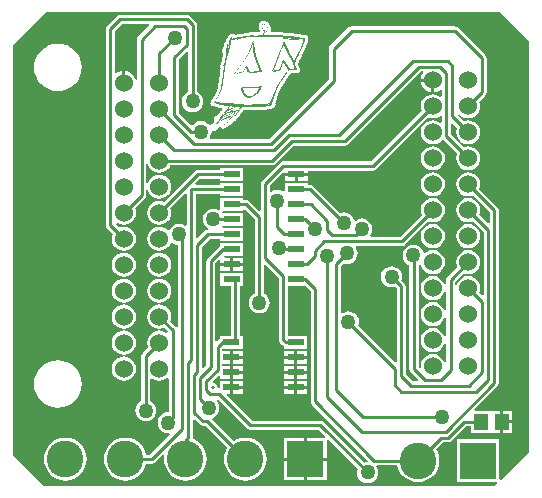
<source format=gtl>
G04*
G04 #@! TF.GenerationSoftware,Altium Limited,Altium Designer,20.0.2 (26)*
G04*
G04 Layer_Physical_Order=1*
G04 Layer_Color=255*
%FSLAX25Y25*%
%MOIN*%
G70*
G01*
G75*
%ADD12C,0.01000*%
%ADD15R,0.05709X0.02362*%
%ADD16R,0.04528X0.05315*%
%ADD24C,0.06000*%
%ADD25C,0.12224*%
%ADD26R,0.12224X0.12224*%
%ADD27C,0.05000*%
%ADD28C,0.01100*%
G36*
X321500Y364500D02*
Y227500D01*
X312074Y218074D01*
X311612Y218265D01*
Y231612D01*
X297388D01*
Y217388D01*
X310735D01*
X310926Y216926D01*
X310000Y216000D01*
X160000D01*
X149500Y226500D01*
Y363000D01*
X160500Y374000D01*
X312000D01*
X321500Y364500D01*
D02*
G37*
%LPC*%
G36*
X164453Y363514D02*
X162906Y363362D01*
X161419Y362911D01*
X160048Y362178D01*
X158847Y361192D01*
X157861Y359991D01*
X157128Y358621D01*
X156677Y357133D01*
X156525Y355587D01*
X156677Y354040D01*
X157128Y352553D01*
X157861Y351182D01*
X158847Y349981D01*
X160048Y348995D01*
X161419Y348262D01*
X162906Y347811D01*
X164453Y347659D01*
X165999Y347811D01*
X167487Y348262D01*
X168857Y348995D01*
X170059Y349981D01*
X171045Y351182D01*
X171777Y352553D01*
X172228Y354040D01*
X172381Y355587D01*
X172228Y357133D01*
X171777Y358621D01*
X171045Y359991D01*
X170059Y361192D01*
X168857Y362178D01*
X167487Y362911D01*
X165999Y363362D01*
X164453Y363514D01*
D02*
G37*
G36*
X289000Y350791D02*
X285531D01*
X285603Y350247D01*
X286006Y349274D01*
X286647Y348438D01*
X287483Y347797D01*
X288456Y347394D01*
X289000Y347323D01*
Y350791D01*
D02*
G37*
G36*
X207381Y373148D02*
X185319D01*
X184733Y373032D01*
X184237Y372700D01*
X180919Y369381D01*
X180587Y368885D01*
X180471Y368300D01*
Y303000D01*
X180587Y302415D01*
X180919Y301919D01*
X182805Y300032D01*
X182603Y299544D01*
X182466Y298500D01*
X182603Y297456D01*
X183006Y296483D01*
X183647Y295647D01*
X184483Y295006D01*
X185456Y294603D01*
X186500Y294465D01*
X187544Y294603D01*
X188517Y295006D01*
X189353Y295647D01*
X189994Y296483D01*
X190397Y297456D01*
X190534Y298500D01*
X190397Y299544D01*
X189994Y300517D01*
X189353Y301353D01*
X188517Y301994D01*
X187544Y302397D01*
X186500Y302535D01*
X185456Y302397D01*
X184968Y302195D01*
X183812Y303351D01*
X183842Y303529D01*
X184384Y303743D01*
X184483Y303667D01*
X185456Y303264D01*
X186500Y303127D01*
X187544Y303264D01*
X188517Y303667D01*
X189353Y304309D01*
X189994Y305144D01*
X190397Y306117D01*
X190534Y307161D01*
X190397Y308206D01*
X190195Y308694D01*
X193481Y311980D01*
X193813Y312476D01*
X193929Y313061D01*
Y314694D01*
X194414Y314779D01*
X194817Y313806D01*
X195458Y312970D01*
X196294Y312329D01*
X197267Y311926D01*
X198311Y311788D01*
X199355Y311926D01*
X200328Y312329D01*
X201164Y312970D01*
X201805Y313806D01*
X202208Y314779D01*
X202345Y315823D01*
X202208Y316867D01*
X201805Y317840D01*
X201164Y318676D01*
X200328Y319317D01*
X199355Y319720D01*
X198311Y319857D01*
X197267Y319720D01*
X196294Y319317D01*
X195458Y318676D01*
X194817Y317840D01*
X194414Y316867D01*
X193929Y316952D01*
Y323355D01*
X194414Y323440D01*
X194817Y322467D01*
X195458Y321631D01*
X196294Y320990D01*
X197267Y320587D01*
X198311Y320450D01*
X199355Y320587D01*
X200328Y320990D01*
X201164Y321631D01*
X201805Y322467D01*
X202007Y322955D01*
X235892D01*
X236477Y323071D01*
X236973Y323403D01*
X243059Y329488D01*
X260227D01*
X260812Y329605D01*
X261308Y329936D01*
X285633Y354262D01*
X286107D01*
X286354Y353762D01*
X286006Y353309D01*
X285603Y352335D01*
X285531Y351791D01*
X289500D01*
Y351291D01*
X290000D01*
Y347323D01*
X290544Y347394D01*
X291517Y347797D01*
X291971Y348145D01*
X292471Y347899D01*
Y346023D01*
X291971Y345776D01*
X291517Y346124D01*
X290544Y346527D01*
X289500Y346664D01*
X288456Y346527D01*
X287483Y346124D01*
X286647Y345483D01*
X286006Y344647D01*
X285603Y343674D01*
X285466Y342630D01*
X285603Y341586D01*
X285805Y341098D01*
X268937Y324229D01*
X239600D01*
X239015Y324113D01*
X238519Y323781D01*
X232519Y317781D01*
X232187Y317285D01*
X232071Y316700D01*
Y307946D01*
X231609Y307754D01*
X228281Y311081D01*
X227785Y311413D01*
X227200Y311529D01*
X226354D01*
Y312181D01*
X218646D01*
Y308242D01*
X218146Y307995D01*
X218065Y308057D01*
X217214Y308410D01*
X216300Y308530D01*
X215386Y308410D01*
X214535Y308057D01*
X213804Y307496D01*
X213243Y306765D01*
X212890Y305914D01*
X212770Y305000D01*
X212890Y304086D01*
X213243Y303235D01*
X213804Y302504D01*
X214422Y302029D01*
X214410Y301751D01*
X214372Y301627D01*
X214312Y301512D01*
X213815Y301413D01*
X213319Y301081D01*
X210891Y298654D01*
X210429Y298846D01*
Y313471D01*
X218646D01*
Y312819D01*
X226354D01*
Y317181D01*
X218646D01*
Y316529D01*
X210495D01*
X210304Y316991D01*
X211783Y318471D01*
X218646D01*
Y317819D01*
X226354D01*
Y322181D01*
X218646D01*
Y321529D01*
X211150D01*
X210564Y321413D01*
X210068Y321081D01*
X199843Y310856D01*
X199355Y311058D01*
X198311Y311196D01*
X197267Y311058D01*
X196294Y310655D01*
X195458Y310014D01*
X194817Y309179D01*
X194414Y308206D01*
X194276Y307161D01*
X194414Y306117D01*
X194817Y305144D01*
X195458Y304309D01*
X196294Y303667D01*
X197267Y303264D01*
X198311Y303127D01*
X199355Y303264D01*
X200328Y303667D01*
X201164Y304309D01*
X201805Y305144D01*
X202208Y306117D01*
X202345Y307161D01*
X202208Y308206D01*
X202006Y308694D01*
X206909Y313596D01*
X207371Y313405D01*
Y302981D01*
X206922Y302760D01*
X206665Y302957D01*
X205814Y303310D01*
X204900Y303430D01*
X203986Y303310D01*
X203135Y302957D01*
X202404Y302396D01*
X201843Y301665D01*
X201712Y301350D01*
X201216Y301284D01*
X201164Y301353D01*
X200328Y301994D01*
X199355Y302397D01*
X198311Y302535D01*
X197267Y302397D01*
X196294Y301994D01*
X195458Y301353D01*
X194817Y300517D01*
X194414Y299544D01*
X194276Y298500D01*
X194414Y297456D01*
X194817Y296483D01*
X195458Y295647D01*
X196294Y295006D01*
X197267Y294603D01*
X198311Y294465D01*
X199355Y294603D01*
X200328Y295006D01*
X201164Y295647D01*
X201805Y296483D01*
X202050Y297075D01*
X202063Y297087D01*
X202650Y297215D01*
X203135Y296843D01*
X203986Y296490D01*
X204471Y296426D01*
Y269176D01*
X204017Y269021D01*
X203971Y269019D01*
X202006Y270984D01*
X202208Y271472D01*
X202345Y272516D01*
X202208Y273560D01*
X201805Y274533D01*
X201164Y275369D01*
X200328Y276010D01*
X199355Y276413D01*
X198311Y276550D01*
X197267Y276413D01*
X196294Y276010D01*
X195458Y275369D01*
X194817Y274533D01*
X194414Y273560D01*
X194276Y272516D01*
X194414Y271472D01*
X194817Y270498D01*
X195458Y269663D01*
X196294Y269022D01*
X197267Y268619D01*
X198311Y268481D01*
X199355Y268619D01*
X199843Y268821D01*
X201074Y267590D01*
X201047Y267427D01*
X200505Y267213D01*
X200328Y267348D01*
X199355Y267752D01*
X198311Y267889D01*
X197267Y267752D01*
X196294Y267348D01*
X195458Y266707D01*
X194817Y265872D01*
X194414Y264899D01*
X194276Y263854D01*
X194414Y262810D01*
X194616Y262322D01*
X192719Y260425D01*
X192387Y259929D01*
X192271Y259343D01*
Y244355D01*
X192035Y244257D01*
X191304Y243696D01*
X190743Y242965D01*
X190390Y242114D01*
X190270Y241200D01*
X190390Y240286D01*
X190743Y239435D01*
X191304Y238704D01*
X192035Y238143D01*
X192886Y237790D01*
X193800Y237670D01*
X194714Y237790D01*
X195565Y238143D01*
X196296Y238704D01*
X196857Y239435D01*
X197210Y240286D01*
X197330Y241200D01*
X197210Y242114D01*
X196857Y242965D01*
X196296Y243696D01*
X195565Y244257D01*
X195329Y244355D01*
Y251809D01*
X195829Y252055D01*
X196294Y251699D01*
X197267Y251296D01*
X198311Y251158D01*
X199355Y251296D01*
X200328Y251699D01*
X200871Y252115D01*
X201371Y251869D01*
Y240792D01*
X201300Y240730D01*
X200386Y240610D01*
X199535Y240257D01*
X198804Y239696D01*
X198243Y238965D01*
X197890Y238114D01*
X197770Y237200D01*
X197890Y236286D01*
X198243Y235435D01*
X198804Y234704D01*
X199535Y234143D01*
X200386Y233790D01*
X201300Y233670D01*
X201645Y233715D01*
X201879Y233242D01*
X195167Y226529D01*
X193968D01*
X193602Y227735D01*
X192942Y228970D01*
X192053Y230053D01*
X190970Y230942D01*
X189735Y231602D01*
X188394Y232009D01*
X187000Y232146D01*
X185606Y232009D01*
X184265Y231602D01*
X183030Y230942D01*
X181947Y230053D01*
X181058Y228970D01*
X180398Y227735D01*
X179991Y226394D01*
X179854Y225000D01*
X179991Y223606D01*
X180398Y222265D01*
X181058Y221030D01*
X181947Y219947D01*
X183030Y219058D01*
X184265Y218398D01*
X185606Y217991D01*
X187000Y217854D01*
X188394Y217991D01*
X189735Y218398D01*
X190970Y219058D01*
X192053Y219947D01*
X192942Y221030D01*
X193602Y222265D01*
X193968Y223471D01*
X195800D01*
X196385Y223587D01*
X196881Y223919D01*
X199594Y226631D01*
X199983Y226313D01*
X199854Y225000D01*
X199991Y223606D01*
X200398Y222265D01*
X201058Y221030D01*
X201947Y219947D01*
X203030Y219058D01*
X204265Y218398D01*
X205606Y217991D01*
X207000Y217854D01*
X208394Y217991D01*
X209735Y218398D01*
X210970Y219058D01*
X212053Y219947D01*
X212942Y221030D01*
X213602Y222265D01*
X214009Y223606D01*
X214146Y225000D01*
X214009Y226394D01*
X213602Y227735D01*
X212942Y228970D01*
X212053Y230053D01*
X210970Y230942D01*
X209735Y231602D01*
X209429Y231695D01*
X209529Y232200D01*
Y238106D01*
X209991Y238297D01*
X211719Y236570D01*
X212215Y236238D01*
X212800Y236122D01*
X213715D01*
X220991Y228846D01*
X220398Y227735D01*
X219991Y226394D01*
X219854Y225000D01*
X219991Y223606D01*
X220398Y222265D01*
X221058Y221030D01*
X221947Y219947D01*
X223030Y219058D01*
X224265Y218398D01*
X225606Y217991D01*
X227000Y217854D01*
X228394Y217991D01*
X229735Y218398D01*
X230970Y219058D01*
X232053Y219947D01*
X232942Y221030D01*
X233602Y222265D01*
X234009Y223606D01*
X234146Y225000D01*
X234009Y226394D01*
X233602Y227735D01*
X232942Y228970D01*
X232053Y230053D01*
X230970Y230942D01*
X229735Y231602D01*
X228394Y232009D01*
X227000Y232146D01*
X225606Y232009D01*
X224265Y231602D01*
X223154Y231009D01*
X215926Y238237D01*
X216043Y238827D01*
X216565Y239043D01*
X217296Y239604D01*
X217857Y240335D01*
X218210Y241186D01*
X218330Y242100D01*
X218210Y243014D01*
X217857Y243865D01*
X217397Y244465D01*
X217489Y244895D01*
X217568Y245018D01*
X217691Y245046D01*
X227519Y235219D01*
X228015Y234887D01*
X228600Y234771D01*
X251366D01*
X253563Y232574D01*
X253372Y232112D01*
X247500D01*
Y225500D01*
X254112D01*
Y231372D01*
X254574Y231563D01*
X264438Y221699D01*
X264340Y221464D01*
X264220Y220550D01*
X264340Y219636D01*
X264693Y218785D01*
X265254Y218054D01*
X265985Y217493D01*
X266836Y217140D01*
X267750Y217020D01*
X268664Y217140D01*
X269515Y217493D01*
X270246Y218054D01*
X270807Y218785D01*
X271160Y219636D01*
X271280Y220550D01*
X271160Y221464D01*
X270807Y222315D01*
X270648Y222522D01*
X270869Y222971D01*
X277532D01*
X277898Y221765D01*
X278558Y220530D01*
X279447Y219447D01*
X280530Y218558D01*
X281765Y217898D01*
X283106Y217491D01*
X284500Y217354D01*
X285894Y217491D01*
X287235Y217898D01*
X288470Y218558D01*
X289553Y219447D01*
X290442Y220530D01*
X291102Y221765D01*
X291509Y223106D01*
X291646Y224500D01*
X291509Y225894D01*
X291102Y227235D01*
X290509Y228346D01*
X292833Y230670D01*
X294528D01*
X295113Y230787D01*
X295610Y231118D01*
X300462Y235971D01*
X302291D01*
Y233842D01*
X308681D01*
X308819Y233842D01*
X309181D01*
X309319Y233842D01*
X311945D01*
Y237500D01*
Y241158D01*
X309319D01*
X309181Y241158D01*
X308819D01*
X308681Y241158D01*
X303474D01*
X303282Y241619D01*
X310981Y249319D01*
X311313Y249815D01*
X311429Y250400D01*
Y308057D01*
X311313Y308642D01*
X310981Y309138D01*
X305006Y315113D01*
X305208Y315601D01*
X305346Y316646D01*
X305208Y317690D01*
X304805Y318663D01*
X304164Y319498D01*
X303328Y320140D01*
X302355Y320543D01*
X301311Y320680D01*
X300267Y320543D01*
X299294Y320140D01*
X298458Y319498D01*
X297817Y318663D01*
X297414Y317690D01*
X297276Y316646D01*
X297414Y315601D01*
X297817Y314628D01*
X298458Y313793D01*
X299294Y313152D01*
X300267Y312749D01*
X301311Y312611D01*
X302355Y312749D01*
X302843Y312951D01*
X308371Y307423D01*
Y303741D01*
X307909Y303549D01*
X305006Y306452D01*
X305208Y306940D01*
X305346Y307984D01*
X305208Y309028D01*
X304805Y310001D01*
X304164Y310837D01*
X303328Y311478D01*
X302355Y311881D01*
X301311Y312019D01*
X300267Y311881D01*
X299294Y311478D01*
X298458Y310837D01*
X297817Y310001D01*
X297414Y309028D01*
X297276Y307984D01*
X297414Y306940D01*
X297817Y305967D01*
X298458Y305131D01*
X299294Y304490D01*
X300267Y304087D01*
X301311Y303950D01*
X302355Y304087D01*
X302843Y304289D01*
X306371Y300762D01*
Y279757D01*
X305909Y279565D01*
X305006Y280468D01*
X305208Y280956D01*
X305346Y282000D01*
X305208Y283044D01*
X304805Y284017D01*
X304164Y284853D01*
X303328Y285494D01*
X302355Y285897D01*
X301311Y286034D01*
X300267Y285897D01*
X299294Y285494D01*
X298458Y284853D01*
X297817Y284017D01*
X297414Y283044D01*
X296929Y283129D01*
Y284117D01*
X299779Y286966D01*
X300267Y286764D01*
X301311Y286627D01*
X302355Y286764D01*
X303328Y287167D01*
X304164Y287809D01*
X304805Y288644D01*
X305208Y289617D01*
X305346Y290661D01*
X305208Y291706D01*
X304805Y292679D01*
X304164Y293514D01*
X303328Y294155D01*
X302355Y294558D01*
X301311Y294696D01*
X300267Y294558D01*
X299294Y294155D01*
X298458Y293514D01*
X297817Y292679D01*
X297414Y291706D01*
X297276Y290661D01*
X297414Y289617D01*
X297616Y289129D01*
X294319Y285832D01*
X293987Y285336D01*
X293871Y284750D01*
Y283148D01*
X293397Y283044D01*
X292994Y284017D01*
X292353Y284853D01*
X291517Y285494D01*
X290544Y285897D01*
X289500Y286034D01*
X288456Y285897D01*
X287483Y285494D01*
X286647Y284853D01*
X286006Y284017D01*
X285603Y283044D01*
X285466Y282000D01*
X285603Y280956D01*
X286006Y279983D01*
X286647Y279147D01*
X287483Y278506D01*
X288456Y278103D01*
X289500Y277965D01*
X290544Y278103D01*
X291517Y278506D01*
X292353Y279147D01*
X292994Y279983D01*
X293397Y280956D01*
X293871Y280852D01*
Y274486D01*
X293397Y274383D01*
X292994Y275356D01*
X292353Y276191D01*
X291517Y276833D01*
X290544Y277236D01*
X289500Y277373D01*
X288456Y277236D01*
X287483Y276833D01*
X286647Y276191D01*
X286006Y275356D01*
X285603Y274383D01*
X285466Y273339D01*
X285603Y272294D01*
X286006Y271321D01*
X286647Y270486D01*
X287483Y269845D01*
X288456Y269442D01*
X289500Y269304D01*
X290544Y269442D01*
X291517Y269845D01*
X292353Y270486D01*
X292994Y271321D01*
X293397Y272294D01*
X293871Y272191D01*
Y265825D01*
X293397Y265721D01*
X292994Y266694D01*
X292353Y267530D01*
X291517Y268171D01*
X290544Y268574D01*
X289500Y268712D01*
X288456Y268574D01*
X287483Y268171D01*
X286647Y267530D01*
X286006Y266694D01*
X285603Y265721D01*
X285466Y264677D01*
X285603Y263633D01*
X286006Y262660D01*
X286647Y261824D01*
X287483Y261183D01*
X288456Y260780D01*
X289500Y260643D01*
X290544Y260780D01*
X291517Y261183D01*
X292353Y261824D01*
X292994Y262660D01*
X293397Y263633D01*
X293871Y263529D01*
Y257164D01*
X293397Y257060D01*
X292994Y258033D01*
X292353Y258869D01*
X291517Y259510D01*
X290544Y259913D01*
X289500Y260050D01*
X288456Y259913D01*
X287483Y259510D01*
X286647Y258869D01*
X286006Y258033D01*
X285603Y257060D01*
X285466Y256016D01*
X285505Y255715D01*
X285070Y255499D01*
X284729Y255771D01*
Y289713D01*
X285140Y289997D01*
X285578Y289810D01*
X285603Y289617D01*
X286006Y288644D01*
X286647Y287809D01*
X287483Y287167D01*
X288456Y286764D01*
X289500Y286627D01*
X290544Y286764D01*
X291517Y287167D01*
X292353Y287809D01*
X292994Y288644D01*
X293397Y289617D01*
X293534Y290661D01*
X293397Y291706D01*
X292994Y292679D01*
X292353Y293514D01*
X291517Y294155D01*
X290544Y294558D01*
X289500Y294696D01*
X288456Y294558D01*
X287483Y294155D01*
X286926Y293728D01*
X286708Y293764D01*
X286363Y293927D01*
X286057Y294665D01*
X285496Y295396D01*
X284765Y295957D01*
X283914Y296310D01*
X283000Y296430D01*
X282086Y296310D01*
X281235Y295957D01*
X280504Y295396D01*
X279943Y294665D01*
X279590Y293814D01*
X279470Y292900D01*
X279590Y291986D01*
X279943Y291135D01*
X280504Y290404D01*
X281235Y289843D01*
X281671Y289662D01*
Y255100D01*
X281787Y254515D01*
X282119Y254019D01*
X284630Y251507D01*
X284439Y251045D01*
X282818D01*
X280429Y253433D01*
Y282600D01*
X280313Y283185D01*
X279981Y283681D01*
X279012Y284651D01*
X279110Y284886D01*
X279230Y285800D01*
X279110Y286714D01*
X278757Y287565D01*
X278196Y288296D01*
X277465Y288857D01*
X276614Y289210D01*
X275700Y289330D01*
X274786Y289210D01*
X273935Y288857D01*
X273204Y288296D01*
X272643Y287565D01*
X272290Y286714D01*
X272170Y285800D01*
X272290Y284886D01*
X272643Y284035D01*
X273204Y283304D01*
X273935Y282743D01*
X274786Y282390D01*
X275700Y282270D01*
X276614Y282390D01*
X276849Y282488D01*
X277371Y281966D01*
Y257546D01*
X276909Y257354D01*
X264612Y269651D01*
X264710Y269886D01*
X264830Y270800D01*
X264710Y271714D01*
X264357Y272565D01*
X263796Y273296D01*
X263065Y273857D01*
X262214Y274210D01*
X261300Y274330D01*
X260386Y274210D01*
X259535Y273857D01*
X259278Y273660D01*
X258829Y273881D01*
Y289367D01*
X259751Y290288D01*
X259986Y290190D01*
X260900Y290070D01*
X261814Y290190D01*
X262665Y290543D01*
X263396Y291104D01*
X263957Y291835D01*
X264310Y292686D01*
X264430Y293600D01*
X264310Y294514D01*
X263957Y295365D01*
X263760Y295622D01*
X263981Y296071D01*
X279116D01*
X279701Y296187D01*
X280197Y296519D01*
X287968Y304289D01*
X288456Y304087D01*
X289500Y303950D01*
X290544Y304087D01*
X291517Y304490D01*
X292353Y305131D01*
X292994Y305967D01*
X293397Y306940D01*
X293534Y307984D01*
X293397Y309028D01*
X292994Y310001D01*
X292353Y310837D01*
X291517Y311478D01*
X290544Y311881D01*
X289500Y312019D01*
X288456Y311881D01*
X287483Y311478D01*
X286647Y310837D01*
X286006Y310001D01*
X285603Y309028D01*
X285466Y307984D01*
X285603Y306940D01*
X285805Y306452D01*
X278482Y299129D01*
X268869D01*
X268623Y299629D01*
X268857Y299935D01*
X269210Y300786D01*
X269330Y301700D01*
X269210Y302614D01*
X268857Y303465D01*
X268296Y304196D01*
X267565Y304757D01*
X266714Y305110D01*
X265800Y305230D01*
X264886Y305110D01*
X264035Y304757D01*
X263738Y304530D01*
X263222Y304710D01*
X263197Y304745D01*
X262857Y305565D01*
X262296Y306296D01*
X261565Y306857D01*
X260714Y307210D01*
X259800Y307330D01*
X258886Y307210D01*
X258651Y307112D01*
X249681Y316081D01*
X249185Y316413D01*
X248600Y316529D01*
X247811D01*
Y317181D01*
X240103D01*
Y314322D01*
X239602Y314075D01*
X239365Y314257D01*
X238514Y314610D01*
X237600Y314730D01*
X236686Y314610D01*
X235835Y314257D01*
X235578Y314060D01*
X235129Y314281D01*
Y316067D01*
X239640Y320578D01*
X239828Y320500D01*
X243957D01*
X247811D01*
Y321171D01*
X269570D01*
X270156Y321287D01*
X270652Y321619D01*
X287968Y338935D01*
X288456Y338733D01*
X289500Y338595D01*
X290544Y338733D01*
X291517Y339136D01*
X291971Y339484D01*
X292471Y339237D01*
Y337361D01*
X291971Y337115D01*
X291517Y337462D01*
X290544Y337865D01*
X289500Y338003D01*
X288456Y337865D01*
X287483Y337462D01*
X286647Y336821D01*
X286006Y335986D01*
X285603Y335013D01*
X285466Y333968D01*
X285603Y332924D01*
X286006Y331951D01*
X286647Y331116D01*
X287483Y330474D01*
X288456Y330071D01*
X289500Y329934D01*
X290544Y330071D01*
X291517Y330474D01*
X292353Y331116D01*
X292509Y331319D01*
X293138Y331317D01*
X297616Y326839D01*
X297414Y326351D01*
X297276Y325307D01*
X297414Y324263D01*
X297817Y323290D01*
X298458Y322454D01*
X299294Y321813D01*
X300267Y321410D01*
X301311Y321272D01*
X302355Y321410D01*
X303328Y321813D01*
X304164Y322454D01*
X304805Y323290D01*
X305208Y324263D01*
X305346Y325307D01*
X305208Y326351D01*
X304805Y327324D01*
X304164Y328160D01*
X303328Y328801D01*
X302355Y329204D01*
X301311Y329342D01*
X300267Y329204D01*
X299779Y329002D01*
X295529Y333252D01*
Y336934D01*
X295991Y337125D01*
X297616Y335501D01*
X297414Y335013D01*
X297276Y333968D01*
X297414Y332924D01*
X297817Y331951D01*
X298458Y331116D01*
X299294Y330474D01*
X300267Y330071D01*
X301311Y329934D01*
X302355Y330071D01*
X303328Y330474D01*
X304164Y331116D01*
X304805Y331951D01*
X305208Y332924D01*
X305346Y333968D01*
X305208Y335013D01*
X304805Y335986D01*
X304164Y336821D01*
X303328Y337462D01*
X302355Y337865D01*
X301311Y338003D01*
X300267Y337865D01*
X299779Y337663D01*
X297735Y339708D01*
X297767Y339857D01*
X298304Y339978D01*
X298458Y339777D01*
X299294Y339136D01*
X300267Y338733D01*
X301311Y338595D01*
X302355Y338733D01*
X303328Y339136D01*
X304164Y339777D01*
X304805Y340613D01*
X305208Y341586D01*
X305346Y342630D01*
X305208Y343674D01*
X305006Y344162D01*
X306981Y346137D01*
X307313Y346634D01*
X307429Y347219D01*
Y358600D01*
X307313Y359185D01*
X306981Y359681D01*
X297781Y368881D01*
X297285Y369213D01*
X296700Y369329D01*
X262400D01*
X261815Y369213D01*
X261319Y368881D01*
X255319Y362881D01*
X254987Y362385D01*
X254871Y361800D01*
Y351534D01*
X235008Y331671D01*
X215301D01*
X215055Y332171D01*
X215257Y332435D01*
X215610Y333286D01*
X215730Y334200D01*
X215719Y334282D01*
X216002Y334410D01*
X216015Y334413D01*
X216031Y334423D01*
X216167Y334485D01*
X216500Y334418D01*
X216584D01*
X216974Y334496D01*
X217304Y334717D01*
X217321Y334742D01*
X217346Y334758D01*
X217363Y334783D01*
X217388Y334800D01*
X217405Y334825D01*
X217429Y334842D01*
X217446Y334867D01*
X217471Y334883D01*
X217488Y334909D01*
X217513Y334925D01*
X217530Y334950D01*
X217554Y334967D01*
X217571Y334992D01*
X217596Y335009D01*
X217613Y335033D01*
X217638Y335050D01*
X217738Y335200D01*
X217763Y335217D01*
X217780Y335242D01*
X217805Y335259D01*
X217821Y335283D01*
X217846Y335300D01*
X217863Y335325D01*
X217888Y335342D01*
X217904Y335367D01*
X217930Y335384D01*
X218030Y335534D01*
X218055Y335550D01*
X218071Y335575D01*
X218096Y335592D01*
X218113Y335617D01*
X218120Y335622D01*
X218126Y335624D01*
X218170Y335637D01*
X218344Y335656D01*
X218404Y335656D01*
X218434Y335649D01*
X218717Y335559D01*
X218779Y335467D01*
X219110Y335246D01*
X219500Y335168D01*
X219584D01*
X219974Y335246D01*
X220098Y335329D01*
X220099Y335329D01*
X220152Y335365D01*
X220182Y335371D01*
X220307Y335454D01*
X220307Y335454D01*
X220360Y335490D01*
X220390Y335496D01*
X220515Y335579D01*
X220515Y335579D01*
X220569Y335615D01*
X220599Y335621D01*
X220652Y335656D01*
X220682Y335662D01*
X220736Y335698D01*
X220765Y335704D01*
X220890Y335787D01*
X220890Y335787D01*
X221221Y336008D01*
X221237Y336033D01*
X221513Y336217D01*
X221529Y336241D01*
X221598Y336287D01*
X221599Y336287D01*
X221723Y336371D01*
X221724Y336371D01*
X222054Y336592D01*
X222071Y336616D01*
X222221Y336717D01*
X222237Y336741D01*
X222388Y336842D01*
X222404Y336866D01*
X222554Y336967D01*
X222571Y336992D01*
X222596Y337008D01*
X222817Y337339D01*
X223042Y337751D01*
X223083D01*
X223474Y337829D01*
X223804Y338050D01*
X223821Y338075D01*
X223846Y338092D01*
X223863Y338117D01*
X223888Y338133D01*
X223904Y338158D01*
X223929Y338175D01*
X223946Y338200D01*
X223971Y338217D01*
X223988Y338242D01*
X224013Y338258D01*
X224029Y338283D01*
X224054Y338300D01*
X224071Y338325D01*
X224096Y338342D01*
X224113Y338367D01*
X224138Y338383D01*
X224154Y338408D01*
X224179Y338425D01*
X224196Y338450D01*
X224221Y338467D01*
X224238Y338492D01*
X224263Y338508D01*
X224279Y338533D01*
X224304Y338550D01*
X224405Y338700D01*
X224429Y338717D01*
X224446Y338742D01*
X224471Y338758D01*
X224488Y338783D01*
X224513Y338800D01*
X224613Y338950D01*
X224638Y338967D01*
X224654Y338992D01*
X224679Y339008D01*
X224696Y339033D01*
X224721Y339050D01*
X224821Y339200D01*
X224846Y339217D01*
X224863Y339242D01*
X224888Y339258D01*
X224988Y339409D01*
X225013Y339425D01*
X225113Y339575D01*
X225138Y339592D01*
X225238Y339742D01*
X225263Y339758D01*
X225363Y339909D01*
X225388Y339925D01*
X225572Y340200D01*
X225596Y340217D01*
X225817Y340547D01*
X225817Y340548D01*
X225900Y340672D01*
X225900Y340673D01*
X225947Y340742D01*
X225971Y340758D01*
X226071Y340909D01*
X226096Y340925D01*
X226317Y341256D01*
X226317Y341256D01*
X226400Y341381D01*
X226400Y341381D01*
X226453Y341460D01*
X226957D01*
X227167Y341418D01*
X228124D01*
X228333Y341376D01*
X229832D01*
X230042Y341335D01*
X232042D01*
X232251Y341376D01*
X232583D01*
X232793Y341418D01*
X232875D01*
X233084Y341460D01*
X233167D01*
X233376Y341501D01*
X233791D01*
X234182Y341579D01*
X234182Y341579D01*
X234390Y341621D01*
X234426Y341645D01*
X234515Y341662D01*
X234524Y341668D01*
X234583D01*
X234666Y341685D01*
X234750Y341668D01*
X234833D01*
X235223Y341746D01*
X235277Y341781D01*
X235307Y341787D01*
X235315Y341793D01*
X235416D01*
X235807Y341871D01*
X235825Y341883D01*
X235973Y341912D01*
X236027Y341948D01*
X236057Y341954D01*
X236110Y341990D01*
X236140Y341996D01*
X236471Y342217D01*
X236487Y342242D01*
X236512Y342258D01*
X236529Y342283D01*
X236554Y342300D01*
X236571Y342325D01*
X236596Y342342D01*
X236612Y342367D01*
X236637Y342383D01*
X236654Y342408D01*
X236679Y342425D01*
X236696Y342450D01*
X236721Y342467D01*
X236737Y342492D01*
X236762Y342508D01*
X236983Y342839D01*
X237061Y343229D01*
Y343271D01*
X236983Y343661D01*
X236980Y343667D01*
X236983Y343672D01*
X236989Y343702D01*
X237025Y343756D01*
X237043Y343845D01*
X237067Y343881D01*
X237084Y343970D01*
X237108Y344006D01*
X237138Y344154D01*
X237150Y344172D01*
X237168Y344262D01*
X237192Y344297D01*
X237198Y344327D01*
X237233Y344381D01*
X237239Y344410D01*
X237275Y344464D01*
X237293Y344553D01*
X237317Y344589D01*
X237323Y344619D01*
X237358Y344672D01*
X237376Y344761D01*
X237400Y344797D01*
X237418Y344886D01*
X237442Y344922D01*
X237471Y345071D01*
X237483Y345089D01*
X237513Y345237D01*
X237525Y345256D01*
X237555Y345404D01*
X237567Y345422D01*
X237596Y345571D01*
X237608Y345589D01*
X237638Y345738D01*
X237650Y345756D01*
X237668Y345845D01*
X237692Y345881D01*
X237733Y346089D01*
X237733Y346089D01*
X237751Y346178D01*
X237775Y346214D01*
X237781Y346244D01*
X237817Y346297D01*
X237834Y346387D01*
X237858Y346422D01*
X237864Y346452D01*
X237900Y346506D01*
X237918Y346595D01*
X237942Y346631D01*
X237948Y346660D01*
X237983Y346714D01*
X238013Y346863D01*
X238025Y346881D01*
X238043Y346970D01*
X238067Y347006D01*
X238084Y347095D01*
X238108Y347131D01*
X238114Y347161D01*
X238150Y347214D01*
X238168Y347303D01*
X238192Y347339D01*
X238198Y347369D01*
X238233Y347422D01*
X238239Y347452D01*
X238275Y347506D01*
X238281Y347535D01*
X238317Y347589D01*
X238323Y347619D01*
X238358Y347672D01*
X238364Y347702D01*
X238400Y347756D01*
X238406Y347785D01*
X238442Y347839D01*
X238448Y347869D01*
X238483Y347922D01*
X238489Y347952D01*
X238525Y348006D01*
X238531Y348035D01*
X238567Y348089D01*
X238573Y348119D01*
X238608Y348172D01*
X238638Y348321D01*
X238650Y348339D01*
X238656Y348369D01*
X238692Y348422D01*
X238698Y348452D01*
X238733Y348506D01*
X238739Y348535D01*
X238775Y348589D01*
X238781Y348619D01*
X238817Y348672D01*
X238823Y348702D01*
X238858Y348756D01*
X238858Y348756D01*
X238942Y348881D01*
X238942Y348881D01*
X239025Y349006D01*
X239054Y349154D01*
X239067Y349172D01*
X239084Y349261D01*
X239108Y349297D01*
X239114Y349327D01*
X239150Y349380D01*
X239156Y349409D01*
X239179Y349425D01*
X239400Y349756D01*
X239400Y349756D01*
X239483Y349881D01*
X239489Y349910D01*
X239525Y349964D01*
X239531Y349992D01*
X239554Y350008D01*
X239654Y350158D01*
X239679Y350175D01*
X239696Y350200D01*
X239721Y350216D01*
X239821Y350367D01*
X239846Y350383D01*
X240067Y350714D01*
X240067Y350714D01*
X240150Y350839D01*
X240150Y350839D01*
X240233Y350964D01*
X240239Y350994D01*
X240275Y351047D01*
X240275Y351048D01*
X240358Y351172D01*
X240364Y351202D01*
X240400Y351255D01*
X240400Y351256D01*
X240483Y351380D01*
X240489Y351410D01*
X240525Y351464D01*
X240531Y351494D01*
X240567Y351547D01*
X240567Y351548D01*
X240650Y351672D01*
X240656Y351701D01*
X240679Y351716D01*
X240696Y351741D01*
X240721Y351758D01*
X240737Y351783D01*
X240762Y351800D01*
X240863Y351950D01*
X240887Y351966D01*
X241108Y352297D01*
X241108Y352298D01*
X241192Y352422D01*
X241192Y352422D01*
X241275Y352547D01*
X241275Y352548D01*
X241358Y352672D01*
X241358Y352673D01*
X241442Y352797D01*
X241447Y352826D01*
X241471Y352841D01*
X241487Y352866D01*
X241512Y352883D01*
X241529Y352908D01*
X241554Y352925D01*
X241654Y353075D01*
X241679Y353091D01*
X241696Y353116D01*
X241721Y353133D01*
X241737Y353158D01*
X241762Y353175D01*
X241779Y353200D01*
X241804Y353216D01*
X241904Y353366D01*
X241929Y353383D01*
X241946Y353408D01*
X241970Y353425D01*
X241987Y353450D01*
X242012Y353466D01*
X242029Y353491D01*
X242054Y353508D01*
X242105Y353584D01*
X242333D01*
X242542Y353626D01*
X243791D01*
X244001Y353668D01*
X244208D01*
X244598Y353745D01*
X244929Y353966D01*
X245150Y354297D01*
X245227Y354687D01*
Y354812D01*
X245150Y355202D01*
X245126Y355238D01*
X245108Y355327D01*
X245072Y355381D01*
X245066Y355411D01*
X245042Y355447D01*
X245025Y355536D01*
X244989Y355589D01*
X244983Y355619D01*
X244947Y355673D01*
X244941Y355702D01*
X244906Y355756D01*
X244900Y355786D01*
X244864Y355839D01*
X244858Y355869D01*
X244834Y355905D01*
X244816Y355994D01*
X244781Y356048D01*
X244775Y356077D01*
X244739Y356131D01*
X244733Y356161D01*
X244697Y356214D01*
X244691Y356244D01*
X244667Y356280D01*
X244644Y356397D01*
Y356645D01*
X244574Y356996D01*
X244608Y357047D01*
X244614Y357077D01*
X244650Y357130D01*
X244656Y357160D01*
X244691Y357214D01*
X244721Y357362D01*
X244733Y357380D01*
X244751Y357470D01*
X244775Y357505D01*
X244781Y357535D01*
X244816Y357589D01*
X244834Y357678D01*
X244858Y357714D01*
X244864Y357744D01*
X244900Y357797D01*
X244917Y357886D01*
X244941Y357922D01*
X244947Y357952D01*
X244983Y358005D01*
X244983Y358006D01*
X245150Y358255D01*
X245150Y358256D01*
X245233Y358380D01*
X245239Y358410D01*
X245275Y358464D01*
X245281Y358493D01*
X245317Y358547D01*
X245317Y358547D01*
X245400Y358672D01*
X245406Y358702D01*
X245442Y358755D01*
X245447Y358785D01*
X245483Y358839D01*
X245483Y358839D01*
X245567Y358964D01*
X245567Y358964D01*
X245650Y359089D01*
X245656Y359119D01*
X245691Y359172D01*
X245721Y359320D01*
X245733Y359339D01*
X245751Y359428D01*
X245775Y359464D01*
X245793Y359553D01*
X245816Y359589D01*
X245822Y359618D01*
X245858Y359672D01*
X245864Y359702D01*
X245900Y359755D01*
X245900Y359756D01*
X245983Y359880D01*
X245989Y359910D01*
X246025Y359964D01*
X246031Y359993D01*
X246066Y360047D01*
X246072Y360077D01*
X246108Y360130D01*
X246108Y360131D01*
X246191Y360255D01*
X246197Y360285D01*
X246233Y360339D01*
X246239Y360368D01*
X246275Y360422D01*
X246281Y360452D01*
X246316Y360505D01*
X246322Y360535D01*
X246358Y360589D01*
X246364Y360618D01*
X246400Y360672D01*
X246406Y360702D01*
X246441Y360755D01*
X246447Y360785D01*
X246483Y360839D01*
X246489Y360868D01*
X246525Y360922D01*
X246543Y361011D01*
X246566Y361047D01*
X246572Y361077D01*
X246608Y361130D01*
X246614Y361160D01*
X246650Y361213D01*
X246656Y361243D01*
X246691Y361297D01*
X246697Y361327D01*
X246733Y361380D01*
X246751Y361469D01*
X246775Y361505D01*
X246781Y361535D01*
X246816Y361589D01*
X246822Y361618D01*
X246858Y361672D01*
X246864Y361702D01*
X246900Y361755D01*
X246918Y361844D01*
X246941Y361880D01*
X246947Y361910D01*
X246983Y361964D01*
X247001Y362053D01*
X247025Y362088D01*
X247042Y362178D01*
X247066Y362213D01*
X247072Y362243D01*
X247108Y362297D01*
X247126Y362386D01*
X247150Y362422D01*
X247167Y362511D01*
X247191Y362547D01*
X247209Y362636D01*
X247233Y362672D01*
X247251Y362761D01*
X247275Y362797D01*
X247292Y362886D01*
X247316Y362922D01*
X247322Y362952D01*
X247358Y363005D01*
X247376Y363094D01*
X247400Y363130D01*
X247417Y363219D01*
X247441Y363255D01*
X247447Y363285D01*
X247483Y363338D01*
X247501Y363428D01*
X247525Y363463D01*
X247531Y363493D01*
X247566Y363547D01*
X247584Y363636D01*
X247608Y363672D01*
X247614Y363702D01*
X247650Y363755D01*
X247668Y363844D01*
X247691Y363880D01*
X247709Y363969D01*
X247733Y364005D01*
X247774Y364213D01*
X247775Y364213D01*
X247852Y364604D01*
Y364727D01*
X247870Y364814D01*
X247941Y364922D01*
X248019Y365312D01*
Y365354D01*
X247941Y365744D01*
X247720Y366075D01*
X247390Y366296D01*
X247300Y366313D01*
X247265Y366337D01*
X246874Y366415D01*
X246459D01*
X246249Y366457D01*
X246001D01*
X245973Y366462D01*
X245973Y366462D01*
X245583Y366540D01*
X245542D01*
X245515Y366545D01*
X245515Y366546D01*
X245485Y366552D01*
X245431Y366587D01*
X245041Y366665D01*
X244959D01*
X244749Y366707D01*
X244626D01*
X244416Y366748D01*
X244292D01*
X244083Y366790D01*
X244001D01*
X243791Y366831D01*
X243709D01*
X243499Y366873D01*
X243417D01*
X243208Y366915D01*
X243084D01*
X243057Y366920D01*
X243056Y366921D01*
X242666Y366998D01*
X242542D01*
X242333Y367040D01*
X242126D01*
X241916Y367081D01*
X241667D01*
X241458Y367123D01*
X241376D01*
X241166Y367165D01*
X240792D01*
X240583Y367207D01*
X239792D01*
X239583Y367248D01*
X238792D01*
X238617Y367283D01*
X238598Y367296D01*
X238208Y367373D01*
X235925D01*
X235478Y367687D01*
Y368687D01*
X235400Y369077D01*
X235388Y369095D01*
X235358Y369244D01*
X235323Y369297D01*
X235317Y369327D01*
X235293Y369363D01*
X235275Y369452D01*
X235239Y369506D01*
X235233Y369535D01*
X235198Y369589D01*
X235192Y369619D01*
X235025Y369868D01*
X235025Y369869D01*
X234804Y370199D01*
X234779Y370216D01*
X234762Y370241D01*
X234737Y370258D01*
X234721Y370283D01*
X234696Y370300D01*
X234679Y370324D01*
X234654Y370341D01*
X234637Y370366D01*
X234612Y370383D01*
X234596Y370408D01*
X234446Y370508D01*
X234429Y370533D01*
X234404Y370550D01*
X234387Y370574D01*
X234057Y370795D01*
X234056Y370796D01*
X233932Y370879D01*
X233902Y370885D01*
X233848Y370920D01*
X233700Y370950D01*
X233682Y370962D01*
X233291Y371040D01*
X233126D01*
X232916Y371081D01*
X232875D01*
X232485Y371004D01*
X232449Y370980D01*
X232360Y370962D01*
X232029Y370741D01*
X232012Y370716D01*
X231987Y370700D01*
X231971Y370674D01*
X231945Y370658D01*
X231929Y370633D01*
X231904Y370616D01*
X231887Y370591D01*
X231862Y370574D01*
X231641Y370244D01*
X231623Y370155D01*
X231599Y370119D01*
X231558Y369911D01*
X231558Y369910D01*
X231480Y369520D01*
Y369104D01*
X231522Y368894D01*
Y368645D01*
X231599Y368255D01*
X231612Y368237D01*
X231641Y368088D01*
X231677Y368035D01*
X231683Y368005D01*
X231707Y367969D01*
X231725Y367880D01*
X231785Y367790D01*
X231730Y367544D01*
X231643Y367375D01*
X231535Y367264D01*
X231457Y367248D01*
X231167D01*
X231027Y367220D01*
X231013Y367241D01*
X230682Y367462D01*
X230292Y367540D01*
X229250D01*
X229040Y367498D01*
X229000D01*
X228610Y367421D01*
X228556Y367385D01*
X228526Y367379D01*
X228473Y367343D01*
X228443Y367337D01*
X228390Y367302D01*
X228360Y367296D01*
X228128Y367141D01*
X228068Y367129D01*
X228032Y367105D01*
X227943Y367087D01*
X227943Y367087D01*
X227916Y367081D01*
X227667D01*
X227457Y367040D01*
X227083D01*
X226874Y366998D01*
X226708D01*
X226499Y366956D01*
X226458D01*
X226068Y366879D01*
X226068Y366879D01*
X225995Y366864D01*
X225974Y366879D01*
X225583Y366956D01*
X225500D01*
X225110Y366879D01*
X224985Y366796D01*
X224985Y366796D01*
X224931Y366760D01*
X224902Y366754D01*
X224866Y366730D01*
X224777Y366712D01*
X224741Y366688D01*
X224652Y366671D01*
X224633Y366658D01*
X224485Y366629D01*
X224484Y366629D01*
X224276Y366587D01*
X224276Y366587D01*
X224068Y366546D01*
X224050Y366533D01*
X223902Y366504D01*
X223428Y366514D01*
X223388Y366575D01*
X223057Y366796D01*
X222667Y366873D01*
X222625D01*
X222235Y366796D01*
X221904Y366575D01*
X221888Y366550D01*
X221737Y366450D01*
X221721Y366425D01*
X221571Y366325D01*
X221554Y366300D01*
X221529Y366283D01*
X221513Y366258D01*
X221362Y366158D01*
X221346Y366133D01*
X221321Y366116D01*
X221304Y366091D01*
X221279Y366075D01*
X221262Y366050D01*
X221237Y366033D01*
X221221Y366008D01*
X221196Y365991D01*
X221179Y365966D01*
X221154Y365950D01*
X221137Y365925D01*
X221112Y365908D01*
X221096Y365883D01*
X221071Y365866D01*
X220850Y365535D01*
X220844Y365506D01*
X220808Y365452D01*
X220790Y365363D01*
X220766Y365327D01*
X220725Y365119D01*
X220725Y365119D01*
X220695Y364970D01*
X220683Y364952D01*
X220677Y364922D01*
X220641Y364869D01*
X220624Y364780D01*
X220600Y364744D01*
X220522Y364354D01*
Y364314D01*
X220513Y364300D01*
X220362Y364200D01*
X220346Y364175D01*
X220321Y364158D01*
X220304Y364133D01*
X220279Y364116D01*
X220263Y364091D01*
X220237Y364075D01*
X220221Y364050D01*
X220196Y364033D01*
X220179Y364008D01*
X220154Y363991D01*
X219933Y363661D01*
X219927Y363631D01*
X219892Y363577D01*
X219850Y363369D01*
X219850Y363369D01*
X219772Y362979D01*
Y362772D01*
X219730Y362562D01*
Y362503D01*
X219725Y362494D01*
X219713Y362434D01*
X219641Y362327D01*
X219641Y362327D01*
X219558Y362202D01*
X219558Y362202D01*
X219475Y362077D01*
X219469Y362047D01*
X219433Y361994D01*
X219427Y361964D01*
X219391Y361911D01*
X219386Y361881D01*
X219350Y361827D01*
X219344Y361797D01*
X219308Y361744D01*
X219302Y361714D01*
X219267Y361661D01*
X219189Y361270D01*
Y361187D01*
X219267Y360797D01*
X219488Y360466D01*
X219545Y360428D01*
X219522Y360312D01*
Y360188D01*
X219480Y359979D01*
Y359813D01*
X219439Y359604D01*
Y359563D01*
X219397Y359354D01*
Y359272D01*
X219356Y359062D01*
Y359022D01*
X219314Y358812D01*
Y358772D01*
X219272Y358562D01*
Y358522D01*
X219231Y358312D01*
Y358272D01*
X219189Y358062D01*
Y358044D01*
X219183Y358036D01*
X219154Y357887D01*
X219142Y357869D01*
X219112Y357720D01*
X219100Y357702D01*
X219082Y357613D01*
X219058Y357577D01*
X219040Y357488D01*
X219017Y357452D01*
X218999Y357363D01*
X218975Y357327D01*
X218957Y357238D01*
X218933Y357202D01*
X218915Y357113D01*
X218892Y357077D01*
X218874Y356988D01*
X218850Y356952D01*
X218832Y356863D01*
X218808Y356827D01*
X218802Y356798D01*
X218766Y356744D01*
X218749Y356655D01*
X218725Y356619D01*
X218707Y356530D01*
X218683Y356494D01*
X218665Y356405D01*
X218641Y356369D01*
X218564Y355979D01*
Y355896D01*
X218641Y355505D01*
X218731Y355372D01*
Y355355D01*
X218689Y355146D01*
Y355063D01*
X218647Y354854D01*
Y354772D01*
X218606Y354562D01*
Y354438D01*
X218564Y354229D01*
Y354105D01*
X218522Y353896D01*
Y353730D01*
X218481Y353521D01*
Y353355D01*
X218439Y353146D01*
Y352980D01*
X218397Y352771D01*
Y352688D01*
X218356Y352479D01*
Y352397D01*
X218314Y352187D01*
Y352147D01*
X218272Y351937D01*
Y351897D01*
X218231Y351687D01*
Y351647D01*
X218189Y351437D01*
Y351397D01*
X218147Y351187D01*
Y351147D01*
X218106Y350937D01*
Y350855D01*
X218064Y350646D01*
Y350564D01*
X218022Y350354D01*
Y350230D01*
X217981Y350021D01*
Y349939D01*
X217939Y349729D01*
Y349647D01*
X217897Y349437D01*
Y349355D01*
X217856Y349146D01*
Y349064D01*
X217814Y348854D01*
Y348836D01*
X217808Y348828D01*
X217779Y348679D01*
X217766Y348661D01*
X217737Y348512D01*
X217725Y348494D01*
X217707Y348405D01*
X217683Y348369D01*
X217666Y348280D01*
X217641Y348244D01*
X217624Y348155D01*
X217600Y348119D01*
X217582Y348030D01*
X217558Y347994D01*
X217552Y347964D01*
X217516Y347911D01*
X217499Y347822D01*
X217475Y347786D01*
X217469Y347756D01*
X217433Y347703D01*
X217427Y347673D01*
X217391Y347619D01*
X217374Y347530D01*
X217350Y347494D01*
X217344Y347464D01*
X217308Y347411D01*
X217302Y347381D01*
X217267Y347328D01*
X217261Y347298D01*
X217225Y347244D01*
X217219Y347215D01*
X217183Y347161D01*
X217177Y347131D01*
X217142Y347078D01*
X217136Y347048D01*
X217100Y346994D01*
X217094Y346965D01*
X217058Y346911D01*
X217052Y346881D01*
X217017Y346828D01*
X216999Y346739D01*
X216975Y346703D01*
X216969Y346673D01*
X216933Y346619D01*
X216927Y346589D01*
X216892Y346536D01*
X216874Y346447D01*
X216850Y346411D01*
X216844Y346381D01*
X216808Y346328D01*
X216802Y346298D01*
X216767Y346244D01*
X216761Y346215D01*
X216725Y346161D01*
X216719Y346132D01*
X216696Y346117D01*
X216596Y345967D01*
X216571Y345950D01*
X216554Y345925D01*
X216529Y345908D01*
X216513Y345883D01*
X216488Y345867D01*
X216387Y345717D01*
X216363Y345700D01*
X216346Y345675D01*
X216321Y345658D01*
X216221Y345508D01*
X216196Y345492D01*
X215975Y345161D01*
X215969Y345131D01*
X215933Y345078D01*
X215927Y345048D01*
X215892Y344994D01*
X215892Y344994D01*
X215808Y344869D01*
X215808Y344869D01*
X215725Y344744D01*
X215700Y344620D01*
X215696Y344617D01*
X215679Y344592D01*
X215654Y344575D01*
X215638Y344550D01*
X215613Y344533D01*
X215392Y344203D01*
X215314Y343813D01*
Y343729D01*
X215392Y343339D01*
X215613Y343008D01*
X215943Y342787D01*
X216334Y342710D01*
X216435D01*
X216443Y342704D01*
X216592Y342674D01*
X216610Y342662D01*
X216699Y342645D01*
X216735Y342621D01*
X216884Y342591D01*
X216902Y342579D01*
X216932Y342573D01*
X217235Y342371D01*
X217384Y342341D01*
X217402Y342329D01*
X217610Y342288D01*
X217610Y342287D01*
X217758Y342258D01*
X217777Y342246D01*
X217985Y342204D01*
X217985Y342204D01*
X218133Y342174D01*
X218152Y342162D01*
X218300Y342133D01*
X218318Y342121D01*
X218467Y342091D01*
X218485Y342079D01*
X218693Y342038D01*
X218693Y342037D01*
X218901Y341996D01*
X218902Y341996D01*
X219164Y341943D01*
X219218Y341865D01*
X219243Y341757D01*
X219244Y341745D01*
X219175Y341298D01*
X218904Y341117D01*
X218887Y341092D01*
X218863Y341075D01*
X218846Y341051D01*
X218696Y340950D01*
X218679Y340925D01*
X218654Y340909D01*
X218637Y340884D01*
X218613Y340867D01*
X218596Y340842D01*
X218571Y340825D01*
X218554Y340800D01*
X218529Y340784D01*
X218513Y340759D01*
X218488Y340742D01*
X218267Y340411D01*
X218261Y340381D01*
X218225Y340328D01*
X218204Y340223D01*
X218152Y340213D01*
X217821Y339992D01*
X217804Y339967D01*
X217654Y339867D01*
X217638Y339842D01*
X217488Y339742D01*
X217471Y339718D01*
X217196Y339534D01*
X217179Y339509D01*
X217029Y339409D01*
X217013Y339384D01*
X216738Y339200D01*
X216721Y339175D01*
X216696Y339159D01*
X216475Y338828D01*
X216397Y338438D01*
Y338396D01*
X216475Y338006D01*
X216571Y337617D01*
X216554Y337592D01*
X216529Y337575D01*
X216513Y337550D01*
X216488Y337534D01*
X216471Y337509D01*
X216446Y337492D01*
X216429Y337467D01*
X216404Y337450D01*
X216183Y337120D01*
X216133Y336867D01*
X215777Y336796D01*
X215670Y336725D01*
X215610Y336713D01*
X215486Y336630D01*
X215485Y336630D01*
X215154Y336409D01*
X214722Y336662D01*
X214696Y336696D01*
X213965Y337257D01*
X213114Y337610D01*
X212200Y337730D01*
X211286Y337610D01*
X210435Y337257D01*
X209704Y336696D01*
X209374Y336267D01*
X208875Y336234D01*
X204829Y340280D01*
Y358467D01*
X207409Y361046D01*
X207871Y360854D01*
Y347408D01*
X207635Y347310D01*
X206904Y346749D01*
X206343Y346018D01*
X205990Y345166D01*
X205870Y344253D01*
X205990Y343339D01*
X206343Y342488D01*
X206904Y341756D01*
X207635Y341195D01*
X208486Y340843D01*
X209400Y340722D01*
X210314Y340843D01*
X211165Y341195D01*
X211896Y341756D01*
X212457Y342488D01*
X212810Y343339D01*
X212930Y344253D01*
X212810Y345166D01*
X212457Y346018D01*
X211896Y346749D01*
X211165Y347310D01*
X210929Y347408D01*
Y369600D01*
X210813Y370185D01*
X210481Y370681D01*
X208463Y372700D01*
X207967Y373032D01*
X207381Y373148D01*
D02*
G37*
G36*
X289500Y329342D02*
X288456Y329204D01*
X287483Y328801D01*
X286647Y328160D01*
X286006Y327324D01*
X285603Y326351D01*
X285466Y325307D01*
X285603Y324263D01*
X286006Y323290D01*
X286647Y322454D01*
X287483Y321813D01*
X288456Y321410D01*
X289500Y321272D01*
X290544Y321410D01*
X291517Y321813D01*
X292353Y322454D01*
X292994Y323290D01*
X293397Y324263D01*
X293534Y325307D01*
X293397Y326351D01*
X292994Y327324D01*
X292353Y328160D01*
X291517Y328801D01*
X290544Y329204D01*
X289500Y329342D01*
D02*
G37*
G36*
X247811Y319500D02*
X244457D01*
Y317819D01*
X247811D01*
Y319500D01*
D02*
G37*
G36*
X243457D02*
X240103D01*
Y317819D01*
X243457D01*
Y319500D01*
D02*
G37*
G36*
X289500Y320680D02*
X288456Y320543D01*
X287483Y320140D01*
X286647Y319498D01*
X286006Y318663D01*
X285603Y317690D01*
X285466Y316646D01*
X285603Y315601D01*
X286006Y314628D01*
X286647Y313793D01*
X287483Y313152D01*
X288456Y312749D01*
X289500Y312611D01*
X290544Y312749D01*
X291517Y313152D01*
X292353Y313793D01*
X292994Y314628D01*
X293397Y315601D01*
X293534Y316646D01*
X293397Y317690D01*
X292994Y318663D01*
X292353Y319498D01*
X291517Y320140D01*
X290544Y320543D01*
X289500Y320680D01*
D02*
G37*
G36*
X301311Y303357D02*
X300267Y303220D01*
X299294Y302817D01*
X298458Y302176D01*
X297817Y301340D01*
X297414Y300367D01*
X297276Y299323D01*
X297414Y298279D01*
X297817Y297305D01*
X298458Y296470D01*
X299294Y295829D01*
X300267Y295426D01*
X301311Y295288D01*
X302355Y295426D01*
X303328Y295829D01*
X304164Y296470D01*
X304805Y297305D01*
X305208Y298279D01*
X305346Y299323D01*
X305208Y300367D01*
X304805Y301340D01*
X304164Y302176D01*
X303328Y302817D01*
X302355Y303220D01*
X301311Y303357D01*
D02*
G37*
G36*
X289500D02*
X288456Y303220D01*
X287483Y302817D01*
X286647Y302176D01*
X286006Y301340D01*
X285603Y300367D01*
X285466Y299323D01*
X285603Y298279D01*
X286006Y297305D01*
X286647Y296470D01*
X287483Y295829D01*
X288456Y295426D01*
X289500Y295288D01*
X290544Y295426D01*
X291517Y295829D01*
X292353Y296470D01*
X292994Y297305D01*
X293397Y298279D01*
X293534Y299323D01*
X293397Y300367D01*
X292994Y301340D01*
X292353Y302176D01*
X291517Y302817D01*
X290544Y303220D01*
X289500Y303357D01*
D02*
G37*
G36*
X198311Y293873D02*
X197267Y293736D01*
X196294Y293333D01*
X195458Y292691D01*
X194817Y291856D01*
X194414Y290883D01*
X194276Y289839D01*
X194414Y288794D01*
X194817Y287821D01*
X195458Y286986D01*
X196294Y286345D01*
X197267Y285942D01*
X198311Y285804D01*
X199355Y285942D01*
X200328Y286345D01*
X201164Y286986D01*
X201805Y287821D01*
X202208Y288794D01*
X202345Y289839D01*
X202208Y290883D01*
X201805Y291856D01*
X201164Y292691D01*
X200328Y293333D01*
X199355Y293736D01*
X198311Y293873D01*
D02*
G37*
G36*
X186500D02*
X185456Y293736D01*
X184483Y293333D01*
X183647Y292691D01*
X183006Y291856D01*
X182603Y290883D01*
X182466Y289839D01*
X182603Y288794D01*
X183006Y287821D01*
X183647Y286986D01*
X184483Y286345D01*
X185456Y285942D01*
X186500Y285804D01*
X187544Y285942D01*
X188517Y286345D01*
X189353Y286986D01*
X189994Y287821D01*
X190397Y288794D01*
X190534Y289839D01*
X190397Y290883D01*
X189994Y291856D01*
X189353Y292691D01*
X188517Y293333D01*
X187544Y293736D01*
X186500Y293873D01*
D02*
G37*
G36*
X198311Y285212D02*
X197267Y285074D01*
X196294Y284671D01*
X195458Y284030D01*
X194817Y283194D01*
X194414Y282221D01*
X194276Y281177D01*
X194414Y280133D01*
X194817Y279160D01*
X195458Y278324D01*
X196294Y277683D01*
X197267Y277280D01*
X198311Y277143D01*
X199355Y277280D01*
X200328Y277683D01*
X201164Y278324D01*
X201805Y279160D01*
X202208Y280133D01*
X202345Y281177D01*
X202208Y282221D01*
X201805Y283194D01*
X201164Y284030D01*
X200328Y284671D01*
X199355Y285074D01*
X198311Y285212D01*
D02*
G37*
G36*
X186500D02*
X185456Y285074D01*
X184483Y284671D01*
X183647Y284030D01*
X183006Y283194D01*
X182603Y282221D01*
X182466Y281177D01*
X182603Y280133D01*
X183006Y279160D01*
X183647Y278324D01*
X184483Y277683D01*
X185456Y277280D01*
X186500Y277143D01*
X187544Y277280D01*
X188517Y277683D01*
X189353Y278324D01*
X189994Y279160D01*
X190397Y280133D01*
X190534Y281177D01*
X190397Y282221D01*
X189994Y283194D01*
X189353Y284030D01*
X188517Y284671D01*
X187544Y285074D01*
X186500Y285212D01*
D02*
G37*
G36*
Y276550D02*
X185456Y276413D01*
X184483Y276010D01*
X183647Y275369D01*
X183006Y274533D01*
X182603Y273560D01*
X182466Y272516D01*
X182603Y271472D01*
X183006Y270498D01*
X183647Y269663D01*
X184483Y269022D01*
X185456Y268619D01*
X186500Y268481D01*
X187544Y268619D01*
X188517Y269022D01*
X189353Y269663D01*
X189994Y270498D01*
X190397Y271472D01*
X190534Y272516D01*
X190397Y273560D01*
X189994Y274533D01*
X189353Y275369D01*
X188517Y276010D01*
X187544Y276413D01*
X186500Y276550D01*
D02*
G37*
G36*
Y267889D02*
X185456Y267752D01*
X184483Y267348D01*
X183647Y266707D01*
X183006Y265872D01*
X182603Y264899D01*
X182466Y263854D01*
X182603Y262810D01*
X183006Y261837D01*
X183647Y261002D01*
X184483Y260360D01*
X185456Y259957D01*
X186500Y259820D01*
X187544Y259957D01*
X188517Y260360D01*
X189353Y261002D01*
X189994Y261837D01*
X190397Y262810D01*
X190534Y263854D01*
X190397Y264899D01*
X189994Y265872D01*
X189353Y266707D01*
X188517Y267348D01*
X187544Y267752D01*
X186500Y267889D01*
D02*
G37*
G36*
Y259227D02*
X185456Y259090D01*
X184483Y258687D01*
X183647Y258046D01*
X183006Y257210D01*
X182603Y256237D01*
X182466Y255193D01*
X182603Y254149D01*
X183006Y253176D01*
X183647Y252340D01*
X184483Y251699D01*
X185456Y251296D01*
X186500Y251158D01*
X187544Y251296D01*
X188517Y251699D01*
X189353Y252340D01*
X189994Y253176D01*
X190397Y254149D01*
X190534Y255193D01*
X190397Y256237D01*
X189994Y257210D01*
X189353Y258046D01*
X188517Y258687D01*
X187544Y259090D01*
X186500Y259227D01*
D02*
G37*
G36*
X164453Y258003D02*
X162906Y257850D01*
X161419Y257399D01*
X160048Y256667D01*
X158847Y255681D01*
X157861Y254479D01*
X157128Y253109D01*
X156677Y251622D01*
X156525Y250075D01*
X156677Y248528D01*
X157128Y247041D01*
X157861Y245670D01*
X158847Y244469D01*
X160048Y243483D01*
X161419Y242750D01*
X162906Y242299D01*
X164453Y242147D01*
X165999Y242299D01*
X167487Y242750D01*
X168857Y243483D01*
X170059Y244469D01*
X171045Y245670D01*
X171777Y247041D01*
X172228Y248528D01*
X172381Y250075D01*
X172228Y251622D01*
X171777Y253109D01*
X171045Y254479D01*
X170059Y255681D01*
X168857Y256667D01*
X167487Y257399D01*
X165999Y257850D01*
X164453Y258003D01*
D02*
G37*
G36*
X312945Y241158D02*
Y238000D01*
X315709D01*
Y241158D01*
X312945D01*
D02*
G37*
G36*
X315709Y237000D02*
X312945D01*
Y233842D01*
X315709D01*
Y237000D01*
D02*
G37*
G36*
X246500Y232112D02*
X239888D01*
Y225500D01*
X246500D01*
Y232112D01*
D02*
G37*
G36*
X254112Y224500D02*
X247500D01*
Y217888D01*
X254112D01*
Y224500D01*
D02*
G37*
G36*
X246500D02*
X239888D01*
Y217888D01*
X246500D01*
Y224500D01*
D02*
G37*
G36*
X167000Y232146D02*
X165606Y232009D01*
X164265Y231602D01*
X163030Y230942D01*
X161947Y230053D01*
X161058Y228970D01*
X160398Y227735D01*
X159991Y226394D01*
X159854Y225000D01*
X159991Y223606D01*
X160398Y222265D01*
X161058Y221030D01*
X161947Y219947D01*
X163030Y219058D01*
X164265Y218398D01*
X165606Y217991D01*
X167000Y217854D01*
X168394Y217991D01*
X169735Y218398D01*
X170970Y219058D01*
X172053Y219947D01*
X172942Y221030D01*
X173602Y222265D01*
X174009Y223606D01*
X174146Y225000D01*
X174009Y226394D01*
X173602Y227735D01*
X172942Y228970D01*
X172053Y230053D01*
X170970Y230942D01*
X169735Y231602D01*
X168394Y232009D01*
X167000Y232146D01*
D02*
G37*
%LPD*%
G36*
X232916Y370020D02*
X233291D01*
Y369978D01*
X233458D01*
Y369937D01*
X233541D01*
Y369895D01*
X233583D01*
Y369853D01*
X233666D01*
Y369812D01*
X233708D01*
Y369770D01*
X233750D01*
Y369728D01*
X233791D01*
Y369687D01*
X233875D01*
Y369645D01*
X233916D01*
Y369603D01*
X233958D01*
Y369562D01*
X234000D01*
Y369520D01*
X234041D01*
Y369479D01*
X234083D01*
Y369437D01*
Y369395D01*
X234125D01*
Y369354D01*
Y369312D01*
X234166D01*
Y369270D01*
X234208D01*
Y369229D01*
X234250D01*
Y369187D01*
Y369145D01*
X234291D01*
Y369104D01*
Y369062D01*
X234333D01*
Y369020D01*
Y368979D01*
Y368937D01*
X234375D01*
Y368895D01*
Y368853D01*
X234416D01*
Y368812D01*
Y368770D01*
Y368728D01*
Y368687D01*
X234458D01*
Y368645D01*
Y368603D01*
Y368562D01*
Y368520D01*
Y368478D01*
Y368437D01*
Y368395D01*
Y368354D01*
Y368312D01*
Y368270D01*
Y368229D01*
Y368187D01*
Y368145D01*
Y368104D01*
Y368062D01*
Y368020D01*
Y367979D01*
Y367937D01*
Y367895D01*
Y367854D01*
Y367812D01*
Y367770D01*
Y367729D01*
Y367687D01*
X234416D01*
Y367645D01*
X234375D01*
Y367604D01*
X234333D01*
Y367562D01*
X234291D01*
Y367520D01*
X234250D01*
Y367479D01*
X234125D01*
Y367437D01*
X233541D01*
Y367395D01*
X233500D01*
Y367354D01*
Y367312D01*
X233458D01*
Y367270D01*
Y367229D01*
X233416D01*
Y367187D01*
Y367145D01*
X233375D01*
Y367104D01*
Y367062D01*
X233333D01*
Y367020D01*
Y366979D01*
X233291D01*
Y366937D01*
Y366895D01*
X233250D01*
Y366854D01*
Y366812D01*
X233208D01*
Y366770D01*
Y366729D01*
X233167D01*
Y366687D01*
Y366645D01*
X233125D01*
Y366604D01*
Y366562D01*
X233083D01*
Y366520D01*
X233042D01*
Y366479D01*
Y366437D01*
X233000D01*
Y366395D01*
Y366354D01*
X232958D01*
Y366312D01*
X233000D01*
Y366270D01*
X233167D01*
Y366312D01*
X234958D01*
Y366354D01*
X238208D01*
Y366312D01*
X238250D01*
Y366270D01*
X238583D01*
Y366229D01*
X239583D01*
Y366187D01*
X240583D01*
Y366145D01*
X241166D01*
Y366104D01*
X241458D01*
Y366062D01*
X241916D01*
Y366020D01*
X242333D01*
Y365979D01*
X242666D01*
Y365937D01*
X242875D01*
Y365895D01*
X243208D01*
Y365854D01*
X243499D01*
Y365812D01*
X243791D01*
Y365770D01*
X244083D01*
Y365729D01*
X244416D01*
Y365687D01*
X244749D01*
Y365645D01*
X245041D01*
Y365604D01*
X245125D01*
Y365562D01*
X245333D01*
Y365520D01*
X245583D01*
Y365479D01*
X245791D01*
Y365437D01*
X246249D01*
Y365395D01*
X246874D01*
Y365354D01*
X246999D01*
Y365312D01*
X246958D01*
Y365270D01*
X246916D01*
Y365229D01*
Y365187D01*
X246874D01*
Y365145D01*
Y365104D01*
Y365062D01*
Y365020D01*
Y364979D01*
Y364937D01*
X246833D01*
Y364895D01*
Y364854D01*
Y364812D01*
Y364770D01*
Y364729D01*
Y364687D01*
Y364645D01*
Y364604D01*
X246791D01*
Y364562D01*
Y364520D01*
Y364479D01*
Y364437D01*
Y364395D01*
X246749D01*
Y364354D01*
Y364312D01*
Y364270D01*
X246708D01*
Y364229D01*
Y364187D01*
Y364145D01*
X246666D01*
Y364104D01*
Y364062D01*
X246624D01*
Y364020D01*
Y363979D01*
Y363937D01*
X246583D01*
Y363895D01*
Y363854D01*
X246541D01*
Y363812D01*
Y363770D01*
Y363729D01*
X246499D01*
Y363687D01*
Y363645D01*
X246458D01*
Y363604D01*
Y363562D01*
Y363520D01*
X246416D01*
Y363479D01*
Y363437D01*
Y363395D01*
X246374D01*
Y363354D01*
Y363312D01*
X246333D01*
Y363270D01*
Y363229D01*
Y363187D01*
X246291D01*
Y363145D01*
Y363104D01*
Y363062D01*
X246249D01*
Y363020D01*
Y362979D01*
Y362937D01*
X246208D01*
Y362895D01*
Y362854D01*
Y362812D01*
X246166D01*
Y362770D01*
Y362729D01*
Y362687D01*
X246124D01*
Y362645D01*
Y362604D01*
X246083D01*
Y362562D01*
Y362520D01*
Y362479D01*
X246041D01*
Y362437D01*
Y362395D01*
Y362354D01*
X245999D01*
Y362312D01*
Y362270D01*
X245958D01*
Y362229D01*
Y362187D01*
Y362145D01*
X245916D01*
Y362104D01*
Y362062D01*
X245874D01*
Y362020D01*
Y361979D01*
X245833D01*
Y361937D01*
Y361895D01*
X245791D01*
Y361854D01*
Y361812D01*
Y361770D01*
X245749D01*
Y361729D01*
Y361687D01*
X245708D01*
Y361645D01*
Y361604D01*
X245666D01*
Y361562D01*
Y361520D01*
X245624D01*
Y361479D01*
Y361437D01*
X245583D01*
Y361395D01*
Y361354D01*
Y361312D01*
X245541D01*
Y361270D01*
Y361229D01*
X245499D01*
Y361187D01*
Y361145D01*
X245458D01*
Y361104D01*
Y361062D01*
X245416D01*
Y361020D01*
Y360979D01*
X245374D01*
Y360937D01*
Y360895D01*
X245333D01*
Y360854D01*
Y360812D01*
X245291D01*
Y360770D01*
Y360729D01*
X245250D01*
Y360687D01*
Y360645D01*
X245208D01*
Y360604D01*
X245166D01*
Y360562D01*
Y360520D01*
X245125D01*
Y360479D01*
Y360437D01*
X245083D01*
Y360395D01*
Y360354D01*
X245041D01*
Y360312D01*
Y360270D01*
X245000D01*
Y360229D01*
X244958D01*
Y360187D01*
Y360145D01*
X244916D01*
Y360104D01*
Y360062D01*
X244875D01*
Y360020D01*
Y359979D01*
X244833D01*
Y359937D01*
Y359895D01*
Y359854D01*
X244791D01*
Y359812D01*
Y359770D01*
Y359729D01*
X244749D01*
Y359687D01*
Y359645D01*
Y359604D01*
Y359562D01*
X244708D01*
Y359520D01*
Y359479D01*
X244666D01*
Y359437D01*
X244624D01*
Y359396D01*
Y359354D01*
X244583D01*
Y359312D01*
X244541D01*
Y359271D01*
Y359229D01*
X244499D01*
Y359187D01*
Y359145D01*
X244458D01*
Y359104D01*
Y359062D01*
X244416D01*
Y359020D01*
X244374D01*
Y358979D01*
Y358937D01*
X244333D01*
Y358895D01*
Y358854D01*
X244291D01*
Y358812D01*
Y358770D01*
X244250D01*
Y358729D01*
X244208D01*
Y358687D01*
Y358646D01*
X244166D01*
Y358604D01*
X244125D01*
Y358562D01*
X244083D01*
Y358521D01*
Y358479D01*
X244041D01*
Y358437D01*
Y358396D01*
X244000D01*
Y358354D01*
Y358312D01*
X243958D01*
Y358271D01*
Y358229D01*
Y358187D01*
X243916D01*
Y358145D01*
Y358104D01*
X243875D01*
Y358062D01*
Y358020D01*
Y357979D01*
X243833D01*
Y357937D01*
Y357895D01*
X243791D01*
Y357854D01*
Y357812D01*
Y357770D01*
X243749D01*
Y357729D01*
Y357687D01*
Y357646D01*
Y357604D01*
X243708D01*
Y357562D01*
Y357521D01*
X243666D01*
Y357479D01*
Y357437D01*
X243624D01*
Y357396D01*
X243583D01*
Y357354D01*
X243541D01*
Y357312D01*
X243499D01*
Y357271D01*
X243458D01*
Y357229D01*
Y357187D01*
X243416D01*
Y357146D01*
Y357104D01*
Y357062D01*
X243499D01*
Y357020D01*
Y356979D01*
X243541D01*
Y356937D01*
Y356895D01*
Y356854D01*
X243583D01*
Y356812D01*
Y356770D01*
Y356729D01*
Y356687D01*
Y356645D01*
X243624D01*
Y356604D01*
Y356562D01*
Y356521D01*
Y356479D01*
Y356437D01*
Y356396D01*
Y356354D01*
Y356312D01*
Y356271D01*
Y356229D01*
Y356187D01*
X243666D01*
Y356146D01*
Y356104D01*
Y356062D01*
Y356021D01*
Y355979D01*
Y355937D01*
X243708D01*
Y355896D01*
Y355854D01*
X243749D01*
Y355812D01*
Y355771D01*
X243791D01*
Y355729D01*
Y355687D01*
X243833D01*
Y355646D01*
Y355604D01*
X243875D01*
Y355562D01*
Y355521D01*
Y355479D01*
X243916D01*
Y355437D01*
Y355396D01*
X243958D01*
Y355354D01*
Y355312D01*
X244000D01*
Y355271D01*
Y355229D01*
X244041D01*
Y355187D01*
Y355146D01*
X244083D01*
Y355104D01*
Y355062D01*
Y355021D01*
X244125D01*
Y354979D01*
Y354937D01*
X244166D01*
Y354896D01*
Y354854D01*
Y354812D01*
X244208D01*
Y354771D01*
Y354729D01*
Y354687D01*
X243791D01*
Y354646D01*
X242333D01*
Y354604D01*
X241708D01*
Y354562D01*
X241541D01*
Y354521D01*
Y354479D01*
X241500D01*
Y354437D01*
X241458D01*
Y354396D01*
X241416D01*
Y354354D01*
X241375D01*
Y354312D01*
X241333D01*
Y354271D01*
Y354229D01*
X241291D01*
Y354187D01*
X241250D01*
Y354146D01*
X241208D01*
Y354104D01*
X241166D01*
Y354062D01*
X241125D01*
Y354021D01*
X241083D01*
Y353979D01*
Y353937D01*
X241041D01*
Y353896D01*
X241000D01*
Y353854D01*
X240958D01*
Y353812D01*
X240916D01*
Y353771D01*
X240875D01*
Y353729D01*
X240833D01*
Y353687D01*
Y353646D01*
X240791D01*
Y353604D01*
X240750D01*
Y353562D01*
X240708D01*
Y353521D01*
X240666D01*
Y353479D01*
X240625D01*
Y353437D01*
Y353396D01*
X240583D01*
Y353354D01*
X240541D01*
Y353312D01*
Y353271D01*
X240500D01*
Y353229D01*
Y353187D01*
X240458D01*
Y353146D01*
X240416D01*
Y353104D01*
Y353062D01*
X240375D01*
Y353021D01*
X240333D01*
Y352979D01*
Y352937D01*
X240291D01*
Y352896D01*
X240250D01*
Y352854D01*
Y352812D01*
X240208D01*
Y352771D01*
X240166D01*
Y352729D01*
Y352687D01*
X240125D01*
Y352646D01*
X240083D01*
Y352604D01*
X240041D01*
Y352562D01*
Y352521D01*
X240000D01*
Y352479D01*
X239958D01*
Y352437D01*
X239916D01*
Y352396D01*
X239875D01*
Y352354D01*
X239833D01*
Y352312D01*
Y352271D01*
X239791D01*
Y352229D01*
X239750D01*
Y352187D01*
Y352146D01*
X239708D01*
Y352104D01*
Y352062D01*
X239666D01*
Y352021D01*
X239625D01*
Y351979D01*
Y351937D01*
X239583D01*
Y351896D01*
Y351854D01*
X239541D01*
Y351812D01*
Y351771D01*
X239500D01*
Y351729D01*
X239458D01*
Y351687D01*
Y351646D01*
X239416D01*
Y351604D01*
Y351562D01*
X239375D01*
Y351521D01*
X239333D01*
Y351479D01*
Y351437D01*
X239291D01*
Y351396D01*
Y351354D01*
X239250D01*
Y351312D01*
X239208D01*
Y351271D01*
Y351229D01*
X239166D01*
Y351187D01*
X239125D01*
Y351146D01*
Y351104D01*
X239083D01*
Y351062D01*
X239041D01*
Y351021D01*
X239000D01*
Y350979D01*
Y350937D01*
X238958D01*
Y350896D01*
X238916D01*
Y350854D01*
X238875D01*
Y350812D01*
X238833D01*
Y350771D01*
Y350729D01*
X238791D01*
Y350687D01*
X238750D01*
Y350646D01*
X238708D01*
Y350604D01*
Y350562D01*
X238666D01*
Y350521D01*
X238625D01*
Y350479D01*
Y350437D01*
X238583D01*
Y350396D01*
Y350354D01*
X238541D01*
Y350312D01*
Y350271D01*
X238500D01*
Y350229D01*
X238458D01*
Y350187D01*
Y350146D01*
X238416D01*
Y350104D01*
X238375D01*
Y350062D01*
X238333D01*
Y350021D01*
Y349979D01*
X238291D01*
Y349937D01*
X238250D01*
Y349896D01*
Y349854D01*
X238208D01*
Y349812D01*
Y349771D01*
X238166D01*
Y349729D01*
Y349687D01*
X238125D01*
Y349646D01*
Y349604D01*
Y349562D01*
X238083D01*
Y349521D01*
Y349479D01*
Y349437D01*
Y349396D01*
X238041D01*
Y349354D01*
X238000D01*
Y349312D01*
Y349271D01*
X237958D01*
Y349229D01*
X237916D01*
Y349187D01*
Y349146D01*
X237875D01*
Y349104D01*
Y349062D01*
X237833D01*
Y349021D01*
Y348979D01*
X237791D01*
Y348937D01*
Y348896D01*
X237750D01*
Y348854D01*
Y348812D01*
X237708D01*
Y348771D01*
Y348729D01*
X237666D01*
Y348687D01*
Y348646D01*
Y348604D01*
Y348562D01*
X237625D01*
Y348521D01*
Y348479D01*
X237583D01*
Y348437D01*
Y348396D01*
X237541D01*
Y348354D01*
Y348312D01*
X237500D01*
Y348271D01*
Y348229D01*
X237458D01*
Y348187D01*
Y348146D01*
X237416D01*
Y348104D01*
Y348062D01*
X237375D01*
Y348021D01*
Y347979D01*
X237333D01*
Y347937D01*
Y347896D01*
X237291D01*
Y347854D01*
Y347812D01*
X237250D01*
Y347771D01*
Y347729D01*
X237208D01*
Y347687D01*
Y347646D01*
Y347604D01*
X237166D01*
Y347562D01*
Y347521D01*
X237125D01*
Y347479D01*
Y347437D01*
Y347396D01*
X237083D01*
Y347354D01*
Y347312D01*
Y347271D01*
X237041D01*
Y347229D01*
Y347187D01*
Y347146D01*
Y347104D01*
X237000D01*
Y347062D01*
Y347021D01*
X236958D01*
Y346979D01*
Y346937D01*
Y346896D01*
X236916D01*
Y346854D01*
Y346813D01*
X236875D01*
Y346771D01*
Y346729D01*
Y346688D01*
X236833D01*
Y346646D01*
Y346604D01*
X236791D01*
Y346563D01*
Y346521D01*
Y346479D01*
X236750D01*
Y346438D01*
Y346396D01*
Y346354D01*
Y346312D01*
Y346271D01*
X236708D01*
Y346229D01*
Y346187D01*
Y346146D01*
X236666D01*
Y346104D01*
Y346062D01*
Y346021D01*
Y345979D01*
X236625D01*
Y345937D01*
Y345896D01*
Y345854D01*
Y345813D01*
X236583D01*
Y345771D01*
Y345729D01*
Y345688D01*
Y345646D01*
X236541D01*
Y345604D01*
Y345563D01*
Y345521D01*
Y345479D01*
X236500D01*
Y345438D01*
Y345396D01*
Y345354D01*
Y345312D01*
X236458D01*
Y345271D01*
Y345229D01*
Y345187D01*
X236416D01*
Y345146D01*
Y345104D01*
Y345062D01*
X236375D01*
Y345021D01*
Y344979D01*
X236333D01*
Y344937D01*
Y344896D01*
Y344854D01*
X236291D01*
Y344812D01*
Y344771D01*
X236250D01*
Y344729D01*
Y344688D01*
X236208D01*
Y344646D01*
Y344604D01*
Y344563D01*
X236166D01*
Y344521D01*
Y344479D01*
Y344438D01*
Y344396D01*
X236125D01*
Y344354D01*
Y344313D01*
Y344271D01*
X236083D01*
Y344229D01*
Y344187D01*
Y344146D01*
X236041D01*
Y344104D01*
Y344062D01*
X236000D01*
Y344021D01*
Y343979D01*
X235958D01*
Y343937D01*
X235916D01*
Y343896D01*
Y343854D01*
Y343813D01*
Y343771D01*
Y343729D01*
X235875D01*
Y343688D01*
Y343646D01*
Y343604D01*
X235833D01*
Y343563D01*
Y343521D01*
Y343479D01*
Y343438D01*
Y343396D01*
Y343354D01*
Y343313D01*
Y343271D01*
X236041D01*
Y343229D01*
X236000D01*
Y343188D01*
X235958D01*
Y343146D01*
X235916D01*
Y343104D01*
X235875D01*
Y343063D01*
X235833D01*
Y343021D01*
X235791D01*
Y342979D01*
X235750D01*
Y342938D01*
X235666D01*
Y342896D01*
X235583D01*
Y342854D01*
X235416D01*
Y342813D01*
X235041D01*
Y342771D01*
X234916D01*
Y342729D01*
X234833D01*
Y342688D01*
X234750D01*
Y342729D01*
X234583D01*
Y342688D01*
X234208D01*
Y342646D01*
X234125D01*
Y342604D01*
X234000D01*
Y342563D01*
X233791D01*
Y342521D01*
X233167D01*
Y342479D01*
X232875D01*
Y342438D01*
X232583D01*
Y342396D01*
X232042D01*
Y342354D01*
X230042D01*
Y342396D01*
X228333D01*
Y342438D01*
X227167D01*
Y342479D01*
X226333D01*
Y342521D01*
X225875D01*
Y342479D01*
X225833D01*
Y342438D01*
Y342396D01*
X225792D01*
Y342354D01*
Y342313D01*
X225750D01*
Y342271D01*
Y342229D01*
X225708D01*
Y342188D01*
X225667D01*
Y342146D01*
Y342104D01*
X225625D01*
Y342063D01*
Y342021D01*
X225583D01*
Y341979D01*
X225542D01*
Y341938D01*
Y341896D01*
X225500D01*
Y341854D01*
X225458D01*
Y341813D01*
Y341771D01*
X225417D01*
Y341729D01*
X225375D01*
Y341688D01*
Y341646D01*
X225333D01*
Y341604D01*
X225292D01*
Y341563D01*
X225250D01*
Y341521D01*
Y341479D01*
X225208D01*
Y341438D01*
X225167D01*
Y341396D01*
X225125D01*
Y341354D01*
Y341313D01*
X225083D01*
Y341271D01*
X225042D01*
Y341229D01*
Y341188D01*
X225000D01*
Y341146D01*
X224958D01*
Y341104D01*
Y341063D01*
X224917D01*
Y341021D01*
X224875D01*
Y340979D01*
Y340938D01*
X224833D01*
Y340896D01*
X224792D01*
Y340854D01*
X224750D01*
Y340813D01*
Y340771D01*
X224708D01*
Y340729D01*
X224667D01*
Y340688D01*
Y340646D01*
X224625D01*
Y340604D01*
X224583D01*
Y340563D01*
X224542D01*
Y340521D01*
Y340479D01*
X224500D01*
Y340438D01*
X224458D01*
Y340396D01*
X224417D01*
Y340354D01*
Y340313D01*
X224375D01*
Y340271D01*
X224333D01*
Y340229D01*
X224292D01*
Y340188D01*
Y340146D01*
X224250D01*
Y340104D01*
X224208D01*
Y340063D01*
X224167D01*
Y340021D01*
Y339979D01*
X224125D01*
Y339938D01*
X224083D01*
Y339896D01*
X224042D01*
Y339854D01*
X224000D01*
Y339813D01*
Y339771D01*
X223958D01*
Y339729D01*
X223917D01*
Y339688D01*
X223875D01*
Y339646D01*
X223833D01*
Y339604D01*
X223792D01*
Y339563D01*
Y339521D01*
X223750D01*
Y339479D01*
X223708D01*
Y339438D01*
X223667D01*
Y339396D01*
X223625D01*
Y339354D01*
X223583D01*
Y339313D01*
Y339271D01*
X223542D01*
Y339229D01*
X223500D01*
Y339188D01*
X223458D01*
Y339146D01*
X223417D01*
Y339104D01*
X223375D01*
Y339063D01*
X223333D01*
Y339021D01*
X223292D01*
Y338979D01*
X223250D01*
Y338938D01*
X223208D01*
Y338896D01*
X223167D01*
Y338854D01*
X223125D01*
Y338813D01*
X223083D01*
Y338771D01*
X223042D01*
Y338813D01*
Y338854D01*
X223083D01*
Y338896D01*
X223125D01*
Y338938D01*
X223167D01*
Y338979D01*
X223208D01*
Y339021D01*
X223250D01*
Y339063D01*
X223292D01*
Y339104D01*
X223333D01*
Y339146D01*
Y339188D01*
X223375D01*
Y339229D01*
X223417D01*
Y339271D01*
X223458D01*
Y339313D01*
X223500D01*
Y339354D01*
Y339396D01*
X223542D01*
Y339438D01*
X223583D01*
Y339479D01*
X223625D01*
Y339521D01*
X223667D01*
Y339563D01*
Y339604D01*
X223708D01*
Y339646D01*
X223750D01*
Y339688D01*
X223792D01*
Y339729D01*
X223833D01*
Y339771D01*
Y339813D01*
X223875D01*
Y339854D01*
X223917D01*
Y339896D01*
X223958D01*
Y339938D01*
Y339979D01*
X224000D01*
Y340021D01*
X224042D01*
Y340063D01*
X224083D01*
Y340104D01*
Y340146D01*
Y340188D01*
X224042D01*
Y340146D01*
X224000D01*
Y340104D01*
X223958D01*
Y340063D01*
X223917D01*
Y340021D01*
X223875D01*
Y339979D01*
X223833D01*
Y339938D01*
X223792D01*
Y339896D01*
X223750D01*
Y339938D01*
Y339979D01*
X223792D01*
Y340021D01*
X223833D01*
Y340063D01*
X223875D01*
Y340104D01*
X223917D01*
Y340146D01*
Y340188D01*
X223958D01*
Y340229D01*
X224000D01*
Y340271D01*
X224042D01*
Y340313D01*
Y340354D01*
X224083D01*
Y340396D01*
Y340438D01*
X224125D01*
Y340479D01*
X224167D01*
Y340521D01*
Y340563D01*
X224208D01*
Y340604D01*
X224250D01*
Y340646D01*
Y340688D01*
X224292D01*
Y340729D01*
X224333D01*
Y340771D01*
Y340813D01*
X224375D01*
Y340854D01*
X224417D01*
Y340896D01*
Y340938D01*
X224458D01*
Y340979D01*
Y341021D01*
X224375D01*
Y340979D01*
X224292D01*
Y340938D01*
X224250D01*
Y340896D01*
X224208D01*
Y340854D01*
X224167D01*
Y340813D01*
X224125D01*
Y340771D01*
X224083D01*
Y340729D01*
X224042D01*
Y340688D01*
X224000D01*
Y340646D01*
X223958D01*
Y340604D01*
X223917D01*
Y340563D01*
X223875D01*
Y340604D01*
Y340646D01*
X223917D01*
Y340688D01*
X223958D01*
Y340729D01*
X224000D01*
Y340771D01*
X224042D01*
Y340813D01*
X224083D01*
Y340854D01*
X224125D01*
Y340896D01*
X224167D01*
Y340938D01*
X224208D01*
Y340979D01*
X224250D01*
Y341021D01*
X224292D01*
Y341063D01*
X224333D01*
Y341104D01*
Y341146D01*
X224250D01*
Y341104D01*
X224208D01*
Y341063D01*
X224167D01*
Y341021D01*
X224125D01*
Y340979D01*
X224042D01*
Y340938D01*
X224000D01*
Y340896D01*
X223917D01*
Y340854D01*
X223792D01*
Y340813D01*
X223750D01*
Y340771D01*
X223708D01*
Y340729D01*
Y340688D01*
X223667D01*
Y340646D01*
Y340604D01*
X223625D01*
Y340563D01*
Y340521D01*
X223583D01*
Y340479D01*
Y340438D01*
Y340396D01*
X223542D01*
Y340354D01*
Y340313D01*
Y340271D01*
X223583D01*
Y340313D01*
X223625D01*
Y340354D01*
X223667D01*
Y340396D01*
X223708D01*
Y340354D01*
Y340313D01*
X223667D01*
Y340271D01*
X223625D01*
Y340229D01*
X223583D01*
Y340188D01*
X223542D01*
Y340146D01*
X223500D01*
Y340104D01*
X223458D01*
Y340063D01*
X223417D01*
Y340021D01*
X223375D01*
Y339979D01*
X223333D01*
Y339938D01*
Y339896D01*
X223292D01*
Y339854D01*
X223250D01*
Y339813D01*
X223208D01*
Y339771D01*
X223167D01*
Y339729D01*
X223125D01*
Y339688D01*
Y339646D01*
X223083D01*
Y339604D01*
X223042D01*
Y339563D01*
X223000D01*
Y339521D01*
X222958D01*
Y339479D01*
Y339438D01*
X222917D01*
Y339396D01*
X222875D01*
Y339354D01*
X222833D01*
Y339313D01*
X222792D01*
Y339271D01*
Y339229D01*
X222750D01*
Y339188D01*
X222708D01*
Y339146D01*
Y339104D01*
X222667D01*
Y339063D01*
X222625D01*
Y339021D01*
Y338979D01*
X222583D01*
Y338938D01*
X222542D01*
Y338896D01*
Y338854D01*
X222500D01*
Y338813D01*
X222458D01*
Y338771D01*
Y338729D01*
X222500D01*
Y338771D01*
X222542D01*
Y338813D01*
X222583D01*
Y338854D01*
X222667D01*
Y338813D01*
X222625D01*
Y338771D01*
X222583D01*
Y338729D01*
X222542D01*
Y338688D01*
X222458D01*
Y338646D01*
X222417D01*
Y338604D01*
X222375D01*
Y338563D01*
X222333D01*
Y338521D01*
X222292D01*
Y338479D01*
X222250D01*
Y338438D01*
X222208D01*
Y338396D01*
X222167D01*
Y338354D01*
X222125D01*
Y338313D01*
X222083D01*
Y338271D01*
X222042D01*
Y338229D01*
X222000D01*
Y338188D01*
X221917D01*
Y338146D01*
X221875D01*
Y338104D01*
X221833D01*
Y338063D01*
X221792D01*
Y338021D01*
X221750D01*
Y337979D01*
X221708D01*
Y337938D01*
X221667D01*
Y337896D01*
X221625D01*
Y337854D01*
X221583D01*
Y337813D01*
X221500D01*
Y337771D01*
X221458D01*
Y337729D01*
X221417D01*
Y337688D01*
X221375D01*
Y337646D01*
X221333D01*
Y337604D01*
X221292D01*
Y337563D01*
X221250D01*
Y337521D01*
X221208D01*
Y337479D01*
X221167D01*
Y337438D01*
Y337396D01*
X221125D01*
Y337354D01*
Y337313D01*
X221208D01*
Y337354D01*
X221250D01*
Y337396D01*
X221333D01*
Y337438D01*
X221375D01*
Y337479D01*
X221458D01*
Y337521D01*
X221500D01*
Y337563D01*
X221583D01*
Y337521D01*
X221542D01*
Y337479D01*
X221500D01*
Y337438D01*
X221417D01*
Y337396D01*
X221375D01*
Y337354D01*
X221333D01*
Y337313D01*
X221250D01*
Y337271D01*
X221208D01*
Y337229D01*
X221125D01*
Y337188D01*
X221083D01*
Y337146D01*
X221000D01*
Y337104D01*
X220958D01*
Y337063D01*
X220875D01*
Y337021D01*
X220833D01*
Y336979D01*
X220792D01*
Y336938D01*
X220708D01*
Y336896D01*
X220667D01*
Y336854D01*
X220584D01*
Y336813D01*
X220542D01*
Y336771D01*
X220500D01*
Y336729D01*
X220417D01*
Y336688D01*
X220375D01*
Y336646D01*
X220292D01*
Y336604D01*
X220209D01*
Y336563D01*
X220125D01*
Y336521D01*
X220042D01*
Y336479D01*
X220000D01*
Y336438D01*
X219917D01*
Y336396D01*
X219833D01*
Y336354D01*
X219792D01*
Y336313D01*
X219708D01*
Y336271D01*
X219625D01*
Y336229D01*
X219584D01*
Y336188D01*
X219500D01*
Y336229D01*
X219542D01*
Y336271D01*
X219584D01*
Y336313D01*
X219625D01*
Y336354D01*
X219708D01*
Y336396D01*
X219750D01*
Y336438D01*
X219833D01*
Y336479D01*
X219875D01*
Y336521D01*
X219750D01*
Y336479D01*
X219667D01*
Y336521D01*
X219708D01*
Y336563D01*
X219792D01*
Y336604D01*
X219833D01*
Y336646D01*
X219875D01*
Y336688D01*
X219917D01*
Y336729D01*
X220000D01*
Y336771D01*
X220042D01*
Y336813D01*
X220083D01*
Y336854D01*
X220167D01*
Y336896D01*
X220250D01*
Y336938D01*
X220292D01*
Y336979D01*
X220375D01*
Y337021D01*
X220459D01*
Y336979D01*
X220417D01*
Y336938D01*
X220375D01*
Y336896D01*
X220334D01*
Y336854D01*
X220292D01*
Y336813D01*
X220250D01*
Y336771D01*
X220209D01*
Y336729D01*
X220292D01*
Y336771D01*
X220375D01*
Y336813D01*
X220417D01*
Y336854D01*
X220500D01*
Y336896D01*
X220542D01*
Y336938D01*
X220625D01*
Y336979D01*
X220667D01*
Y337021D01*
X220708D01*
Y337063D01*
X220750D01*
Y337104D01*
X220792D01*
Y337146D01*
Y337188D01*
Y337229D01*
X220750D01*
Y337271D01*
X220792D01*
Y337313D01*
X220833D01*
Y337354D01*
X220917D01*
Y337396D01*
X220958D01*
Y337438D01*
X221000D01*
Y337479D01*
X221042D01*
Y337521D01*
X221083D01*
Y337563D01*
X221125D01*
Y337604D01*
X221167D01*
Y337646D01*
X221208D01*
Y337688D01*
X221250D01*
Y337729D01*
X221292D01*
Y337771D01*
X221333D01*
Y337813D01*
X221375D01*
Y337854D01*
X221417D01*
Y337896D01*
Y337938D01*
X221458D01*
Y337979D01*
X221500D01*
Y338021D01*
X221542D01*
Y338063D01*
X221583D01*
Y338104D01*
X221625D01*
Y338146D01*
Y338188D01*
X221667D01*
Y338229D01*
X221708D01*
Y338271D01*
X221750D01*
Y338313D01*
X221792D01*
Y338354D01*
X221833D01*
Y338396D01*
X221875D01*
Y338438D01*
X221917D01*
Y338479D01*
Y338521D01*
X221958D01*
Y338563D01*
X222000D01*
Y338604D01*
X222042D01*
Y338646D01*
X222083D01*
Y338688D01*
X222125D01*
Y338729D01*
X222167D01*
Y338771D01*
X222208D01*
Y338813D01*
X222250D01*
Y338854D01*
X222292D01*
Y338896D01*
X222333D01*
Y338938D01*
Y338979D01*
X222375D01*
Y339021D01*
X222417D01*
Y339063D01*
X222458D01*
Y339104D01*
X222500D01*
Y339146D01*
X222542D01*
Y339188D01*
X222583D01*
Y339229D01*
Y339271D01*
X222625D01*
Y339313D01*
X222667D01*
Y339354D01*
X222708D01*
Y339396D01*
Y339438D01*
X222750D01*
Y339479D01*
X222792D01*
Y339521D01*
X222833D01*
Y339563D01*
Y339604D01*
X222875D01*
Y339646D01*
Y339688D01*
X222917D01*
Y339729D01*
X222958D01*
Y339771D01*
Y339813D01*
X223000D01*
Y339854D01*
Y339896D01*
X223042D01*
Y339938D01*
Y339979D01*
X223083D01*
Y340021D01*
Y340063D01*
X223125D01*
Y340104D01*
Y340146D01*
X223167D01*
Y340188D01*
Y340229D01*
Y340271D01*
X223208D01*
Y340313D01*
Y340354D01*
X223250D01*
Y340396D01*
X223167D01*
Y340438D01*
X223208D01*
Y340479D01*
X223250D01*
Y340521D01*
X223292D01*
Y340563D01*
X223333D01*
Y340604D01*
Y340646D01*
X223375D01*
Y340688D01*
X223417D01*
Y340729D01*
Y340771D01*
X223208D01*
Y340729D01*
X223000D01*
Y340688D01*
X222875D01*
Y340646D01*
X222792D01*
Y340604D01*
X222750D01*
Y340563D01*
X222708D01*
Y340521D01*
X222667D01*
Y340479D01*
X222625D01*
Y340438D01*
X222583D01*
Y340396D01*
X222542D01*
Y340354D01*
X222500D01*
Y340313D01*
X222458D01*
Y340271D01*
X222417D01*
Y340229D01*
Y340188D01*
X222375D01*
Y340146D01*
X222333D01*
Y340104D01*
X222292D01*
Y340063D01*
X222250D01*
Y340021D01*
X222208D01*
Y339979D01*
X222167D01*
Y339938D01*
X222125D01*
Y339896D01*
X222083D01*
Y339854D01*
X222042D01*
Y339896D01*
Y339938D01*
X221958D01*
Y339896D01*
X221917D01*
Y339854D01*
X221875D01*
Y339813D01*
X221792D01*
Y339771D01*
X221750D01*
Y339729D01*
X221708D01*
Y339688D01*
X221667D01*
Y339646D01*
X221583D01*
Y339604D01*
X221500D01*
Y339563D01*
X221333D01*
Y339521D01*
X221167D01*
Y339479D01*
X221042D01*
Y339438D01*
X220917D01*
Y339396D01*
X220792D01*
Y339354D01*
X220625D01*
Y339313D01*
X220542D01*
Y339271D01*
X220417D01*
Y339229D01*
X220292D01*
Y339188D01*
X220209D01*
Y339146D01*
X220083D01*
Y339104D01*
X220000D01*
Y339063D01*
X219875D01*
Y339021D01*
X219792D01*
Y338979D01*
X219708D01*
Y338938D01*
X219625D01*
Y338979D01*
X219667D01*
Y339021D01*
X219708D01*
Y339063D01*
X219750D01*
Y339104D01*
X219792D01*
Y339146D01*
X219833D01*
Y339188D01*
X219875D01*
Y339229D01*
X219917D01*
Y339271D01*
X219958D01*
Y339313D01*
X220000D01*
Y339354D01*
Y339396D01*
X220042D01*
Y339438D01*
X220083D01*
Y339479D01*
X220125D01*
Y339521D01*
Y339563D01*
X220167D01*
Y339604D01*
X220209D01*
Y339646D01*
X220250D01*
Y339688D01*
X220292D01*
Y339729D01*
X220334D01*
Y339771D01*
X220375D01*
Y339813D01*
Y339854D01*
X220250D01*
Y339813D01*
X220167D01*
Y339771D01*
X220083D01*
Y339729D01*
X220042D01*
Y339688D01*
X220000D01*
Y339646D01*
X219958D01*
Y339604D01*
X219917D01*
Y339563D01*
X219875D01*
Y339521D01*
Y339479D01*
X219833D01*
Y339438D01*
X219792D01*
Y339396D01*
X219750D01*
Y339354D01*
Y339313D01*
X219708D01*
Y339271D01*
X219667D01*
Y339229D01*
X219625D01*
Y339188D01*
Y339146D01*
X219584D01*
Y339104D01*
X219542D01*
Y339063D01*
X219500D01*
Y339021D01*
Y338979D01*
X219459D01*
Y338938D01*
X219417D01*
Y338896D01*
X219375D01*
Y338854D01*
Y338813D01*
X219334D01*
Y338771D01*
X219292D01*
Y338729D01*
X219250D01*
Y338688D01*
Y338646D01*
X219209D01*
Y338604D01*
X219167D01*
Y338563D01*
X219125D01*
Y338521D01*
Y338479D01*
X219083D01*
Y338438D01*
X219042D01*
Y338396D01*
X219000D01*
Y338354D01*
X218958D01*
Y338313D01*
Y338271D01*
X218917D01*
Y338229D01*
X218875D01*
Y338188D01*
X218833D01*
Y338146D01*
X218792D01*
Y338104D01*
Y338063D01*
X218750D01*
Y338021D01*
X218708D01*
Y337979D01*
X218667D01*
Y337938D01*
Y337896D01*
X218625D01*
Y337854D01*
X218583D01*
Y337813D01*
X218542D01*
Y337771D01*
X218500D01*
Y337729D01*
X218459D01*
Y337688D01*
Y337646D01*
X218417D01*
Y337604D01*
X218375D01*
Y337563D01*
X218334D01*
Y337521D01*
Y337479D01*
X218292D01*
Y337438D01*
X218250D01*
Y337396D01*
X218209D01*
Y337354D01*
Y337313D01*
X218167D01*
Y337271D01*
X218250D01*
Y337313D01*
X218292D01*
Y337354D01*
X218375D01*
Y337313D01*
X218334D01*
Y337271D01*
X218292D01*
Y337229D01*
X218209D01*
Y337188D01*
X218167D01*
Y337146D01*
X218125D01*
Y337104D01*
X218084D01*
Y337063D01*
X218042D01*
Y337021D01*
X218000D01*
Y336979D01*
X217958D01*
Y336938D01*
X217917D01*
Y336896D01*
X217875D01*
Y336854D01*
X217833D01*
Y336813D01*
X217792D01*
Y336771D01*
X217750D01*
Y336729D01*
X217708D01*
Y336688D01*
X217667D01*
Y336646D01*
X217625D01*
Y336604D01*
X217583D01*
Y336563D01*
X217542D01*
Y336521D01*
X217500D01*
Y336479D01*
Y336438D01*
X217459D01*
Y336396D01*
X217417D01*
Y336354D01*
X217375D01*
Y336313D01*
X217334D01*
Y336271D01*
X217292D01*
Y336229D01*
X217250D01*
Y336188D01*
X217209D01*
Y336146D01*
Y336104D01*
X217167D01*
Y336063D01*
X217125D01*
Y336021D01*
X217084D01*
Y335979D01*
X217042D01*
Y335938D01*
X217000D01*
Y335896D01*
X216959D01*
Y335854D01*
X216917D01*
Y335813D01*
Y335771D01*
X216875D01*
Y335729D01*
X216834D01*
Y335688D01*
X216792D01*
Y335646D01*
X216750D01*
Y335604D01*
X216709D01*
Y335563D01*
X216667D01*
Y335521D01*
X216625D01*
Y335479D01*
X216584D01*
Y335438D01*
X216500D01*
Y335479D01*
X216542D01*
Y335521D01*
X216584D01*
Y335563D01*
X216625D01*
Y335604D01*
X216667D01*
Y335646D01*
Y335688D01*
X216709D01*
Y335729D01*
X216750D01*
Y335771D01*
X216792D01*
Y335813D01*
X216834D01*
Y335854D01*
X216875D01*
Y335896D01*
X216917D01*
Y335938D01*
X216959D01*
Y335979D01*
Y336021D01*
X217000D01*
Y336063D01*
X217042D01*
Y336104D01*
X217084D01*
Y336146D01*
X217125D01*
Y336188D01*
X217167D01*
Y336229D01*
Y336271D01*
X217209D01*
Y336313D01*
X217250D01*
Y336354D01*
X217292D01*
Y336396D01*
X217334D01*
Y336438D01*
Y336479D01*
X217375D01*
Y336521D01*
X217417D01*
Y336563D01*
X217459D01*
Y336604D01*
X217500D01*
Y336646D01*
Y336688D01*
X217542D01*
Y336729D01*
X217583D01*
Y336771D01*
Y336813D01*
X217625D01*
Y336854D01*
X217667D01*
Y336896D01*
X217708D01*
Y336938D01*
Y336979D01*
X217750D01*
Y337021D01*
Y337063D01*
X217792D01*
Y337104D01*
X217833D01*
Y337146D01*
Y337188D01*
X217875D01*
Y337229D01*
Y337271D01*
X217917D01*
Y337313D01*
Y337354D01*
X217958D01*
Y337396D01*
X218000D01*
Y337438D01*
X217917D01*
Y337396D01*
X217875D01*
Y337354D01*
X217833D01*
Y337313D01*
X217792D01*
Y337271D01*
X217750D01*
Y337229D01*
X217708D01*
Y337188D01*
X217667D01*
Y337146D01*
X217625D01*
Y337104D01*
X217583D01*
Y337063D01*
X217542D01*
Y337021D01*
X217500D01*
Y336979D01*
X217459D01*
Y336938D01*
X217417D01*
Y336896D01*
X217375D01*
Y336854D01*
X217334D01*
Y336813D01*
X217292D01*
Y336771D01*
X217250D01*
Y336729D01*
X217209D01*
Y336688D01*
X217125D01*
Y336729D01*
X217167D01*
Y336771D01*
X217209D01*
Y336813D01*
X217250D01*
Y336854D01*
X217292D01*
Y336896D01*
X217334D01*
Y336938D01*
X217375D01*
Y336979D01*
X217417D01*
Y337021D01*
Y337063D01*
X217459D01*
Y337104D01*
X217500D01*
Y337146D01*
X217542D01*
Y337188D01*
Y337229D01*
X217583D01*
Y337271D01*
X217625D01*
Y337313D01*
X217667D01*
Y337354D01*
Y337396D01*
X217708D01*
Y337438D01*
X217750D01*
Y337479D01*
Y337521D01*
X217792D01*
Y337563D01*
X217833D01*
Y337604D01*
X217875D01*
Y337646D01*
Y337688D01*
X217917D01*
Y337729D01*
X217958D01*
Y337771D01*
Y337813D01*
X218000D01*
Y337854D01*
X218042D01*
Y337896D01*
Y337938D01*
X218000D01*
Y337896D01*
X217958D01*
Y337854D01*
X217875D01*
Y337896D01*
X217917D01*
Y337938D01*
X217958D01*
Y337979D01*
X218000D01*
Y338021D01*
X218042D01*
Y338063D01*
X218084D01*
Y338104D01*
X218125D01*
Y338146D01*
Y338188D01*
X218167D01*
Y338229D01*
X218209D01*
Y338271D01*
X218250D01*
Y338313D01*
X218292D01*
Y338354D01*
Y338396D01*
X218334D01*
Y338438D01*
X218375D01*
Y338479D01*
X218417D01*
Y338521D01*
X218459D01*
Y338563D01*
Y338604D01*
X218500D01*
Y338646D01*
X218542D01*
Y338688D01*
X218583D01*
Y338729D01*
Y338771D01*
X218625D01*
Y338813D01*
X218667D01*
Y338854D01*
Y338896D01*
X218708D01*
Y338938D01*
X218750D01*
Y338979D01*
Y339021D01*
X218792D01*
Y339063D01*
X218833D01*
Y339104D01*
Y339146D01*
X218875D01*
Y339188D01*
Y339229D01*
X218917D01*
Y339271D01*
Y339313D01*
X218958D01*
Y339354D01*
Y339396D01*
X219000D01*
Y339438D01*
X219042D01*
Y339479D01*
Y339521D01*
X219083D01*
Y339563D01*
Y339604D01*
X219042D01*
Y339646D01*
X219083D01*
Y339688D01*
Y339729D01*
X219125D01*
Y339771D01*
X219167D01*
Y339813D01*
Y339854D01*
Y339896D01*
Y339938D01*
X219209D01*
Y339979D01*
Y340021D01*
X219250D01*
Y340063D01*
X219292D01*
Y340104D01*
X219334D01*
Y340146D01*
X219375D01*
Y340188D01*
X219417D01*
Y340229D01*
X219500D01*
Y340271D01*
X219542D01*
Y340313D01*
X219584D01*
Y340354D01*
X219625D01*
Y340396D01*
X219667D01*
Y340354D01*
X219750D01*
Y340396D01*
X219792D01*
Y340438D01*
X219833D01*
Y340479D01*
X219875D01*
Y340521D01*
X219958D01*
Y340563D01*
X220000D01*
Y340604D01*
Y340646D01*
X220042D01*
Y340688D01*
X220083D01*
Y340729D01*
X220125D01*
Y340771D01*
X220167D01*
Y340813D01*
X220209D01*
Y340854D01*
X220250D01*
Y340896D01*
X220292D01*
Y340938D01*
X220334D01*
Y340979D01*
X220375D01*
Y341021D01*
X220417D01*
Y341063D01*
X220459D01*
Y341104D01*
X220500D01*
Y341146D01*
X220542D01*
Y341188D01*
X220584D01*
Y341229D01*
Y341271D01*
X220625D01*
Y341313D01*
X220667D01*
Y341354D01*
X220708D01*
Y341396D01*
X220750D01*
Y341438D01*
X220792D01*
Y341479D01*
Y341521D01*
X220833D01*
Y341563D01*
X220875D01*
Y341604D01*
X220917D01*
Y341646D01*
Y341688D01*
X220958D01*
Y341729D01*
X221000D01*
Y341771D01*
Y341813D01*
X221042D01*
Y341854D01*
X221083D01*
Y341896D01*
Y341938D01*
X221125D01*
Y341979D01*
Y342021D01*
X221167D01*
Y342063D01*
Y342104D01*
X221208D01*
Y342146D01*
Y342188D01*
Y342229D01*
Y342271D01*
X221250D01*
Y342313D01*
X221292D01*
Y342354D01*
Y342396D01*
X221333D01*
Y342438D01*
X221375D01*
Y342479D01*
X221417D01*
Y342521D01*
X221458D01*
Y342563D01*
X221500D01*
Y342604D01*
X221542D01*
Y342646D01*
Y342688D01*
X221583D01*
Y342729D01*
Y342771D01*
X221625D01*
Y342813D01*
X221042D01*
Y342854D01*
X220000D01*
Y342896D01*
X219584D01*
Y342938D01*
X219292D01*
Y342979D01*
X219083D01*
Y343021D01*
X218875D01*
Y343063D01*
X218708D01*
Y343104D01*
X218542D01*
Y343146D01*
X218375D01*
Y343188D01*
X218167D01*
Y343229D01*
X218000D01*
Y343271D01*
X217792D01*
Y343313D01*
X217625D01*
Y343354D01*
X217583D01*
Y343396D01*
Y343438D01*
Y343479D01*
X217500D01*
Y343521D01*
X217292D01*
Y343563D01*
X217125D01*
Y343604D01*
X217000D01*
Y343646D01*
X216834D01*
Y343688D01*
X216709D01*
Y343729D01*
X216584D01*
Y343771D01*
X216459D01*
Y343729D01*
X216334D01*
Y343771D01*
Y343813D01*
X216375D01*
Y343854D01*
X216417D01*
Y343896D01*
X216459D01*
Y343937D01*
X216500D01*
Y343979D01*
X216542D01*
Y344021D01*
X216584D01*
Y344062D01*
X216667D01*
Y344104D01*
X216709D01*
Y344146D01*
X216750D01*
Y344187D01*
X216834D01*
Y344229D01*
X217042D01*
Y344187D01*
X217167D01*
Y344146D01*
X217292D01*
Y344104D01*
X217459D01*
Y344062D01*
X217583D01*
Y344021D01*
X217750D01*
Y343979D01*
X217958D01*
Y343937D01*
X218250D01*
Y343896D01*
X218583D01*
Y343854D01*
X218917D01*
Y343813D01*
X219334D01*
Y343771D01*
X219875D01*
Y343729D01*
X220584D01*
Y343688D01*
X221208D01*
Y343646D01*
X221750D01*
Y343604D01*
X222417D01*
Y343563D01*
X223250D01*
Y343521D01*
X223792D01*
Y343479D01*
X224250D01*
Y343438D01*
X224708D01*
Y343396D01*
X225167D01*
Y343354D01*
X225625D01*
Y343313D01*
X226125D01*
Y343271D01*
X226417D01*
Y343229D01*
X226375D01*
Y343188D01*
X226333D01*
Y343146D01*
X226292D01*
Y343104D01*
X226250D01*
Y343063D01*
X226333D01*
Y343021D01*
X226708D01*
Y342979D01*
X227042D01*
Y343021D01*
X227125D01*
Y343063D01*
X227167D01*
Y343104D01*
X227250D01*
Y343146D01*
X227292D01*
Y343188D01*
X229125D01*
Y343229D01*
X231000D01*
Y343271D01*
X231833D01*
Y343313D01*
X232666D01*
Y343354D01*
X233583D01*
Y343396D01*
X234083D01*
Y343438D01*
X234333D01*
Y343479D01*
X234458D01*
Y343521D01*
X234541D01*
Y343563D01*
X234583D01*
Y343604D01*
X234666D01*
Y343646D01*
X234708D01*
Y343688D01*
X234916D01*
Y343646D01*
X235083D01*
Y343688D01*
X235166D01*
Y343729D01*
X235208D01*
Y343771D01*
Y343813D01*
X235250D01*
Y343854D01*
Y343896D01*
Y343937D01*
Y343979D01*
X235291D01*
Y344021D01*
Y344062D01*
Y344104D01*
Y344146D01*
Y344187D01*
Y344229D01*
Y344271D01*
Y344313D01*
Y344354D01*
X235333D01*
Y344396D01*
Y344438D01*
Y344479D01*
X235375D01*
Y344521D01*
X235416D01*
Y344563D01*
Y344604D01*
X235458D01*
Y344646D01*
X235500D01*
Y344688D01*
Y344729D01*
X235541D01*
Y344771D01*
Y344812D01*
X235583D01*
Y344854D01*
Y344896D01*
X235625D01*
Y344937D01*
Y344979D01*
X235666D01*
Y345021D01*
Y345062D01*
X235708D01*
Y345104D01*
Y345146D01*
X235750D01*
Y345187D01*
Y345229D01*
X235791D01*
Y345271D01*
Y345312D01*
Y345354D01*
X235833D01*
Y345396D01*
Y345438D01*
X235875D01*
Y345479D01*
Y345521D01*
X235916D01*
Y345563D01*
Y345604D01*
X235958D01*
Y345646D01*
Y345688D01*
X236000D01*
Y345729D01*
Y345771D01*
Y345813D01*
X236041D01*
Y345854D01*
Y345896D01*
X236083D01*
Y345937D01*
Y345979D01*
X236125D01*
Y346021D01*
Y346062D01*
X236166D01*
Y346104D01*
Y346146D01*
Y346187D01*
X236208D01*
Y346229D01*
Y346271D01*
X236250D01*
Y346312D01*
Y346354D01*
X236291D01*
Y346396D01*
Y346438D01*
X236333D01*
Y346479D01*
Y346521D01*
Y346563D01*
X236375D01*
Y346604D01*
Y346646D01*
X236416D01*
Y346688D01*
Y346729D01*
X236458D01*
Y346771D01*
Y346813D01*
X236500D01*
Y346854D01*
Y346896D01*
Y346937D01*
X236541D01*
Y346979D01*
Y347021D01*
X236583D01*
Y347062D01*
Y347104D01*
X236625D01*
Y347146D01*
Y347187D01*
Y347229D01*
X236666D01*
Y347271D01*
Y347312D01*
X236708D01*
Y347354D01*
Y347396D01*
X236750D01*
Y347437D01*
Y347479D01*
X236791D01*
Y347521D01*
Y347562D01*
Y347604D01*
X236833D01*
Y347646D01*
Y347687D01*
X236875D01*
Y347729D01*
Y347771D01*
X236916D01*
Y347812D01*
Y347854D01*
Y347896D01*
X236958D01*
Y347937D01*
Y347979D01*
X237000D01*
Y348021D01*
Y348062D01*
X237041D01*
Y348104D01*
Y348146D01*
Y348187D01*
X237083D01*
Y348229D01*
Y348271D01*
X237125D01*
Y348312D01*
Y348354D01*
Y348396D01*
X237166D01*
Y348437D01*
Y348479D01*
Y348521D01*
X237208D01*
Y348562D01*
Y348604D01*
Y348646D01*
X237250D01*
Y348687D01*
Y348729D01*
Y348771D01*
X237291D01*
Y348812D01*
Y348854D01*
X237333D01*
Y348896D01*
Y348937D01*
Y348979D01*
X237375D01*
Y349021D01*
Y349062D01*
X237416D01*
Y349104D01*
Y349146D01*
X237458D01*
Y349187D01*
Y349229D01*
X237500D01*
Y349271D01*
X237541D01*
Y349312D01*
Y349354D01*
X237583D01*
Y349396D01*
Y349437D01*
X237625D01*
Y349479D01*
X237666D01*
Y349521D01*
Y349562D01*
X237708D01*
Y349604D01*
X237750D01*
Y349646D01*
Y349687D01*
X237791D01*
Y349729D01*
Y349771D01*
X237833D01*
Y349812D01*
X237875D01*
Y349854D01*
Y349896D01*
X237916D01*
Y349937D01*
Y349979D01*
X237958D01*
Y350021D01*
X238000D01*
Y350062D01*
Y350104D01*
X238041D01*
Y350146D01*
X238083D01*
Y350187D01*
Y350229D01*
X238125D01*
Y350271D01*
Y350312D01*
X238166D01*
Y350354D01*
X238208D01*
Y350396D01*
Y350437D01*
X238250D01*
Y350479D01*
X238291D01*
Y350521D01*
Y350562D01*
X238333D01*
Y350604D01*
Y350646D01*
X238375D01*
Y350687D01*
X238416D01*
Y350729D01*
Y350771D01*
X238458D01*
Y350812D01*
X238500D01*
Y350854D01*
Y350896D01*
X238541D01*
Y350937D01*
X238583D01*
Y350979D01*
Y351021D01*
X238625D01*
Y351062D01*
X238666D01*
Y351104D01*
Y351146D01*
X238708D01*
Y351187D01*
X238750D01*
Y351229D01*
Y351271D01*
X238791D01*
Y351312D01*
X238833D01*
Y351354D01*
Y351396D01*
X238875D01*
Y351437D01*
Y351479D01*
X238916D01*
Y351521D01*
X238958D01*
Y351562D01*
Y351604D01*
X239000D01*
Y351646D01*
X239041D01*
Y351687D01*
Y351729D01*
X239083D01*
Y351771D01*
X239125D01*
Y351812D01*
Y351854D01*
X239166D01*
Y351896D01*
X239208D01*
Y351937D01*
X239250D01*
Y351979D01*
Y352021D01*
X239291D01*
Y352062D01*
X239333D01*
Y352104D01*
Y352146D01*
X239375D01*
Y352187D01*
X239416D01*
Y352229D01*
Y352271D01*
X239458D01*
Y352312D01*
X239500D01*
Y352354D01*
Y352396D01*
X239541D01*
Y352437D01*
X239583D01*
Y352479D01*
Y352521D01*
X239625D01*
Y352562D01*
X239666D01*
Y352604D01*
Y352646D01*
X239708D01*
Y352687D01*
X239750D01*
Y352729D01*
Y352771D01*
X239791D01*
Y352812D01*
X239833D01*
Y352854D01*
X239875D01*
Y352896D01*
Y352937D01*
X239916D01*
Y352979D01*
X239958D01*
Y353021D01*
Y353062D01*
X240000D01*
Y353104D01*
X240041D01*
Y353146D01*
Y353187D01*
X240083D01*
Y353229D01*
X240125D01*
Y353271D01*
X240166D01*
Y353312D01*
Y353354D01*
X240208D01*
Y353396D01*
X240250D01*
Y353437D01*
Y353479D01*
X240291D01*
Y353521D01*
X240333D01*
Y353562D01*
X240375D01*
Y353604D01*
Y353646D01*
X240416D01*
Y353687D01*
X240458D01*
Y353729D01*
Y353771D01*
X240500D01*
Y353812D01*
X240541D01*
Y353854D01*
X240583D01*
Y353896D01*
Y353937D01*
X240625D01*
Y353979D01*
X240666D01*
Y354021D01*
X240708D01*
Y354062D01*
Y354104D01*
X240750D01*
Y354146D01*
X240791D01*
Y354187D01*
X240833D01*
Y354229D01*
Y354271D01*
X240875D01*
Y354312D01*
X240916D01*
Y354354D01*
X240958D01*
Y354396D01*
Y354437D01*
X241000D01*
Y354479D01*
X241041D01*
Y354521D01*
X241083D01*
Y354562D01*
Y354604D01*
X241125D01*
Y354646D01*
Y354687D01*
Y354729D01*
Y354771D01*
X241083D01*
Y354812D01*
Y354854D01*
X241041D01*
Y354896D01*
Y354937D01*
Y354979D01*
X241000D01*
Y355021D01*
Y355062D01*
X240958D01*
Y355104D01*
Y355146D01*
Y355187D01*
X240916D01*
Y355229D01*
Y355271D01*
Y355312D01*
X240875D01*
Y355354D01*
Y355396D01*
X240833D01*
Y355437D01*
Y355479D01*
X240791D01*
Y355521D01*
X240750D01*
Y355562D01*
X240708D01*
Y355604D01*
X240666D01*
Y355646D01*
X240625D01*
Y355687D01*
X240583D01*
Y355729D01*
Y355771D01*
X240541D01*
Y355812D01*
X240500D01*
Y355854D01*
Y355896D01*
X240458D01*
Y355937D01*
X240416D01*
Y355979D01*
Y356021D01*
X240375D01*
Y356062D01*
X240333D01*
Y356104D01*
Y356146D01*
X240291D01*
Y356187D01*
X240250D01*
Y356229D01*
Y356271D01*
X240208D01*
Y356312D01*
X240166D01*
Y356354D01*
X240125D01*
Y356396D01*
Y356437D01*
X240083D01*
Y356479D01*
X240041D01*
Y356521D01*
Y356562D01*
X240000D01*
Y356604D01*
Y356645D01*
X239958D01*
Y356687D01*
X239916D01*
Y356729D01*
Y356770D01*
X239875D01*
Y356812D01*
Y356854D01*
X239833D01*
Y356895D01*
X239791D01*
Y356937D01*
Y356979D01*
X239750D01*
Y357020D01*
X239708D01*
Y357062D01*
Y357104D01*
X239666D01*
Y357146D01*
X239625D01*
Y357104D01*
X239583D01*
Y357062D01*
X239541D01*
Y357020D01*
Y356979D01*
X239500D01*
Y356937D01*
X239458D01*
Y356895D01*
Y356854D01*
X239416D01*
Y356812D01*
Y356770D01*
Y356729D01*
Y356687D01*
X239375D01*
Y356645D01*
Y356604D01*
Y356562D01*
X239333D01*
Y356521D01*
Y356479D01*
Y356437D01*
X239291D01*
Y356396D01*
Y356354D01*
X239250D01*
Y356312D01*
Y356271D01*
X239208D01*
Y356229D01*
Y356187D01*
X239166D01*
Y356146D01*
Y356104D01*
X239125D01*
Y356062D01*
Y356021D01*
X239083D01*
Y355979D01*
Y355937D01*
Y355896D01*
X239041D01*
Y355854D01*
Y355812D01*
X239000D01*
Y355771D01*
Y355729D01*
X238958D01*
Y355687D01*
Y355646D01*
Y355604D01*
X238916D01*
Y355562D01*
Y355521D01*
Y355479D01*
Y355437D01*
X238875D01*
Y355396D01*
Y355354D01*
Y355312D01*
Y355271D01*
Y355229D01*
X238833D01*
Y355187D01*
Y355146D01*
Y355104D01*
Y355062D01*
Y355021D01*
X238791D01*
Y354979D01*
Y354937D01*
Y354896D01*
Y354854D01*
Y354812D01*
Y354771D01*
Y354729D01*
X238750D01*
Y354687D01*
X238708D01*
Y354646D01*
X238666D01*
Y354604D01*
X238625D01*
Y354562D01*
X238583D01*
Y354521D01*
X238541D01*
Y354479D01*
X238500D01*
Y354437D01*
X238416D01*
Y354396D01*
X238375D01*
Y354354D01*
X238208D01*
Y354312D01*
X237625D01*
Y354271D01*
X237250D01*
Y354229D01*
X237041D01*
Y354187D01*
X236833D01*
Y354146D01*
X236500D01*
Y354104D01*
X236250D01*
Y354146D01*
Y354187D01*
X236291D01*
Y354229D01*
X236333D01*
Y354271D01*
X236375D01*
Y354312D01*
X236416D01*
Y354354D01*
X236458D01*
Y354396D01*
X236500D01*
Y354437D01*
X236583D01*
Y354479D01*
X236625D01*
Y354521D01*
X236666D01*
Y354562D01*
X236708D01*
Y354604D01*
X237333D01*
Y354646D01*
X237666D01*
Y354687D01*
X237833D01*
Y354729D01*
X238041D01*
Y354771D01*
X238250D01*
Y354812D01*
X238333D01*
Y354854D01*
Y354896D01*
X238375D01*
Y354937D01*
Y354979D01*
Y355021D01*
X238416D01*
Y355062D01*
Y355104D01*
Y355146D01*
X238458D01*
Y355187D01*
Y355229D01*
Y355271D01*
X238500D01*
Y355312D01*
Y355354D01*
X238541D01*
Y355396D01*
Y355437D01*
Y355479D01*
X238583D01*
Y355521D01*
Y355562D01*
X238625D01*
Y355604D01*
Y355646D01*
X238666D01*
Y355687D01*
Y355729D01*
X238708D01*
Y355771D01*
Y355812D01*
X238750D01*
Y355854D01*
Y355896D01*
X238791D01*
Y355937D01*
Y355979D01*
X238833D01*
Y356021D01*
Y356062D01*
Y356104D01*
X238875D01*
Y356146D01*
Y356187D01*
Y356229D01*
Y356271D01*
X238916D01*
Y356312D01*
Y356354D01*
Y356396D01*
X238958D01*
Y356437D01*
Y356479D01*
X239000D01*
Y356521D01*
Y356562D01*
X239041D01*
Y356604D01*
Y356645D01*
Y356687D01*
X239083D01*
Y356729D01*
Y356770D01*
Y356812D01*
Y356854D01*
Y356895D01*
Y356937D01*
Y356979D01*
X239125D01*
Y357020D01*
X239166D01*
Y357062D01*
Y357104D01*
X239208D01*
Y357146D01*
X239250D01*
Y357187D01*
X239291D01*
Y357229D01*
X239333D01*
Y357271D01*
X239375D01*
Y357312D01*
X239416D01*
Y357354D01*
Y357396D01*
X239375D01*
Y357437D01*
Y357479D01*
Y357521D01*
X239333D01*
Y357562D01*
Y357604D01*
X239291D01*
Y357646D01*
Y357687D01*
Y357729D01*
X239333D01*
Y357770D01*
Y357812D01*
X239375D01*
Y357854D01*
X239416D01*
Y357895D01*
X239500D01*
Y357937D01*
X239541D01*
Y357979D01*
X239583D01*
Y358020D01*
X239625D01*
Y358062D01*
X239666D01*
Y358104D01*
X239750D01*
Y358145D01*
X239791D01*
Y358104D01*
X239833D01*
Y358062D01*
Y358020D01*
X239875D01*
Y357979D01*
Y357937D01*
X239916D01*
Y357895D01*
Y357854D01*
X239958D01*
Y357812D01*
X240000D01*
Y357770D01*
Y357729D01*
X240041D01*
Y357687D01*
X240083D01*
Y357646D01*
X240125D01*
Y357604D01*
Y357562D01*
X240166D01*
Y357521D01*
X240208D01*
Y357479D01*
X240250D01*
Y357437D01*
X240291D01*
Y357396D01*
Y357354D01*
X240333D01*
Y357312D01*
X240375D01*
Y357271D01*
Y357229D01*
X240416D01*
Y357187D01*
X240458D01*
Y357146D01*
Y357104D01*
X240500D01*
Y357062D01*
Y357020D01*
X240541D01*
Y356979D01*
X240583D01*
Y356937D01*
Y356895D01*
X240625D01*
Y356854D01*
Y356812D01*
X240666D01*
Y356770D01*
X240708D01*
Y356729D01*
Y356687D01*
X240750D01*
Y356645D01*
X240791D01*
Y356604D01*
X240833D01*
Y356562D01*
Y356521D01*
X240875D01*
Y356479D01*
X240916D01*
Y356437D01*
Y356396D01*
X240958D01*
Y356354D01*
X241000D01*
Y356312D01*
X241041D01*
Y356271D01*
Y356229D01*
X241083D01*
Y356187D01*
X241125D01*
Y356146D01*
X241166D01*
Y356104D01*
Y356062D01*
X241208D01*
Y356021D01*
X241250D01*
Y355979D01*
X241291D01*
Y355937D01*
X241333D01*
Y355896D01*
Y355854D01*
X241375D01*
Y355812D01*
X241416D01*
Y355771D01*
Y355729D01*
Y355687D01*
X241458D01*
Y355646D01*
Y355604D01*
Y355562D01*
X241500D01*
Y355521D01*
Y355479D01*
Y355437D01*
X241541D01*
Y355396D01*
Y355354D01*
X241583D01*
Y355312D01*
X241666D01*
Y355271D01*
X241708D01*
Y355229D01*
X241750D01*
Y355187D01*
Y355146D01*
Y355104D01*
X241791D01*
Y355062D01*
X241875D01*
Y355021D01*
X241833D01*
Y354979D01*
X241791D01*
Y354937D01*
X241750D01*
Y354896D01*
X241708D01*
Y354854D01*
X241833D01*
Y354896D01*
X241958D01*
Y354937D01*
X242041D01*
Y354979D01*
X242208D01*
Y355021D01*
X243083D01*
Y355062D01*
X243374D01*
Y355104D01*
X243333D01*
Y355146D01*
Y355187D01*
X243291D01*
Y355229D01*
Y355271D01*
X243250D01*
Y355312D01*
Y355354D01*
X243208D01*
Y355396D01*
Y355437D01*
Y355479D01*
X243166D01*
Y355521D01*
Y355562D01*
Y355604D01*
X243125D01*
Y355646D01*
Y355687D01*
Y355729D01*
Y355771D01*
Y355812D01*
Y355854D01*
Y355896D01*
Y355937D01*
Y355979D01*
Y356021D01*
Y356062D01*
Y356104D01*
Y356146D01*
Y356187D01*
X243083D01*
Y356229D01*
Y356271D01*
Y356312D01*
Y356354D01*
X243041D01*
Y356396D01*
Y356437D01*
Y356479D01*
Y356521D01*
X243000D01*
Y356562D01*
Y356604D01*
X242958D01*
Y356645D01*
X242916D01*
Y356687D01*
X242875D01*
Y356729D01*
Y356770D01*
Y356812D01*
X242833D01*
Y356854D01*
Y356895D01*
Y356937D01*
Y356979D01*
X242791D01*
Y357020D01*
Y357062D01*
Y357104D01*
X242750D01*
Y357146D01*
Y357187D01*
X242708D01*
Y357229D01*
Y357271D01*
X242666D01*
Y357312D01*
Y357354D01*
X242624D01*
Y357396D01*
Y357437D01*
X242583D01*
Y357479D01*
Y357521D01*
X242541D01*
Y357562D01*
Y357604D01*
X242499D01*
Y357646D01*
Y357687D01*
X242458D01*
Y357729D01*
Y357770D01*
X242416D01*
Y357812D01*
Y357854D01*
Y357895D01*
X242374D01*
Y357937D01*
Y357979D01*
Y358020D01*
X242333D01*
Y358062D01*
Y358104D01*
X242291D01*
Y358145D01*
Y358187D01*
X242249D01*
Y358229D01*
Y358271D01*
X242208D01*
Y358312D01*
Y358354D01*
X242166D01*
Y358396D01*
Y358437D01*
X242125D01*
Y358479D01*
X242083D01*
Y358521D01*
Y358562D01*
X242041D01*
Y358604D01*
X242000D01*
Y358646D01*
Y358687D01*
X241958D01*
Y358729D01*
X241916D01*
Y358770D01*
Y358812D01*
X241875D01*
Y358854D01*
X241833D01*
Y358895D01*
Y358937D01*
X241791D01*
Y358979D01*
X241750D01*
Y359020D01*
Y359062D01*
X241708D01*
Y359104D01*
X241666D01*
Y359145D01*
Y359187D01*
X241625D01*
Y359229D01*
Y359271D01*
X241583D01*
Y359312D01*
X241541D01*
Y359354D01*
Y359396D01*
X241500D01*
Y359437D01*
X241458D01*
Y359479D01*
Y359520D01*
X241416D01*
Y359562D01*
Y359604D01*
X241375D01*
Y359645D01*
Y359687D01*
X241333D01*
Y359729D01*
Y359770D01*
X241291D01*
Y359812D01*
Y359854D01*
X241250D01*
Y359895D01*
Y359937D01*
X241208D01*
Y359979D01*
Y360020D01*
X241166D01*
Y360062D01*
Y360104D01*
Y360145D01*
X241125D01*
Y360187D01*
Y360229D01*
X241083D01*
Y360270D01*
Y360312D01*
X241041D01*
Y360354D01*
Y360395D01*
Y360437D01*
X241000D01*
Y360479D01*
Y360520D01*
X240958D01*
Y360562D01*
Y360604D01*
X240916D01*
Y360645D01*
Y360687D01*
X240875D01*
Y360729D01*
Y360770D01*
X240833D01*
Y360812D01*
Y360854D01*
X240791D01*
Y360895D01*
Y360937D01*
X240750D01*
Y360979D01*
Y361020D01*
Y361062D01*
X240708D01*
Y361104D01*
Y361145D01*
X240666D01*
Y361187D01*
Y361229D01*
X240625D01*
Y361270D01*
Y361312D01*
X240583D01*
Y361354D01*
Y361395D01*
X240541D01*
Y361437D01*
Y361479D01*
X240500D01*
Y361520D01*
Y361562D01*
X240458D01*
Y361604D01*
Y361645D01*
X240416D01*
Y361687D01*
Y361729D01*
X240375D01*
Y361770D01*
Y361812D01*
X240333D01*
Y361854D01*
Y361895D01*
Y361937D01*
X240291D01*
Y361979D01*
Y362020D01*
X240250D01*
Y362062D01*
Y362104D01*
X240208D01*
Y362145D01*
Y362187D01*
X240166D01*
Y362229D01*
Y362270D01*
X240125D01*
Y362312D01*
Y362354D01*
X240083D01*
Y362395D01*
Y362437D01*
X240041D01*
Y362479D01*
Y362520D01*
X240000D01*
Y362562D01*
Y362604D01*
X239958D01*
Y362645D01*
Y362687D01*
X239916D01*
Y362729D01*
X239875D01*
Y362770D01*
Y362812D01*
X239833D01*
Y362854D01*
Y362895D01*
X239791D01*
Y362937D01*
Y362979D01*
X239750D01*
Y362937D01*
Y362895D01*
Y362854D01*
Y362812D01*
X239708D01*
Y362770D01*
Y362729D01*
Y362687D01*
X239666D01*
Y362645D01*
Y362604D01*
X239625D01*
Y362562D01*
X239583D01*
Y362520D01*
Y362479D01*
X239541D01*
Y362437D01*
X239500D01*
Y362395D01*
Y362354D01*
X239458D01*
Y362312D01*
X239416D01*
Y362270D01*
Y362229D01*
X239375D01*
Y362187D01*
X239333D01*
Y362145D01*
Y362104D01*
X239291D01*
Y362062D01*
X239250D01*
Y362020D01*
Y361979D01*
X239208D01*
Y361937D01*
X239166D01*
Y361895D01*
Y361854D01*
X239125D01*
Y361812D01*
Y361770D01*
X239083D01*
Y361729D01*
Y361687D01*
X239041D01*
Y361645D01*
Y361604D01*
X239000D01*
Y361562D01*
Y361520D01*
X238958D01*
Y361479D01*
Y361437D01*
Y361395D01*
X238916D01*
Y361354D01*
Y361312D01*
X238875D01*
Y361270D01*
Y361229D01*
Y361187D01*
X238833D01*
Y361145D01*
Y361104D01*
X238791D01*
Y361062D01*
Y361020D01*
Y360979D01*
X238750D01*
Y360937D01*
Y360895D01*
Y360854D01*
X238708D01*
Y360812D01*
Y360770D01*
Y360729D01*
X238666D01*
Y360687D01*
Y360645D01*
X238625D01*
Y360604D01*
Y360562D01*
Y360520D01*
X238583D01*
Y360479D01*
Y360437D01*
Y360395D01*
X238541D01*
Y360354D01*
Y360312D01*
Y360270D01*
X238500D01*
Y360229D01*
Y360187D01*
Y360145D01*
X238458D01*
Y360104D01*
Y360062D01*
Y360020D01*
X238416D01*
Y359979D01*
Y359937D01*
Y359895D01*
X238375D01*
Y359854D01*
Y359812D01*
Y359770D01*
X238333D01*
Y359729D01*
Y359687D01*
Y359645D01*
X238291D01*
Y359604D01*
Y359562D01*
X238250D01*
Y359520D01*
Y359479D01*
Y359437D01*
X238208D01*
Y359396D01*
Y359354D01*
Y359312D01*
X238166D01*
Y359271D01*
Y359229D01*
Y359187D01*
X238125D01*
Y359145D01*
Y359104D01*
Y359062D01*
X238083D01*
Y359020D01*
Y358979D01*
Y358937D01*
X238041D01*
Y358895D01*
Y358854D01*
Y358812D01*
X238000D01*
Y358770D01*
Y358729D01*
Y358687D01*
X237958D01*
Y358646D01*
Y358604D01*
X237916D01*
Y358562D01*
Y358521D01*
Y358479D01*
X237875D01*
Y358437D01*
Y358396D01*
Y358354D01*
X237833D01*
Y358312D01*
Y358271D01*
Y358229D01*
X237791D01*
Y358187D01*
Y358145D01*
X237750D01*
Y358104D01*
Y358062D01*
Y358020D01*
X237708D01*
Y357979D01*
Y357937D01*
X237666D01*
Y357895D01*
Y357854D01*
Y357812D01*
X237625D01*
Y357770D01*
Y357729D01*
X237583D01*
Y357687D01*
Y357646D01*
Y357604D01*
X237541D01*
Y357562D01*
Y357521D01*
X237500D01*
Y357479D01*
Y357437D01*
X237458D01*
Y357396D01*
Y357354D01*
Y357312D01*
X237416D01*
Y357271D01*
Y357229D01*
X237375D01*
Y357187D01*
Y357146D01*
Y357104D01*
X237333D01*
Y357062D01*
Y357020D01*
X237291D01*
Y356979D01*
Y356937D01*
Y356895D01*
X237250D01*
Y356854D01*
Y356812D01*
Y356770D01*
X237208D01*
Y356729D01*
Y356687D01*
Y356645D01*
X237166D01*
Y356604D01*
Y356562D01*
X237125D01*
Y356521D01*
Y356479D01*
Y356437D01*
X237083D01*
Y356396D01*
Y356354D01*
Y356312D01*
X237041D01*
Y356271D01*
Y356229D01*
Y356187D01*
X237000D01*
Y356146D01*
Y356104D01*
X236958D01*
Y356062D01*
Y356021D01*
Y355979D01*
X236916D01*
Y355937D01*
Y355896D01*
Y355854D01*
X236875D01*
Y355812D01*
Y355771D01*
X236833D01*
Y355729D01*
Y355687D01*
Y355646D01*
X236791D01*
Y355604D01*
Y355562D01*
X236750D01*
Y355521D01*
Y355479D01*
X236708D01*
Y355437D01*
Y355396D01*
Y355354D01*
X236666D01*
Y355312D01*
Y355271D01*
X236625D01*
Y355229D01*
Y355187D01*
X236583D01*
Y355146D01*
Y355104D01*
X236541D01*
Y355062D01*
Y355021D01*
X236500D01*
Y354979D01*
Y354937D01*
Y354896D01*
X236458D01*
Y354854D01*
Y354812D01*
X236416D01*
Y354771D01*
Y354729D01*
X236375D01*
Y354687D01*
X236333D01*
Y354646D01*
X236291D01*
Y354604D01*
X236250D01*
Y354562D01*
X236208D01*
Y354521D01*
X236166D01*
Y354479D01*
X236125D01*
Y354437D01*
X236083D01*
Y354396D01*
X236000D01*
Y354354D01*
X235958D01*
Y354396D01*
Y354437D01*
X236000D01*
Y354479D01*
Y354521D01*
Y354562D01*
X236041D01*
Y354604D01*
Y354646D01*
X236083D01*
Y354687D01*
Y354729D01*
X236125D01*
Y354771D01*
Y354812D01*
X236166D01*
Y354854D01*
Y354896D01*
Y354937D01*
X236208D01*
Y354979D01*
Y355021D01*
X236250D01*
Y355062D01*
Y355104D01*
X236291D01*
Y355146D01*
Y355187D01*
Y355229D01*
X236333D01*
Y355271D01*
Y355312D01*
X236375D01*
Y355354D01*
Y355396D01*
Y355437D01*
X236416D01*
Y355479D01*
Y355521D01*
X236458D01*
Y355562D01*
Y355604D01*
Y355646D01*
X236500D01*
Y355687D01*
Y355729D01*
Y355771D01*
X236541D01*
Y355812D01*
Y355854D01*
Y355896D01*
X236583D01*
Y355937D01*
Y355979D01*
X236625D01*
Y356021D01*
Y356062D01*
Y356104D01*
X236666D01*
Y356146D01*
Y356187D01*
Y356229D01*
X236708D01*
Y356271D01*
Y356312D01*
Y356354D01*
X236750D01*
Y356396D01*
Y356437D01*
Y356479D01*
X236791D01*
Y356521D01*
Y356562D01*
X236833D01*
Y356604D01*
Y356645D01*
Y356687D01*
X236875D01*
Y356729D01*
Y356770D01*
X236916D01*
Y356812D01*
Y356854D01*
Y356895D01*
X236958D01*
Y356937D01*
Y356979D01*
X237000D01*
Y357020D01*
Y357062D01*
X237041D01*
Y357104D01*
Y357146D01*
Y357187D01*
X237083D01*
Y357229D01*
Y357271D01*
X237125D01*
Y357312D01*
Y357354D01*
Y357396D01*
X237166D01*
Y357437D01*
Y357479D01*
X237208D01*
Y357521D01*
Y357562D01*
Y357604D01*
X237250D01*
Y357646D01*
Y357687D01*
Y357729D01*
X237291D01*
Y357770D01*
Y357812D01*
X237333D01*
Y357854D01*
Y357895D01*
Y357937D01*
X237375D01*
Y357979D01*
Y358020D01*
Y358062D01*
X237416D01*
Y358104D01*
Y358145D01*
Y358187D01*
X237458D01*
Y358229D01*
Y358271D01*
X237500D01*
Y358312D01*
Y358354D01*
Y358396D01*
X237541D01*
Y358437D01*
Y358479D01*
Y358521D01*
X237583D01*
Y358562D01*
Y358604D01*
Y358646D01*
X237625D01*
Y358687D01*
Y358729D01*
Y358770D01*
X237666D01*
Y358812D01*
Y358854D01*
Y358895D01*
X237708D01*
Y358937D01*
Y358979D01*
Y359020D01*
X237750D01*
Y359062D01*
Y359104D01*
X237791D01*
Y359145D01*
Y359187D01*
Y359229D01*
X237833D01*
Y359271D01*
Y359312D01*
Y359354D01*
X237875D01*
Y359396D01*
Y359437D01*
Y359479D01*
X237916D01*
Y359520D01*
Y359562D01*
Y359604D01*
X237958D01*
Y359645D01*
Y359687D01*
Y359729D01*
X238000D01*
Y359770D01*
Y359812D01*
Y359854D01*
X238041D01*
Y359895D01*
Y359937D01*
X238083D01*
Y359979D01*
Y360020D01*
Y360062D01*
X238125D01*
Y360104D01*
Y360145D01*
Y360187D01*
X238166D01*
Y360229D01*
Y360270D01*
Y360312D01*
X238208D01*
Y360354D01*
Y360395D01*
Y360437D01*
X238250D01*
Y360479D01*
Y360520D01*
X238291D01*
Y360562D01*
Y360604D01*
Y360645D01*
X238333D01*
Y360687D01*
Y360729D01*
Y360770D01*
X238375D01*
Y360812D01*
Y360854D01*
X238416D01*
Y360895D01*
Y360937D01*
X238458D01*
Y360979D01*
Y361020D01*
Y361062D01*
X238500D01*
Y361104D01*
Y361145D01*
X238541D01*
Y361187D01*
Y361229D01*
X238583D01*
Y361270D01*
Y361312D01*
X238625D01*
Y361354D01*
Y361395D01*
X238666D01*
Y361437D01*
Y361479D01*
X238708D01*
Y361520D01*
Y361562D01*
X238750D01*
Y361604D01*
X238791D01*
Y361645D01*
Y361687D01*
X238833D01*
Y361729D01*
X238875D01*
Y361770D01*
Y361812D01*
X238916D01*
Y361854D01*
X238958D01*
Y361895D01*
X239000D01*
Y361937D01*
Y361979D01*
X239041D01*
Y362020D01*
X239083D01*
Y362062D01*
X239125D01*
Y362104D01*
Y362145D01*
X239166D01*
Y362187D01*
Y362229D01*
X239208D01*
Y362270D01*
Y362312D01*
Y362354D01*
Y362395D01*
Y362437D01*
Y362479D01*
Y362520D01*
Y362562D01*
X239250D01*
Y362604D01*
Y362645D01*
Y362687D01*
Y362729D01*
Y362770D01*
X239291D01*
Y362812D01*
Y362854D01*
Y362895D01*
Y362937D01*
Y362979D01*
Y363020D01*
Y363062D01*
Y363104D01*
Y363145D01*
X239333D01*
Y363187D01*
X239375D01*
Y363229D01*
X239416D01*
Y363270D01*
X239458D01*
Y363312D01*
X239500D01*
Y363354D01*
X239541D01*
Y363395D01*
X239583D01*
Y363437D01*
X239625D01*
Y363479D01*
Y363520D01*
X239583D01*
Y363562D01*
Y363604D01*
X239541D01*
Y363645D01*
Y363687D01*
X239500D01*
Y363729D01*
Y363770D01*
X239458D01*
Y363812D01*
Y363854D01*
X239416D01*
Y363895D01*
Y363937D01*
X239458D01*
Y363979D01*
X239500D01*
Y364020D01*
X239541D01*
Y364062D01*
X239583D01*
Y364104D01*
X239625D01*
Y364145D01*
X239666D01*
Y364187D01*
X239708D01*
Y364229D01*
X239791D01*
Y364270D01*
X239833D01*
Y364312D01*
X239875D01*
Y364354D01*
X239916D01*
Y364312D01*
Y364270D01*
X239958D01*
Y364229D01*
Y364187D01*
X240000D01*
Y364145D01*
X240041D01*
Y364104D01*
Y364062D01*
X240083D01*
Y364020D01*
Y363979D01*
X240125D01*
Y363937D01*
Y363895D01*
Y363854D01*
X240166D01*
Y363812D01*
Y363770D01*
X240208D01*
Y363729D01*
Y363687D01*
X240250D01*
Y363645D01*
Y363604D01*
Y363562D01*
X240291D01*
Y363520D01*
Y363479D01*
X240333D01*
Y363437D01*
Y363395D01*
X240375D01*
Y363354D01*
Y363312D01*
Y363270D01*
X240416D01*
Y363229D01*
Y363187D01*
X240458D01*
Y363145D01*
Y363104D01*
X240500D01*
Y363062D01*
Y363020D01*
X240541D01*
Y362979D01*
Y362937D01*
Y362895D01*
X240583D01*
Y362854D01*
Y362812D01*
X240625D01*
Y362770D01*
Y362729D01*
X240666D01*
Y362687D01*
Y362645D01*
X240708D01*
Y362604D01*
Y362562D01*
X240750D01*
Y362520D01*
Y362479D01*
X240791D01*
Y362437D01*
Y362395D01*
X240833D01*
Y362354D01*
Y362312D01*
X240875D01*
Y362270D01*
Y362229D01*
Y362187D01*
X240916D01*
Y362145D01*
Y362104D01*
X240958D01*
Y362062D01*
Y362020D01*
X241000D01*
Y361979D01*
Y361937D01*
X241041D01*
Y361895D01*
Y361854D01*
X241083D01*
Y361812D01*
Y361770D01*
X241125D01*
Y361729D01*
Y361687D01*
X241166D01*
Y361645D01*
Y361604D01*
X241208D01*
Y361562D01*
Y361520D01*
X241250D01*
Y361479D01*
Y361437D01*
X241291D01*
Y361395D01*
Y361354D01*
X241333D01*
Y361312D01*
Y361270D01*
X241375D01*
Y361229D01*
Y361187D01*
X241416D01*
Y361145D01*
Y361104D01*
X241458D01*
Y361062D01*
Y361020D01*
Y360979D01*
X241500D01*
Y360937D01*
Y360895D01*
X241541D01*
Y360854D01*
Y360812D01*
X241583D01*
Y360770D01*
Y360729D01*
Y360687D01*
X241625D01*
Y360645D01*
Y360604D01*
X241666D01*
Y360562D01*
Y360520D01*
X241708D01*
Y360479D01*
Y360437D01*
Y360395D01*
X241750D01*
Y360354D01*
Y360312D01*
X241791D01*
Y360270D01*
Y360229D01*
X241833D01*
Y360187D01*
Y360145D01*
X241875D01*
Y360104D01*
Y360062D01*
X241916D01*
Y360020D01*
Y359979D01*
X241958D01*
Y359937D01*
Y359895D01*
X242000D01*
Y359854D01*
X242041D01*
Y359812D01*
Y359770D01*
X242083D01*
Y359729D01*
Y359687D01*
X242125D01*
Y359645D01*
X242166D01*
Y359604D01*
Y359562D01*
X242208D01*
Y359520D01*
X242249D01*
Y359479D01*
Y359437D01*
X242291D01*
Y359396D01*
X242333D01*
Y359354D01*
Y359312D01*
X242374D01*
Y359271D01*
X242416D01*
Y359229D01*
X242458D01*
Y359187D01*
Y359145D01*
X242499D01*
Y359104D01*
Y359062D01*
X242541D01*
Y359020D01*
X242583D01*
Y358979D01*
Y358937D01*
X242624D01*
Y358895D01*
X242666D01*
Y358854D01*
Y358812D01*
X242708D01*
Y358770D01*
Y358729D01*
X242750D01*
Y358687D01*
Y358646D01*
X242791D01*
Y358604D01*
Y358562D01*
X242833D01*
Y358521D01*
Y358479D01*
X242875D01*
Y358437D01*
Y358396D01*
X242916D01*
Y358354D01*
Y358312D01*
Y358271D01*
X242958D01*
Y358229D01*
Y358187D01*
X243000D01*
Y358145D01*
Y358104D01*
Y358062D01*
X243041D01*
Y358020D01*
Y357979D01*
X243083D01*
Y357937D01*
Y357895D01*
X243125D01*
Y357854D01*
X243166D01*
Y357812D01*
X243208D01*
Y357854D01*
Y357895D01*
X243250D01*
Y357937D01*
X243291D01*
Y357979D01*
Y358020D01*
X243333D01*
Y358062D01*
Y358104D01*
X243374D01*
Y358145D01*
Y358187D01*
X243416D01*
Y358229D01*
Y358271D01*
X243458D01*
Y358312D01*
X243499D01*
Y358354D01*
Y358396D01*
X243541D01*
Y358437D01*
Y358479D01*
X243583D01*
Y358521D01*
Y358562D01*
X243624D01*
Y358604D01*
Y358646D01*
X243666D01*
Y358687D01*
Y358729D01*
X243708D01*
Y358770D01*
Y358812D01*
X243749D01*
Y358854D01*
Y358895D01*
X243791D01*
Y358937D01*
X243833D01*
Y358979D01*
Y359020D01*
X243875D01*
Y359062D01*
Y359104D01*
X243916D01*
Y359145D01*
Y359187D01*
X243958D01*
Y359229D01*
Y359271D01*
X244000D01*
Y359312D01*
Y359354D01*
X244041D01*
Y359396D01*
X244083D01*
Y359437D01*
Y359479D01*
X244125D01*
Y359520D01*
Y359562D01*
X244166D01*
Y359604D01*
Y359645D01*
X244208D01*
Y359687D01*
Y359729D01*
X244250D01*
Y359770D01*
Y359812D01*
X244291D01*
Y359854D01*
Y359895D01*
X244333D01*
Y359937D01*
X244374D01*
Y359979D01*
Y360020D01*
X244416D01*
Y360062D01*
Y360104D01*
X244458D01*
Y360145D01*
Y360187D01*
X244499D01*
Y360229D01*
Y360270D01*
X244541D01*
Y360312D01*
X244583D01*
Y360354D01*
Y360395D01*
X244624D01*
Y360437D01*
Y360479D01*
X244666D01*
Y360520D01*
Y360562D01*
X244708D01*
Y360604D01*
Y360645D01*
X244749D01*
Y360687D01*
Y360729D01*
X244791D01*
Y360770D01*
X244833D01*
Y360812D01*
Y360854D01*
X244875D01*
Y360895D01*
Y360937D01*
X244916D01*
Y360979D01*
Y361020D01*
X244958D01*
Y361062D01*
Y361104D01*
X245000D01*
Y361145D01*
Y361187D01*
X245041D01*
Y361229D01*
X245083D01*
Y361270D01*
Y361312D01*
X245125D01*
Y361354D01*
Y361395D01*
X245166D01*
Y361437D01*
Y361479D01*
X245208D01*
Y361520D01*
Y361562D01*
X245250D01*
Y361604D01*
Y361645D01*
Y361687D01*
X245291D01*
Y361729D01*
Y361770D01*
X245333D01*
Y361812D01*
Y361854D01*
X245374D01*
Y361895D01*
Y361937D01*
X245416D01*
Y361979D01*
Y362020D01*
Y362062D01*
X245458D01*
Y362104D01*
Y362145D01*
X245499D01*
Y362187D01*
Y362229D01*
Y362270D01*
X245541D01*
Y362312D01*
Y362354D01*
Y362395D01*
X245583D01*
Y362437D01*
Y362479D01*
X245624D01*
Y362520D01*
Y362562D01*
Y362604D01*
X245666D01*
Y362645D01*
Y362687D01*
Y362729D01*
X245708D01*
Y362770D01*
Y362812D01*
X245749D01*
Y362854D01*
Y362895D01*
Y362937D01*
X245791D01*
Y362979D01*
Y363020D01*
Y363062D01*
X245833D01*
Y363104D01*
Y363145D01*
X245874D01*
Y363187D01*
Y363229D01*
Y363270D01*
X245916D01*
Y363312D01*
Y363354D01*
X245958D01*
Y363395D01*
Y363437D01*
Y363479D01*
X245999D01*
Y363520D01*
Y363562D01*
X246041D01*
Y363604D01*
Y363645D01*
Y363687D01*
X246083D01*
Y363729D01*
Y363770D01*
X246124D01*
Y363812D01*
Y363854D01*
Y363895D01*
X246166D01*
Y363937D01*
Y363979D01*
X246208D01*
Y364020D01*
Y364062D01*
Y364104D01*
X246249D01*
Y364145D01*
Y364187D01*
Y364229D01*
Y364270D01*
X246291D01*
Y364312D01*
Y364354D01*
Y364395D01*
Y364437D01*
Y364479D01*
Y364520D01*
Y364562D01*
X246333D01*
Y364604D01*
Y364645D01*
Y364687D01*
Y364729D01*
Y364770D01*
Y364812D01*
Y364854D01*
X246249D01*
Y364895D01*
X245624D01*
Y364937D01*
X245333D01*
Y364895D01*
X244708D01*
Y364854D01*
X241625D01*
Y364895D01*
X241708D01*
Y364937D01*
X241750D01*
Y364979D01*
X241791D01*
Y365020D01*
X241833D01*
Y365062D01*
X241875D01*
Y365104D01*
X241958D01*
Y365145D01*
X242000D01*
Y365187D01*
X242041D01*
Y365229D01*
X242083D01*
Y365270D01*
X241958D01*
Y365312D01*
X241708D01*
Y365354D01*
X241208D01*
Y365312D01*
X241166D01*
Y365270D01*
X241125D01*
Y365229D01*
X241083D01*
Y365187D01*
X241041D01*
Y365145D01*
X241000D01*
Y365104D01*
X240958D01*
Y365062D01*
X240916D01*
Y365020D01*
X240833D01*
Y364979D01*
X240791D01*
Y364937D01*
X240708D01*
Y364895D01*
X240500D01*
Y364937D01*
X240083D01*
Y364979D01*
X239375D01*
Y365020D01*
X239250D01*
Y365062D01*
X239291D01*
Y365104D01*
X239333D01*
Y365145D01*
X239375D01*
Y365187D01*
X239416D01*
Y365229D01*
X239458D01*
Y365270D01*
X239500D01*
Y365312D01*
X239541D01*
Y365354D01*
X239208D01*
Y365395D01*
X239250D01*
Y365437D01*
X239291D01*
Y365479D01*
X239333D01*
Y365520D01*
X239375D01*
Y365562D01*
X239416D01*
Y365604D01*
X239458D01*
Y365645D01*
X239500D01*
Y365687D01*
X239541D01*
Y365729D01*
X239500D01*
Y365770D01*
X237833D01*
Y365812D01*
X232833D01*
Y365770D01*
X230833D01*
Y365729D01*
X230208D01*
Y365687D01*
X229333D01*
Y365645D01*
X228292D01*
Y365604D01*
X227500D01*
Y365562D01*
X227083D01*
Y365520D01*
X226833D01*
Y365479D01*
X226625D01*
Y365437D01*
X226500D01*
Y365395D01*
X226333D01*
Y365354D01*
X226125D01*
Y365312D01*
X225958D01*
Y365270D01*
X225750D01*
Y365229D01*
X225542D01*
Y365187D01*
X225375D01*
Y365145D01*
X225208D01*
Y365104D01*
X225083D01*
Y365062D01*
X224958D01*
Y365020D01*
X224792D01*
Y364979D01*
X224667D01*
Y364937D01*
X224542D01*
Y364895D01*
X224417D01*
Y364854D01*
X224292D01*
Y364812D01*
X224208D01*
Y364770D01*
X224125D01*
Y364729D01*
X224042D01*
Y364770D01*
X224083D01*
Y364812D01*
X224125D01*
Y364854D01*
X224167D01*
Y364895D01*
X224250D01*
Y364937D01*
X224292D01*
Y364979D01*
X224333D01*
Y365020D01*
X224375D01*
Y365062D01*
X224458D01*
Y365104D01*
X224500D01*
Y365145D01*
X224542D01*
Y365187D01*
X224583D01*
Y365229D01*
X224500D01*
Y365187D01*
X224250D01*
Y365145D01*
X224125D01*
Y365104D01*
X224000D01*
Y365062D01*
X223875D01*
Y365020D01*
X223792D01*
Y364979D01*
X223667D01*
Y364937D01*
X223542D01*
Y364895D01*
X223458D01*
Y364854D01*
X223333D01*
Y364812D01*
X223208D01*
Y364770D01*
X223083D01*
Y364729D01*
X222958D01*
Y364687D01*
X222875D01*
Y364645D01*
X222833D01*
Y364604D01*
X222792D01*
Y364645D01*
Y364687D01*
X222833D01*
Y364729D01*
X222875D01*
Y364770D01*
X222917D01*
Y364812D01*
X223000D01*
Y364854D01*
Y364895D01*
X222833D01*
Y364854D01*
X222542D01*
Y364812D01*
X222417D01*
Y364770D01*
X222375D01*
Y364729D01*
X222333D01*
Y364687D01*
X222292D01*
Y364645D01*
Y364604D01*
Y364562D01*
X222250D01*
Y364520D01*
Y364479D01*
Y364437D01*
Y364395D01*
X222208D01*
Y364354D01*
Y364312D01*
Y364270D01*
Y364229D01*
X222167D01*
Y364187D01*
Y364145D01*
Y364104D01*
Y364062D01*
Y364020D01*
Y363979D01*
Y363937D01*
X222125D01*
Y363895D01*
Y363854D01*
Y363812D01*
Y363770D01*
Y363729D01*
Y363687D01*
Y363645D01*
Y363604D01*
Y363562D01*
X222083D01*
Y363520D01*
Y363479D01*
Y363437D01*
Y363395D01*
Y363354D01*
X222042D01*
Y363312D01*
Y363270D01*
Y363229D01*
Y363187D01*
Y363145D01*
Y363104D01*
X222000D01*
Y363062D01*
Y363020D01*
Y362979D01*
Y362937D01*
Y362895D01*
X221958D01*
Y362854D01*
Y362812D01*
Y362770D01*
Y362729D01*
X221917D01*
Y362687D01*
Y362645D01*
Y362604D01*
Y362562D01*
Y362520D01*
X221875D01*
Y362479D01*
Y362437D01*
Y362395D01*
Y362354D01*
Y362312D01*
X221833D01*
Y362270D01*
Y362229D01*
Y362187D01*
Y362145D01*
X221792D01*
Y362104D01*
Y362062D01*
Y362020D01*
Y361979D01*
X221750D01*
Y361937D01*
Y361895D01*
Y361854D01*
Y361812D01*
X221708D01*
Y361770D01*
Y361729D01*
Y361687D01*
Y361645D01*
Y361604D01*
X221667D01*
Y361562D01*
Y361520D01*
Y361479D01*
Y361437D01*
X221625D01*
Y361395D01*
Y361354D01*
Y361312D01*
Y361270D01*
X221583D01*
Y361229D01*
Y361187D01*
Y361145D01*
Y361104D01*
X221542D01*
Y361062D01*
Y361020D01*
Y360979D01*
Y360937D01*
X221500D01*
Y360895D01*
Y360854D01*
Y360812D01*
Y360770D01*
X221458D01*
Y360729D01*
Y360687D01*
Y360645D01*
Y360604D01*
X221417D01*
Y360562D01*
Y360520D01*
Y360479D01*
Y360437D01*
X221375D01*
Y360395D01*
Y360354D01*
Y360312D01*
X221333D01*
Y360270D01*
Y360229D01*
Y360187D01*
Y360145D01*
X221292D01*
Y360104D01*
Y360062D01*
Y360020D01*
X221250D01*
Y359979D01*
Y359937D01*
Y359895D01*
X221208D01*
Y359854D01*
Y359812D01*
Y359770D01*
Y359729D01*
X221167D01*
Y359687D01*
Y359645D01*
Y359604D01*
X221125D01*
Y359562D01*
Y359520D01*
Y359479D01*
X221083D01*
Y359437D01*
Y359396D01*
Y359354D01*
X221042D01*
Y359312D01*
Y359271D01*
Y359229D01*
X221000D01*
Y359187D01*
Y359145D01*
Y359104D01*
X220958D01*
Y359062D01*
Y359020D01*
Y358979D01*
Y358937D01*
X220917D01*
Y358895D01*
Y358854D01*
Y358812D01*
X220875D01*
Y358770D01*
Y358729D01*
Y358687D01*
X220833D01*
Y358646D01*
Y358604D01*
Y358562D01*
Y358521D01*
X220792D01*
Y358479D01*
Y358437D01*
Y358396D01*
Y358354D01*
X220750D01*
Y358312D01*
Y358271D01*
Y358229D01*
Y358187D01*
X220708D01*
Y358145D01*
Y358104D01*
Y358062D01*
Y358020D01*
X220667D01*
Y357979D01*
Y357937D01*
Y357895D01*
Y357854D01*
Y357812D01*
X220625D01*
Y357770D01*
Y357729D01*
Y357687D01*
Y357646D01*
Y357604D01*
X220584D01*
Y357562D01*
Y357521D01*
Y357479D01*
Y357437D01*
Y357396D01*
X220542D01*
Y357354D01*
Y357312D01*
Y357271D01*
Y357229D01*
Y357187D01*
Y357146D01*
X220500D01*
Y357104D01*
Y357062D01*
Y357020D01*
Y356979D01*
Y356937D01*
X220459D01*
Y356895D01*
Y356854D01*
Y356812D01*
Y356770D01*
Y356729D01*
Y356687D01*
X220417D01*
Y356645D01*
Y356604D01*
Y356562D01*
Y356521D01*
Y356479D01*
X220375D01*
Y356437D01*
Y356396D01*
Y356354D01*
Y356312D01*
Y356271D01*
X220334D01*
Y356229D01*
Y356187D01*
Y356146D01*
Y356104D01*
Y356062D01*
Y356021D01*
X220292D01*
Y355979D01*
Y355937D01*
Y355896D01*
Y355854D01*
Y355812D01*
Y355771D01*
X220250D01*
Y355729D01*
Y355687D01*
Y355646D01*
Y355604D01*
Y355562D01*
X220209D01*
Y355521D01*
Y355479D01*
Y355437D01*
Y355396D01*
Y355354D01*
Y355312D01*
Y355271D01*
X220167D01*
Y355229D01*
Y355187D01*
Y355146D01*
Y355104D01*
Y355062D01*
Y355021D01*
Y354979D01*
X220125D01*
Y354937D01*
Y354896D01*
Y354854D01*
Y354812D01*
Y354771D01*
Y354729D01*
Y354687D01*
Y354646D01*
X220083D01*
Y354604D01*
Y354562D01*
Y354521D01*
Y354479D01*
Y354437D01*
Y354396D01*
Y354354D01*
Y354312D01*
X220042D01*
Y354271D01*
Y354229D01*
Y354187D01*
Y354146D01*
Y354104D01*
Y354062D01*
Y354021D01*
Y353979D01*
Y353937D01*
X220000D01*
Y353896D01*
Y353854D01*
Y353812D01*
Y353771D01*
Y353729D01*
Y353687D01*
Y353646D01*
Y353604D01*
Y353562D01*
Y353521D01*
X219958D01*
Y353479D01*
Y353437D01*
Y353396D01*
Y353354D01*
Y353312D01*
Y353271D01*
Y353229D01*
X219917D01*
Y353187D01*
Y353146D01*
Y353104D01*
Y353062D01*
Y353021D01*
Y352979D01*
Y352937D01*
X219875D01*
Y352896D01*
Y352854D01*
Y352812D01*
Y352771D01*
Y352729D01*
Y352687D01*
Y352646D01*
X219833D01*
Y352604D01*
Y352562D01*
Y352521D01*
Y352479D01*
Y352437D01*
Y352396D01*
Y352354D01*
X219792D01*
Y352312D01*
Y352271D01*
Y352229D01*
Y352187D01*
Y352146D01*
Y352104D01*
X219750D01*
Y352062D01*
Y352021D01*
Y351979D01*
Y351937D01*
Y351896D01*
Y351854D01*
X219708D01*
Y351812D01*
Y351771D01*
Y351729D01*
Y351687D01*
Y351646D01*
Y351604D01*
X219667D01*
Y351562D01*
Y351521D01*
Y351479D01*
Y351437D01*
Y351396D01*
Y351354D01*
Y351312D01*
X219625D01*
Y351271D01*
Y351229D01*
Y351187D01*
Y351146D01*
Y351104D01*
Y351062D01*
Y351021D01*
X219584D01*
Y350979D01*
Y350937D01*
Y350896D01*
Y350854D01*
Y350812D01*
Y350771D01*
Y350729D01*
X219542D01*
Y350687D01*
Y350646D01*
Y350604D01*
Y350562D01*
Y350521D01*
Y350479D01*
Y350437D01*
X219500D01*
Y350396D01*
Y350354D01*
Y350312D01*
Y350271D01*
Y350229D01*
Y350187D01*
Y350146D01*
Y350104D01*
X219459D01*
Y350062D01*
Y350021D01*
Y349979D01*
Y349937D01*
Y349896D01*
Y349854D01*
Y349812D01*
X219417D01*
Y349771D01*
Y349729D01*
Y349687D01*
Y349646D01*
Y349604D01*
Y349562D01*
Y349521D01*
X219375D01*
Y349479D01*
Y349437D01*
Y349396D01*
Y349354D01*
Y349312D01*
Y349271D01*
X219334D01*
Y349229D01*
Y349187D01*
Y349146D01*
Y349104D01*
Y349062D01*
Y349021D01*
Y348979D01*
X219292D01*
Y348937D01*
Y348896D01*
Y348854D01*
Y348812D01*
Y348771D01*
X219250D01*
Y348729D01*
Y348687D01*
Y348646D01*
Y348604D01*
Y348562D01*
X219209D01*
Y348521D01*
Y348479D01*
Y348437D01*
Y348396D01*
X219167D01*
Y348354D01*
Y348312D01*
X219125D01*
Y348271D01*
Y348229D01*
X219083D01*
Y348187D01*
Y348146D01*
X219042D01*
Y348104D01*
Y348062D01*
X219000D01*
Y348021D01*
Y347979D01*
X218958D01*
Y347937D01*
Y347896D01*
Y347854D01*
X218917D01*
Y347812D01*
Y347771D01*
X218875D01*
Y347729D01*
Y347687D01*
X218833D01*
Y347646D01*
Y347604D01*
X218792D01*
Y347562D01*
Y347521D01*
X218750D01*
Y347479D01*
Y347437D01*
X218708D01*
Y347396D01*
Y347354D01*
Y347312D01*
X218667D01*
Y347271D01*
Y347229D01*
X218625D01*
Y347187D01*
Y347146D01*
X218583D01*
Y347104D01*
Y347062D01*
X218542D01*
Y347021D01*
Y346979D01*
X218500D01*
Y346937D01*
Y346896D01*
Y346854D01*
X218459D01*
Y346813D01*
Y346771D01*
X218417D01*
Y346729D01*
Y346688D01*
X218375D01*
Y346646D01*
Y346604D01*
X218334D01*
Y346563D01*
Y346521D01*
X218292D01*
Y346479D01*
Y346438D01*
X218250D01*
Y346396D01*
Y346354D01*
Y346312D01*
X218209D01*
Y346271D01*
Y346229D01*
X218167D01*
Y346187D01*
Y346146D01*
X218125D01*
Y346104D01*
Y346062D01*
X218084D01*
Y346021D01*
Y345979D01*
X218042D01*
Y345937D01*
X218000D01*
Y345896D01*
Y345854D01*
X217958D01*
Y345813D01*
X217917D01*
Y345771D01*
X217875D01*
Y345729D01*
X217833D01*
Y345688D01*
X217792D01*
Y345646D01*
Y345604D01*
X217750D01*
Y345563D01*
X217708D01*
Y345521D01*
X217667D01*
Y345479D01*
X217625D01*
Y345438D01*
X217583D01*
Y345396D01*
X217542D01*
Y345354D01*
Y345312D01*
X217500D01*
Y345271D01*
X217459D01*
Y345229D01*
Y345187D01*
X217417D01*
Y345146D01*
X217375D01*
Y345104D01*
Y345062D01*
X217334D01*
Y345021D01*
Y344979D01*
X217292D01*
Y344937D01*
X217250D01*
Y344896D01*
Y344854D01*
X217209D01*
Y344812D01*
X217167D01*
Y344771D01*
X217125D01*
Y344729D01*
Y344688D01*
X217084D01*
Y344646D01*
X217042D01*
Y344604D01*
X217000D01*
Y344563D01*
X216959D01*
Y344521D01*
X216917D01*
Y344479D01*
X216875D01*
Y344438D01*
X216834D01*
Y344396D01*
X216792D01*
Y344354D01*
X216750D01*
Y344313D01*
X216709D01*
Y344271D01*
X216667D01*
Y344313D01*
Y344354D01*
X216709D01*
Y344396D01*
X216750D01*
Y344438D01*
Y344479D01*
X216792D01*
Y344521D01*
X216834D01*
Y344563D01*
Y344604D01*
X216875D01*
Y344646D01*
Y344688D01*
X216917D01*
Y344729D01*
Y344771D01*
X216959D01*
Y344812D01*
X217000D01*
Y344854D01*
X217042D01*
Y344896D01*
Y344937D01*
X217084D01*
Y344979D01*
X217125D01*
Y345021D01*
X217167D01*
Y345062D01*
X217209D01*
Y345104D01*
Y345146D01*
X217250D01*
Y345187D01*
X217292D01*
Y345229D01*
X217334D01*
Y345271D01*
X217375D01*
Y345312D01*
X217417D01*
Y345354D01*
Y345396D01*
X217459D01*
Y345438D01*
X217500D01*
Y345479D01*
X217542D01*
Y345521D01*
Y345563D01*
X217583D01*
Y345604D01*
X217625D01*
Y345646D01*
Y345688D01*
X217667D01*
Y345729D01*
Y345771D01*
X217708D01*
Y345813D01*
Y345854D01*
X217750D01*
Y345896D01*
Y345937D01*
X217792D01*
Y345979D01*
Y346021D01*
X217833D01*
Y346062D01*
Y346104D01*
Y346146D01*
X217875D01*
Y346187D01*
Y346229D01*
X217917D01*
Y346271D01*
Y346312D01*
X217958D01*
Y346354D01*
Y346396D01*
Y346438D01*
X218000D01*
Y346479D01*
Y346521D01*
X218042D01*
Y346563D01*
Y346604D01*
X218084D01*
Y346646D01*
Y346688D01*
X218125D01*
Y346729D01*
Y346771D01*
X218167D01*
Y346813D01*
Y346854D01*
X218209D01*
Y346896D01*
Y346937D01*
X218250D01*
Y346979D01*
Y347021D01*
X218292D01*
Y347062D01*
Y347104D01*
X218334D01*
Y347146D01*
Y347187D01*
Y347229D01*
X218375D01*
Y347271D01*
Y347312D01*
X218417D01*
Y347354D01*
Y347396D01*
X218459D01*
Y347437D01*
Y347479D01*
Y347521D01*
X218500D01*
Y347562D01*
Y347604D01*
X218542D01*
Y347646D01*
Y347687D01*
Y347729D01*
X218583D01*
Y347771D01*
Y347812D01*
Y347854D01*
X218625D01*
Y347896D01*
Y347937D01*
Y347979D01*
X218667D01*
Y348021D01*
Y348062D01*
Y348104D01*
X218708D01*
Y348146D01*
Y348187D01*
Y348229D01*
Y348271D01*
X218750D01*
Y348312D01*
Y348354D01*
Y348396D01*
Y348437D01*
X218792D01*
Y348479D01*
Y348521D01*
Y348562D01*
Y348604D01*
X218833D01*
Y348646D01*
Y348687D01*
Y348729D01*
Y348771D01*
Y348812D01*
Y348854D01*
X218875D01*
Y348896D01*
Y348937D01*
Y348979D01*
Y349021D01*
Y349062D01*
Y349104D01*
Y349146D01*
X218917D01*
Y349187D01*
Y349229D01*
Y349271D01*
Y349312D01*
Y349354D01*
Y349396D01*
Y349437D01*
X218958D01*
Y349479D01*
Y349521D01*
Y349562D01*
Y349604D01*
Y349646D01*
Y349687D01*
Y349729D01*
X219000D01*
Y349771D01*
Y349812D01*
Y349854D01*
Y349896D01*
Y349937D01*
Y349979D01*
Y350021D01*
X219042D01*
Y350062D01*
Y350104D01*
Y350146D01*
Y350187D01*
Y350229D01*
Y350271D01*
Y350312D01*
Y350354D01*
X219083D01*
Y350396D01*
Y350437D01*
Y350479D01*
Y350521D01*
Y350562D01*
Y350604D01*
Y350646D01*
X219125D01*
Y350687D01*
Y350729D01*
Y350771D01*
Y350812D01*
Y350854D01*
Y350896D01*
Y350937D01*
X219167D01*
Y350979D01*
Y351021D01*
Y351062D01*
Y351104D01*
Y351146D01*
Y351187D01*
X219209D01*
Y351229D01*
Y351271D01*
Y351312D01*
Y351354D01*
Y351396D01*
Y351437D01*
X219250D01*
Y351479D01*
Y351521D01*
Y351562D01*
Y351604D01*
Y351646D01*
Y351687D01*
X219292D01*
Y351729D01*
Y351771D01*
Y351812D01*
Y351854D01*
Y351896D01*
Y351937D01*
X219334D01*
Y351979D01*
Y352021D01*
Y352062D01*
Y352104D01*
Y352146D01*
Y352187D01*
X219375D01*
Y352229D01*
Y352271D01*
Y352312D01*
Y352354D01*
Y352396D01*
Y352437D01*
Y352479D01*
X219417D01*
Y352521D01*
Y352562D01*
Y352604D01*
Y352646D01*
Y352687D01*
Y352729D01*
Y352771D01*
X219459D01*
Y352812D01*
Y352854D01*
Y352896D01*
Y352937D01*
Y352979D01*
Y353021D01*
Y353062D01*
Y353104D01*
Y353146D01*
X219500D01*
Y353187D01*
Y353229D01*
Y353271D01*
Y353312D01*
Y353354D01*
Y353396D01*
Y353437D01*
Y353479D01*
Y353521D01*
X219542D01*
Y353562D01*
Y353604D01*
Y353646D01*
Y353687D01*
Y353729D01*
Y353771D01*
Y353812D01*
Y353854D01*
Y353896D01*
X219584D01*
Y353937D01*
Y353979D01*
Y354021D01*
Y354062D01*
Y354104D01*
Y354146D01*
Y354187D01*
Y354229D01*
X219625D01*
Y354271D01*
Y354312D01*
Y354354D01*
Y354396D01*
Y354437D01*
Y354479D01*
Y354521D01*
Y354562D01*
X219667D01*
Y354604D01*
Y354646D01*
Y354687D01*
Y354729D01*
Y354771D01*
Y354812D01*
Y354854D01*
X219708D01*
Y354896D01*
Y354937D01*
Y354979D01*
Y355021D01*
Y355062D01*
Y355104D01*
Y355146D01*
X219750D01*
Y355187D01*
Y355229D01*
Y355271D01*
Y355312D01*
Y355354D01*
Y355396D01*
X219792D01*
Y355437D01*
Y355479D01*
Y355521D01*
Y355562D01*
Y355604D01*
Y355646D01*
X219833D01*
Y355687D01*
Y355729D01*
Y355771D01*
Y355812D01*
Y355854D01*
Y355896D01*
X219875D01*
Y355937D01*
Y355979D01*
Y356021D01*
Y356062D01*
X219792D01*
Y356021D01*
X219708D01*
Y355979D01*
X219667D01*
Y355937D01*
X219625D01*
Y355896D01*
X219584D01*
Y355937D01*
Y355979D01*
X219625D01*
Y356021D01*
Y356062D01*
Y356104D01*
X219667D01*
Y356146D01*
Y356187D01*
Y356229D01*
X219708D01*
Y356271D01*
Y356312D01*
Y356354D01*
X219750D01*
Y356396D01*
Y356437D01*
X219792D01*
Y356479D01*
Y356521D01*
Y356562D01*
X219833D01*
Y356604D01*
Y356645D01*
Y356687D01*
X219875D01*
Y356729D01*
Y356770D01*
Y356812D01*
X219917D01*
Y356854D01*
Y356895D01*
Y356937D01*
X219958D01*
Y356979D01*
Y357020D01*
Y357062D01*
X220000D01*
Y357104D01*
Y357146D01*
Y357187D01*
X220042D01*
Y357229D01*
Y357271D01*
Y357312D01*
X220083D01*
Y357354D01*
Y357396D01*
Y357437D01*
Y357479D01*
X220125D01*
Y357521D01*
Y357562D01*
Y357604D01*
Y357646D01*
X220167D01*
Y357687D01*
Y357729D01*
Y357770D01*
Y357812D01*
X220209D01*
Y357854D01*
Y357895D01*
Y357937D01*
Y357979D01*
Y358020D01*
Y358062D01*
X220250D01*
Y358104D01*
Y358145D01*
Y358187D01*
Y358229D01*
Y358271D01*
Y358312D01*
X220292D01*
Y358354D01*
Y358396D01*
Y358437D01*
Y358479D01*
Y358521D01*
Y358562D01*
X220334D01*
Y358604D01*
Y358646D01*
Y358687D01*
Y358729D01*
Y358770D01*
Y358812D01*
X220375D01*
Y358854D01*
Y358895D01*
Y358937D01*
Y358979D01*
Y359020D01*
Y359062D01*
X220417D01*
Y359104D01*
Y359145D01*
Y359187D01*
Y359229D01*
Y359271D01*
Y359312D01*
Y359354D01*
X220459D01*
Y359396D01*
Y359437D01*
Y359479D01*
Y359520D01*
Y359562D01*
Y359604D01*
X220500D01*
Y359645D01*
Y359687D01*
Y359729D01*
Y359770D01*
Y359812D01*
Y359854D01*
Y359895D01*
Y359937D01*
Y359979D01*
X220542D01*
Y360020D01*
Y360062D01*
Y360104D01*
Y360145D01*
Y360187D01*
Y360229D01*
Y360270D01*
Y360312D01*
X220584D01*
Y360354D01*
Y360395D01*
Y360437D01*
Y360479D01*
Y360520D01*
Y360562D01*
Y360604D01*
Y360645D01*
Y360687D01*
X220625D01*
Y360729D01*
Y360770D01*
Y360812D01*
Y360854D01*
Y360895D01*
Y360937D01*
Y360979D01*
Y361020D01*
Y361062D01*
X220667D01*
Y361104D01*
Y361145D01*
Y361187D01*
Y361229D01*
Y361270D01*
Y361312D01*
Y361354D01*
Y361395D01*
Y361437D01*
Y361479D01*
Y361520D01*
X220584D01*
Y361479D01*
X220542D01*
Y361437D01*
X220500D01*
Y361395D01*
X220459D01*
Y361354D01*
X220417D01*
Y361312D01*
X220334D01*
Y361270D01*
X220292D01*
Y361229D01*
X220250D01*
Y361187D01*
X220209D01*
Y361229D01*
Y361270D01*
X220250D01*
Y361312D01*
Y361354D01*
X220292D01*
Y361395D01*
Y361437D01*
X220334D01*
Y361479D01*
Y361520D01*
X220375D01*
Y361562D01*
Y361604D01*
X220417D01*
Y361645D01*
Y361687D01*
X220459D01*
Y361729D01*
X220500D01*
Y361770D01*
Y361812D01*
X220542D01*
Y361854D01*
X220584D01*
Y361895D01*
Y361937D01*
X220625D01*
Y361979D01*
X220667D01*
Y362020D01*
Y362062D01*
Y362104D01*
X220708D01*
Y362145D01*
Y362187D01*
Y362229D01*
Y362270D01*
X220750D01*
Y362312D01*
Y362354D01*
Y362395D01*
Y362437D01*
Y362479D01*
Y362520D01*
Y362562D01*
X220792D01*
Y362604D01*
Y362645D01*
Y362687D01*
Y362729D01*
Y362770D01*
Y362812D01*
Y362854D01*
Y362895D01*
Y362937D01*
Y362979D01*
X220833D01*
Y363020D01*
Y363062D01*
Y363104D01*
Y363145D01*
Y363187D01*
X220875D01*
Y363229D01*
Y363270D01*
X220917D01*
Y363312D01*
X220958D01*
Y363354D01*
X221000D01*
Y363395D01*
X221042D01*
Y363437D01*
X221083D01*
Y363479D01*
X221167D01*
Y363520D01*
X221208D01*
Y363562D01*
X221250D01*
Y363604D01*
X221333D01*
Y363562D01*
Y363520D01*
Y363479D01*
Y363437D01*
Y363395D01*
X221292D01*
Y363354D01*
Y363312D01*
Y363270D01*
Y363229D01*
Y363187D01*
Y363145D01*
Y363104D01*
X221375D01*
Y363145D01*
Y363187D01*
X221417D01*
Y363229D01*
Y363270D01*
X221458D01*
Y363312D01*
Y363354D01*
Y363395D01*
Y363437D01*
X221500D01*
Y363479D01*
Y363520D01*
Y363562D01*
Y363604D01*
Y363645D01*
Y363687D01*
X221542D01*
Y363729D01*
Y363770D01*
Y363812D01*
Y363854D01*
Y363895D01*
Y363937D01*
Y363979D01*
Y364020D01*
Y364062D01*
Y364104D01*
Y364145D01*
Y364187D01*
Y364229D01*
Y364270D01*
Y364312D01*
Y364354D01*
X221583D01*
Y364395D01*
Y364437D01*
Y364479D01*
X221625D01*
Y364520D01*
Y364562D01*
X221667D01*
Y364604D01*
Y364645D01*
Y364687D01*
Y364729D01*
X221708D01*
Y364770D01*
Y364812D01*
Y364854D01*
Y364895D01*
Y364937D01*
X221750D01*
Y364979D01*
Y365020D01*
Y365062D01*
X221792D01*
Y365104D01*
Y365145D01*
X221833D01*
Y365187D01*
X221875D01*
Y365229D01*
X221917D01*
Y365270D01*
X221958D01*
Y365312D01*
X222000D01*
Y365354D01*
X222042D01*
Y365395D01*
X222083D01*
Y365437D01*
X222167D01*
Y365479D01*
X222208D01*
Y365520D01*
X222250D01*
Y365562D01*
X222292D01*
Y365604D01*
X222375D01*
Y365645D01*
X222417D01*
Y365687D01*
X222458D01*
Y365729D01*
X222542D01*
Y365770D01*
X222583D01*
Y365812D01*
X222625D01*
Y365854D01*
X222667D01*
Y365812D01*
Y365770D01*
Y365729D01*
X222625D01*
Y365687D01*
Y365645D01*
Y365604D01*
Y365562D01*
Y365520D01*
X222583D01*
Y365479D01*
Y365437D01*
Y365395D01*
X222542D01*
Y365354D01*
Y365312D01*
Y365270D01*
X222500D01*
Y365229D01*
Y365187D01*
Y365145D01*
X222542D01*
Y365104D01*
X222625D01*
Y365145D01*
X222750D01*
Y365187D01*
X222875D01*
Y365229D01*
X223000D01*
Y365270D01*
X223167D01*
Y365312D01*
X223417D01*
Y365354D01*
X223625D01*
Y365395D01*
X223750D01*
Y365437D01*
X223917D01*
Y365479D01*
X224083D01*
Y365520D01*
X224292D01*
Y365562D01*
X224458D01*
Y365604D01*
X224667D01*
Y365645D01*
X224875D01*
Y365687D01*
X225042D01*
Y365729D01*
X225167D01*
Y365770D01*
X225292D01*
Y365812D01*
X225375D01*
Y365854D01*
X225458D01*
Y365895D01*
X225500D01*
Y365937D01*
X225583D01*
Y365895D01*
X225542D01*
Y365854D01*
X225500D01*
Y365812D01*
Y365770D01*
X225458D01*
Y365729D01*
X225417D01*
Y365687D01*
X225542D01*
Y365729D01*
X225750D01*
Y365770D01*
X225917D01*
Y365812D01*
X226083D01*
Y365854D01*
X226250D01*
Y365895D01*
X226458D01*
Y365937D01*
X226708D01*
Y365979D01*
X227083D01*
Y366020D01*
X227667D01*
Y366062D01*
X228125D01*
Y366104D01*
X228333D01*
Y366145D01*
X228458D01*
Y366187D01*
X228583D01*
Y366229D01*
X228667D01*
Y366270D01*
X228708D01*
Y366312D01*
X228750D01*
Y366354D01*
X228833D01*
Y366395D01*
X228917D01*
Y366437D01*
X229000D01*
Y366479D01*
X229250D01*
Y366520D01*
X230292D01*
Y366479D01*
X230250D01*
Y366437D01*
X230208D01*
Y366395D01*
X230167D01*
Y366354D01*
X230125D01*
Y366312D01*
X230083D01*
Y366270D01*
X230042D01*
Y366229D01*
X230000D01*
Y366187D01*
X229917D01*
Y366145D01*
Y366104D01*
X230042D01*
Y366145D01*
X230833D01*
Y366187D01*
X231167D01*
Y366229D01*
X231666D01*
Y366270D01*
X232666D01*
Y366312D01*
X232708D01*
Y366354D01*
X232750D01*
Y366395D01*
Y366437D01*
X232791D01*
Y366479D01*
Y366520D01*
X232833D01*
Y366562D01*
Y366604D01*
X232875D01*
Y366645D01*
Y366687D01*
X232916D01*
Y366729D01*
Y366770D01*
X232958D01*
Y366812D01*
Y366854D01*
X233000D01*
Y366895D01*
Y366937D01*
X233042D01*
Y366979D01*
Y367020D01*
Y367062D01*
X233083D01*
Y367104D01*
Y367145D01*
Y367187D01*
Y367229D01*
X233125D01*
Y367270D01*
Y367312D01*
Y367354D01*
Y367395D01*
Y367437D01*
Y367479D01*
Y367520D01*
Y367562D01*
Y367604D01*
Y367645D01*
Y367687D01*
Y367729D01*
Y367770D01*
X233083D01*
Y367812D01*
X233042D01*
Y367854D01*
X233000D01*
Y367895D01*
X232958D01*
Y367937D01*
X232916D01*
Y367979D01*
X232875D01*
Y368020D01*
X232833D01*
Y368062D01*
Y368104D01*
X232791D01*
Y368145D01*
X232750D01*
Y368187D01*
Y368229D01*
X232708D01*
Y368270D01*
X232666D01*
Y368312D01*
Y368354D01*
Y368395D01*
X232625D01*
Y368437D01*
Y368478D01*
X232583D01*
Y368520D01*
Y368562D01*
Y368603D01*
Y368645D01*
X232541D01*
Y368687D01*
Y368728D01*
Y368770D01*
Y368812D01*
Y368853D01*
Y368895D01*
Y368937D01*
Y368979D01*
Y369020D01*
Y369062D01*
Y369104D01*
X232500D01*
Y369145D01*
Y369187D01*
Y369229D01*
Y369270D01*
Y369312D01*
Y369354D01*
Y369395D01*
Y369437D01*
Y369479D01*
Y369520D01*
X232541D01*
Y369562D01*
Y369603D01*
Y369645D01*
Y369687D01*
Y369728D01*
X232583D01*
Y369770D01*
Y369812D01*
Y369853D01*
X232625D01*
Y369895D01*
X232666D01*
Y369937D01*
X232708D01*
Y369978D01*
X232750D01*
Y370020D01*
X232875D01*
Y370062D01*
X232916D01*
Y370020D01*
D02*
G37*
G36*
X229791Y364479D02*
Y364437D01*
Y364395D01*
X229750D01*
Y364354D01*
Y364312D01*
Y364270D01*
Y364229D01*
X229708D01*
Y364187D01*
Y364145D01*
Y364104D01*
X229667D01*
Y364062D01*
Y364020D01*
Y363979D01*
Y363937D01*
X229625D01*
Y363895D01*
Y363854D01*
X229708D01*
Y363895D01*
X229750D01*
Y363937D01*
X229833D01*
Y363979D01*
X229875D01*
Y364020D01*
X229917D01*
Y364062D01*
X229958D01*
Y364020D01*
Y363979D01*
Y363937D01*
Y363895D01*
Y363854D01*
Y363812D01*
Y363770D01*
Y363729D01*
X230000D01*
Y363687D01*
Y363645D01*
Y363604D01*
Y363562D01*
Y363520D01*
Y363479D01*
Y363437D01*
Y363395D01*
Y363354D01*
Y363312D01*
Y363270D01*
Y363229D01*
Y363187D01*
Y363145D01*
Y363104D01*
Y363062D01*
Y363020D01*
Y362979D01*
Y362937D01*
Y362895D01*
Y362854D01*
Y362812D01*
Y362770D01*
Y362729D01*
Y362687D01*
Y362645D01*
Y362604D01*
Y362562D01*
Y362520D01*
Y362479D01*
Y362437D01*
Y362395D01*
Y362354D01*
Y362312D01*
X230042D01*
Y362270D01*
Y362229D01*
Y362187D01*
Y362145D01*
Y362104D01*
Y362062D01*
Y362020D01*
Y361979D01*
Y361937D01*
Y361895D01*
Y361854D01*
Y361812D01*
Y361770D01*
X230083D01*
Y361729D01*
Y361687D01*
Y361645D01*
Y361604D01*
Y361562D01*
Y361520D01*
Y361479D01*
X230125D01*
Y361437D01*
Y361395D01*
Y361354D01*
Y361312D01*
Y361270D01*
Y361229D01*
X230167D01*
Y361187D01*
Y361145D01*
Y361104D01*
Y361062D01*
Y361020D01*
Y360979D01*
X230208D01*
Y360937D01*
Y360895D01*
Y360854D01*
Y360812D01*
Y360770D01*
X230250D01*
Y360729D01*
Y360687D01*
Y360645D01*
Y360604D01*
X230292D01*
Y360562D01*
Y360520D01*
Y360479D01*
Y360437D01*
Y360395D01*
X230333D01*
Y360354D01*
Y360312D01*
Y360270D01*
Y360229D01*
X230375D01*
Y360187D01*
Y360145D01*
Y360104D01*
Y360062D01*
X230416D01*
Y360020D01*
Y359979D01*
Y359937D01*
Y359895D01*
X230458D01*
Y359854D01*
Y359812D01*
Y359770D01*
Y359729D01*
X230500D01*
Y359687D01*
Y359645D01*
Y359604D01*
X230541D01*
Y359562D01*
Y359520D01*
Y359479D01*
Y359437D01*
X230583D01*
Y359396D01*
Y359354D01*
Y359312D01*
X230625D01*
Y359271D01*
Y359229D01*
Y359187D01*
X230666D01*
Y359145D01*
Y359104D01*
X230708D01*
Y359062D01*
Y359020D01*
Y358979D01*
X230750D01*
Y358937D01*
Y358895D01*
Y358854D01*
X230791D01*
Y358812D01*
Y358770D01*
X230833D01*
Y358729D01*
Y358687D01*
Y358646D01*
X230875D01*
Y358604D01*
Y358562D01*
Y358521D01*
X230917D01*
Y358479D01*
Y358437D01*
Y358396D01*
X230958D01*
Y358354D01*
Y358312D01*
Y358271D01*
X231000D01*
Y358229D01*
Y358187D01*
Y358145D01*
X231042D01*
Y358104D01*
Y358062D01*
X231083D01*
Y358020D01*
Y357979D01*
Y357937D01*
X231125D01*
Y357895D01*
Y357854D01*
Y357812D01*
X231167D01*
Y357770D01*
Y357729D01*
Y357687D01*
X231208D01*
Y357646D01*
Y357604D01*
Y357562D01*
X231250D01*
Y357521D01*
Y357479D01*
Y357437D01*
Y357396D01*
X231292D01*
Y357354D01*
Y357312D01*
Y357271D01*
X231333D01*
Y357229D01*
Y357187D01*
Y357146D01*
X231375D01*
Y357104D01*
Y357062D01*
X231417D01*
Y357020D01*
Y356979D01*
Y356937D01*
X231458D01*
Y356895D01*
Y356854D01*
Y356812D01*
X231500D01*
Y356770D01*
Y356729D01*
X231541D01*
Y356687D01*
Y356645D01*
Y356604D01*
X231583D01*
Y356562D01*
Y356521D01*
X231625D01*
Y356479D01*
Y356437D01*
X231666D01*
Y356396D01*
Y356354D01*
Y356312D01*
X231708D01*
Y356271D01*
Y356229D01*
X231750D01*
Y356187D01*
Y356146D01*
X231791D01*
Y356104D01*
Y356062D01*
Y356021D01*
X231833D01*
Y355979D01*
Y355937D01*
X231875D01*
Y355896D01*
Y355854D01*
X231916D01*
Y355812D01*
Y355771D01*
Y355729D01*
X231958D01*
Y355687D01*
Y355646D01*
X232000D01*
Y355604D01*
Y355562D01*
Y355521D01*
X232042D01*
Y355479D01*
Y355437D01*
Y355396D01*
X232083D01*
Y355354D01*
Y355312D01*
Y355271D01*
X232125D01*
Y355229D01*
Y355187D01*
Y355146D01*
X232167D01*
Y355104D01*
Y355062D01*
Y355021D01*
X232208D01*
Y354979D01*
Y354937D01*
Y354896D01*
X232250D01*
Y354854D01*
Y354812D01*
X232292D01*
Y354771D01*
Y354729D01*
X232333D01*
Y354687D01*
Y354646D01*
X232375D01*
Y354604D01*
X232417D01*
Y354562D01*
Y354521D01*
X232458D01*
Y354479D01*
X232500D01*
Y354437D01*
Y354396D01*
X232541D01*
Y354354D01*
X232583D01*
Y354312D01*
X232541D01*
Y354271D01*
X232458D01*
Y354229D01*
X232375D01*
Y354187D01*
X232333D01*
Y354146D01*
X232250D01*
Y354104D01*
X232167D01*
Y354062D01*
X232125D01*
Y354021D01*
X232042D01*
Y353979D01*
X232000D01*
Y354021D01*
X231958D01*
Y354062D01*
Y354104D01*
X231916D01*
Y354146D01*
X231875D01*
Y354187D01*
X231791D01*
Y354146D01*
X231750D01*
Y354104D01*
X231666D01*
Y354062D01*
X231625D01*
Y354021D01*
X231541D01*
Y353979D01*
X231500D01*
Y353937D01*
X231458D01*
Y353896D01*
X230958D01*
Y353854D01*
X230208D01*
Y353812D01*
X229625D01*
Y353771D01*
X229292D01*
Y353729D01*
X229042D01*
Y353687D01*
X228125D01*
Y353729D01*
X228042D01*
Y353771D01*
X228000D01*
Y353812D01*
X228042D01*
Y353854D01*
X228083D01*
Y353896D01*
Y353937D01*
X227833D01*
Y353979D01*
X227750D01*
Y354021D01*
X227708D01*
Y354062D01*
X227667D01*
Y354104D01*
Y354146D01*
Y354187D01*
Y354229D01*
Y354271D01*
Y354312D01*
X227625D01*
Y354354D01*
Y354396D01*
Y354437D01*
X227583D01*
Y354479D01*
Y354521D01*
Y354562D01*
X227542D01*
Y354604D01*
Y354646D01*
X227500D01*
Y354687D01*
Y354729D01*
Y354771D01*
X227458D01*
Y354812D01*
Y354854D01*
Y354896D01*
X227417D01*
Y354937D01*
Y354979D01*
Y355021D01*
X227375D01*
Y355062D01*
Y355104D01*
X227333D01*
Y355146D01*
X227292D01*
Y355187D01*
Y355229D01*
X227250D01*
Y355271D01*
X227208D01*
Y355312D01*
X227167D01*
Y355354D01*
X227083D01*
Y355312D01*
Y355271D01*
X227042D01*
Y355229D01*
X227000D01*
Y355187D01*
Y355146D01*
X226958D01*
Y355104D01*
X226917D01*
Y355062D01*
Y355021D01*
X226875D01*
Y354979D01*
X226833D01*
Y354937D01*
Y354896D01*
X226792D01*
Y354854D01*
X226750D01*
Y354812D01*
Y354771D01*
X226708D01*
Y354729D01*
X226667D01*
Y354687D01*
Y354646D01*
X226625D01*
Y354604D01*
Y354562D01*
X226583D01*
Y354521D01*
Y354479D01*
X226542D01*
Y354437D01*
X226500D01*
Y354396D01*
Y354354D01*
X226458D01*
Y354312D01*
X226417D01*
Y354271D01*
X226375D01*
Y354229D01*
Y354187D01*
X226333D01*
Y354146D01*
X226292D01*
Y354104D01*
X226250D01*
Y354062D01*
X226167D01*
Y354021D01*
X226125D01*
Y353979D01*
X226083D01*
Y353937D01*
X226042D01*
Y353896D01*
X226000D01*
Y353854D01*
X225958D01*
Y353812D01*
X225917D01*
Y353771D01*
X225833D01*
Y353729D01*
X225792D01*
Y353687D01*
X225750D01*
Y353646D01*
X225667D01*
Y353604D01*
X225167D01*
Y353646D01*
X225042D01*
Y353604D01*
X224667D01*
Y353562D01*
X224542D01*
Y353521D01*
X224417D01*
Y353479D01*
X224333D01*
Y353437D01*
X224292D01*
Y353396D01*
X224208D01*
Y353354D01*
X224167D01*
Y353312D01*
X224083D01*
Y353354D01*
X224125D01*
Y353396D01*
X224167D01*
Y353437D01*
X224208D01*
Y353479D01*
X224250D01*
Y353521D01*
X224292D01*
Y353562D01*
X224333D01*
Y353604D01*
X224375D01*
Y353646D01*
X224417D01*
Y353687D01*
X224458D01*
Y353729D01*
X224542D01*
Y353771D01*
X224583D01*
Y353812D01*
X224667D01*
Y353854D01*
X224750D01*
Y353896D01*
X224833D01*
Y353937D01*
X224958D01*
Y353979D01*
X225083D01*
Y354021D01*
X225333D01*
Y354062D01*
X225792D01*
Y354104D01*
X226083D01*
Y354146D01*
X226125D01*
Y354187D01*
X226167D01*
Y354229D01*
Y354271D01*
X226208D01*
Y354312D01*
X226250D01*
Y354354D01*
Y354396D01*
X226292D01*
Y354437D01*
X226333D01*
Y354479D01*
Y354521D01*
X226375D01*
Y354562D01*
X226417D01*
Y354604D01*
Y354646D01*
X226458D01*
Y354687D01*
X226500D01*
Y354729D01*
Y354771D01*
X226542D01*
Y354812D01*
Y354854D01*
X226583D01*
Y354896D01*
X226625D01*
Y354937D01*
Y354979D01*
X226667D01*
Y355021D01*
Y355062D01*
X226708D01*
Y355104D01*
X226750D01*
Y355146D01*
Y355187D01*
X226792D01*
Y355229D01*
Y355271D01*
X226833D01*
Y355312D01*
Y355354D01*
X226875D01*
Y355396D01*
X226917D01*
Y355437D01*
X226958D01*
Y355479D01*
Y355521D01*
X227000D01*
Y355562D01*
X227042D01*
Y355604D01*
X227083D01*
Y355646D01*
X227125D01*
Y355687D01*
X227167D01*
Y355729D01*
X227208D01*
Y355771D01*
X227250D01*
Y355812D01*
X227292D01*
Y355854D01*
X227333D01*
Y355896D01*
X227375D01*
Y355854D01*
Y355812D01*
X227333D01*
Y355771D01*
Y355729D01*
X227375D01*
Y355771D01*
X227458D01*
Y355812D01*
X227500D01*
Y355854D01*
X227542D01*
Y355896D01*
X227667D01*
Y355854D01*
Y355812D01*
X227708D01*
Y355771D01*
Y355729D01*
X227750D01*
Y355687D01*
X227792D01*
Y355646D01*
Y355604D01*
X227833D01*
Y355562D01*
Y355521D01*
X227875D01*
Y355479D01*
Y355437D01*
X227917D01*
Y355396D01*
Y355354D01*
X227958D01*
Y355312D01*
Y355271D01*
Y355229D01*
X228000D01*
Y355187D01*
Y355146D01*
X228042D01*
Y355104D01*
Y355062D01*
Y355021D01*
X228083D01*
Y354979D01*
Y354937D01*
X228125D01*
Y354896D01*
Y354854D01*
Y354812D01*
X228167D01*
Y354771D01*
Y354729D01*
Y354687D01*
Y354646D01*
X228208D01*
Y354604D01*
Y354562D01*
Y354521D01*
Y354479D01*
X228250D01*
Y354437D01*
X228292D01*
Y354396D01*
X228542D01*
Y354354D01*
X228500D01*
Y354312D01*
Y354271D01*
Y354229D01*
X228542D01*
Y354187D01*
Y354146D01*
Y354104D01*
Y354062D01*
X228583D01*
Y354021D01*
X228625D01*
Y353979D01*
X228792D01*
Y354021D01*
X229042D01*
Y354062D01*
X229250D01*
Y354104D01*
X229417D01*
Y354146D01*
X229625D01*
Y354187D01*
X229875D01*
Y354229D01*
X230292D01*
Y354271D01*
X230958D01*
Y354312D01*
X231666D01*
Y354354D01*
X231708D01*
Y354396D01*
Y354437D01*
Y354479D01*
X231666D01*
Y354521D01*
Y354562D01*
Y354604D01*
Y354646D01*
X231625D01*
Y354687D01*
Y354729D01*
Y354771D01*
X231583D01*
Y354812D01*
Y354854D01*
Y354896D01*
X231541D01*
Y354937D01*
Y354979D01*
Y355021D01*
X231500D01*
Y355062D01*
Y355104D01*
Y355146D01*
X231458D01*
Y355187D01*
Y355229D01*
X231417D01*
Y355271D01*
Y355312D01*
Y355354D01*
X231375D01*
Y355396D01*
Y355437D01*
X231333D01*
Y355479D01*
Y355521D01*
Y355562D01*
X231292D01*
Y355604D01*
Y355646D01*
X231250D01*
Y355687D01*
Y355729D01*
X231208D01*
Y355771D01*
Y355812D01*
Y355854D01*
X231167D01*
Y355896D01*
Y355937D01*
X231125D01*
Y355979D01*
Y356021D01*
X231083D01*
Y356062D01*
Y356104D01*
Y356146D01*
X231042D01*
Y356187D01*
Y356229D01*
X231000D01*
Y356271D01*
Y356312D01*
Y356354D01*
X230958D01*
Y356396D01*
Y356437D01*
X230917D01*
Y356479D01*
Y356521D01*
Y356562D01*
X230875D01*
Y356604D01*
Y356645D01*
Y356687D01*
X230833D01*
Y356729D01*
Y356770D01*
Y356812D01*
X230791D01*
Y356854D01*
Y356895D01*
Y356937D01*
X230750D01*
Y356979D01*
Y357020D01*
Y357062D01*
X230708D01*
Y357104D01*
Y357146D01*
Y357187D01*
X230666D01*
Y357229D01*
Y357271D01*
Y357312D01*
X230625D01*
Y357354D01*
Y357396D01*
Y357437D01*
X230583D01*
Y357479D01*
Y357521D01*
Y357562D01*
X230541D01*
Y357604D01*
Y357646D01*
Y357687D01*
X230500D01*
Y357729D01*
Y357770D01*
Y357812D01*
X230458D01*
Y357854D01*
Y357895D01*
Y357937D01*
X230416D01*
Y357979D01*
Y358020D01*
X230375D01*
Y358062D01*
Y358104D01*
Y358145D01*
X230333D01*
Y358187D01*
Y358229D01*
Y358271D01*
X230292D01*
Y358312D01*
Y358354D01*
Y358396D01*
X230250D01*
Y358437D01*
Y358479D01*
X230208D01*
Y358521D01*
Y358562D01*
Y358604D01*
X230167D01*
Y358646D01*
Y358687D01*
Y358729D01*
X230125D01*
Y358770D01*
Y358812D01*
Y358854D01*
X230083D01*
Y358895D01*
Y358937D01*
Y358979D01*
X230042D01*
Y359020D01*
Y359062D01*
Y359104D01*
X230000D01*
Y359145D01*
Y359187D01*
Y359229D01*
Y359271D01*
X229958D01*
Y359312D01*
Y359354D01*
Y359396D01*
Y359437D01*
X229917D01*
Y359479D01*
Y359520D01*
Y359562D01*
X229875D01*
Y359604D01*
Y359645D01*
Y359687D01*
Y359729D01*
X229833D01*
Y359770D01*
Y359812D01*
Y359854D01*
Y359895D01*
X229791D01*
Y359937D01*
Y359979D01*
Y360020D01*
Y360062D01*
Y360104D01*
X229750D01*
Y360145D01*
Y360187D01*
Y360229D01*
Y360270D01*
X229708D01*
Y360312D01*
Y360354D01*
Y360395D01*
Y360437D01*
Y360479D01*
X229667D01*
Y360520D01*
Y360562D01*
Y360604D01*
Y360645D01*
Y360687D01*
X229625D01*
Y360729D01*
Y360770D01*
Y360812D01*
Y360854D01*
Y360895D01*
X229583D01*
Y360937D01*
Y360979D01*
Y361020D01*
Y361062D01*
Y361104D01*
Y361145D01*
Y361187D01*
X229542D01*
Y361229D01*
Y361270D01*
Y361312D01*
Y361354D01*
Y361395D01*
Y361437D01*
Y361479D01*
Y361520D01*
Y361562D01*
Y361604D01*
X229500D01*
Y361645D01*
Y361687D01*
Y361729D01*
Y361770D01*
Y361812D01*
Y361854D01*
Y361895D01*
Y361937D01*
Y361979D01*
Y362020D01*
Y362062D01*
Y362104D01*
Y362145D01*
Y362187D01*
Y362229D01*
Y362270D01*
Y362312D01*
X229458D01*
Y362354D01*
Y362395D01*
Y362437D01*
Y362479D01*
Y362520D01*
Y362562D01*
Y362604D01*
Y362645D01*
Y362687D01*
Y362729D01*
Y362770D01*
Y362812D01*
Y362854D01*
Y362895D01*
Y362937D01*
Y362979D01*
Y363020D01*
Y363062D01*
X229375D01*
Y363020D01*
Y362979D01*
X229333D01*
Y362937D01*
Y362895D01*
Y362854D01*
Y362812D01*
X229292D01*
Y362770D01*
Y362729D01*
X229250D01*
Y362687D01*
Y362645D01*
Y362604D01*
X229208D01*
Y362562D01*
Y362520D01*
Y362479D01*
X229167D01*
Y362437D01*
Y362395D01*
X229125D01*
Y362354D01*
Y362312D01*
Y362270D01*
X229083D01*
Y362229D01*
Y362187D01*
X229042D01*
Y362145D01*
Y362104D01*
Y362062D01*
X229000D01*
Y362020D01*
Y361979D01*
X228958D01*
Y361937D01*
Y361895D01*
Y361854D01*
X228917D01*
Y361812D01*
Y361770D01*
X228875D01*
Y361729D01*
Y361687D01*
Y361645D01*
X228833D01*
Y361604D01*
Y361562D01*
X228792D01*
Y361520D01*
Y361479D01*
X228750D01*
Y361437D01*
Y361395D01*
Y361354D01*
X228708D01*
Y361312D01*
Y361270D01*
X228667D01*
Y361229D01*
Y361187D01*
X228625D01*
Y361145D01*
Y361104D01*
X228583D01*
Y361062D01*
Y361020D01*
X228542D01*
Y360979D01*
Y360937D01*
Y360895D01*
X228500D01*
Y360854D01*
Y360812D01*
X228458D01*
Y360770D01*
X228417D01*
Y360729D01*
Y360687D01*
X228375D01*
Y360645D01*
Y360604D01*
X228333D01*
Y360562D01*
Y360520D01*
X228292D01*
Y360479D01*
Y360437D01*
X228250D01*
Y360395D01*
Y360354D01*
X228208D01*
Y360312D01*
Y360270D01*
X228167D01*
Y360229D01*
X228125D01*
Y360187D01*
Y360145D01*
X228083D01*
Y360104D01*
Y360062D01*
X228042D01*
Y360020D01*
Y359979D01*
X228000D01*
Y359937D01*
Y359895D01*
X227958D01*
Y359854D01*
X227917D01*
Y359812D01*
Y359770D01*
X227875D01*
Y359729D01*
Y359687D01*
X227833D01*
Y359645D01*
X227792D01*
Y359604D01*
Y359562D01*
X227750D01*
Y359520D01*
Y359479D01*
X227708D01*
Y359437D01*
Y359396D01*
X227667D01*
Y359354D01*
X227625D01*
Y359312D01*
Y359271D01*
X227583D01*
Y359229D01*
X227542D01*
Y359187D01*
Y359145D01*
X227500D01*
Y359104D01*
Y359062D01*
X227458D01*
Y359020D01*
X227417D01*
Y358979D01*
Y358937D01*
X227375D01*
Y358895D01*
X227333D01*
Y358854D01*
Y358812D01*
X227292D01*
Y358770D01*
Y358729D01*
X227250D01*
Y358687D01*
X227208D01*
Y358646D01*
Y358604D01*
X227167D01*
Y358562D01*
X227125D01*
Y358521D01*
Y358479D01*
X227083D01*
Y358437D01*
X227042D01*
Y358396D01*
X227000D01*
Y358354D01*
Y358312D01*
X226958D01*
Y358271D01*
X226917D01*
Y358229D01*
Y358187D01*
X226875D01*
Y358145D01*
X226833D01*
Y358104D01*
Y358062D01*
X226792D01*
Y358020D01*
X226750D01*
Y357979D01*
X226708D01*
Y357937D01*
Y357895D01*
X226667D01*
Y357854D01*
X226625D01*
Y357812D01*
Y357770D01*
X226583D01*
Y357729D01*
X226542D01*
Y357687D01*
X226500D01*
Y357646D01*
Y357604D01*
X226458D01*
Y357562D01*
X226417D01*
Y357521D01*
Y357479D01*
X226375D01*
Y357437D01*
X226333D01*
Y357396D01*
X226292D01*
Y357354D01*
Y357312D01*
X226250D01*
Y357271D01*
X226208D01*
Y357229D01*
X226167D01*
Y357187D01*
Y357146D01*
X226125D01*
Y357104D01*
X226083D01*
Y357062D01*
X226042D01*
Y357020D01*
Y356979D01*
X226000D01*
Y356937D01*
X225958D01*
Y356895D01*
X225917D01*
Y356854D01*
Y356812D01*
X225875D01*
Y356770D01*
X225833D01*
Y356729D01*
X225792D01*
Y356687D01*
Y356645D01*
X225750D01*
Y356604D01*
X225708D01*
Y356562D01*
X225667D01*
Y356521D01*
Y356479D01*
X225625D01*
Y356437D01*
X225583D01*
Y356396D01*
X225542D01*
Y356354D01*
Y356312D01*
X225500D01*
Y356271D01*
X225458D01*
Y356229D01*
X225417D01*
Y356187D01*
X225375D01*
Y356146D01*
Y356104D01*
X225333D01*
Y356062D01*
X225292D01*
Y356021D01*
X225250D01*
Y355979D01*
Y355937D01*
X225208D01*
Y355896D01*
X225167D01*
Y355854D01*
X225125D01*
Y355812D01*
Y355771D01*
X225083D01*
Y355729D01*
X225042D01*
Y355687D01*
X225000D01*
Y355646D01*
Y355604D01*
X224958D01*
Y355562D01*
X224917D01*
Y355521D01*
Y355479D01*
X224875D01*
Y355437D01*
X224833D01*
Y355396D01*
X224792D01*
Y355354D01*
Y355312D01*
X224750D01*
Y355271D01*
X224708D01*
Y355229D01*
Y355187D01*
X224667D01*
Y355146D01*
X224625D01*
Y355104D01*
Y355062D01*
X224583D01*
Y355021D01*
X224542D01*
Y354979D01*
Y354937D01*
X224500D01*
Y354896D01*
X224458D01*
Y354854D01*
Y354812D01*
X224417D01*
Y354771D01*
X224375D01*
Y354729D01*
Y354687D01*
X224333D01*
Y354646D01*
X224292D01*
Y354604D01*
X224250D01*
Y354562D01*
Y354521D01*
X224208D01*
Y354479D01*
X224167D01*
Y354437D01*
Y354396D01*
X224125D01*
Y354354D01*
X224083D01*
Y354312D01*
X224042D01*
Y354271D01*
X224000D01*
Y354229D01*
Y354187D01*
X223958D01*
Y354146D01*
X223917D01*
Y354104D01*
X223875D01*
Y354062D01*
X223833D01*
Y354021D01*
Y353979D01*
X223792D01*
Y353937D01*
X223750D01*
Y353896D01*
Y353854D01*
X223708D01*
Y353812D01*
Y353771D01*
X223667D01*
Y353729D01*
X223625D01*
Y353687D01*
X223583D01*
Y353646D01*
Y353604D01*
X223542D01*
Y353562D01*
X223500D01*
Y353521D01*
X223458D01*
Y353479D01*
X223417D01*
Y353437D01*
X223375D01*
Y353396D01*
X223292D01*
Y353354D01*
X223250D01*
Y353312D01*
X223208D01*
Y353354D01*
Y353396D01*
X223250D01*
Y353437D01*
X223292D01*
Y353479D01*
Y353521D01*
X223333D01*
Y353562D01*
X223375D01*
Y353604D01*
X223417D01*
Y353646D01*
Y353687D01*
X223458D01*
Y353729D01*
X223500D01*
Y353771D01*
X223542D01*
Y353812D01*
Y353854D01*
X223583D01*
Y353896D01*
X223625D01*
Y353937D01*
X223667D01*
Y353979D01*
Y354021D01*
X223708D01*
Y354062D01*
X223750D01*
Y354104D01*
Y354146D01*
X223792D01*
Y354187D01*
X223833D01*
Y354229D01*
X223875D01*
Y354271D01*
Y354312D01*
X223917D01*
Y354354D01*
X223958D01*
Y354396D01*
Y354437D01*
X224000D01*
Y354479D01*
X224042D01*
Y354521D01*
Y354562D01*
X224083D01*
Y354604D01*
X224125D01*
Y354646D01*
Y354687D01*
X224167D01*
Y354729D01*
X224208D01*
Y354771D01*
Y354812D01*
X224250D01*
Y354854D01*
X224292D01*
Y354896D01*
Y354937D01*
X224333D01*
Y354979D01*
X224375D01*
Y355021D01*
X224417D01*
Y355062D01*
Y355104D01*
X224458D01*
Y355146D01*
X224500D01*
Y355187D01*
Y355229D01*
X224542D01*
Y355271D01*
X224583D01*
Y355312D01*
X224625D01*
Y355354D01*
Y355396D01*
X224667D01*
Y355437D01*
X224708D01*
Y355479D01*
X224750D01*
Y355521D01*
Y355562D01*
X224792D01*
Y355604D01*
X224833D01*
Y355646D01*
X224875D01*
Y355687D01*
X224917D01*
Y355729D01*
Y355771D01*
X224958D01*
Y355812D01*
X225000D01*
Y355854D01*
X225042D01*
Y355896D01*
Y355937D01*
X225083D01*
Y355979D01*
X225125D01*
Y356021D01*
X225167D01*
Y356062D01*
X225208D01*
Y356104D01*
Y356146D01*
X225250D01*
Y356187D01*
X225292D01*
Y356229D01*
X225333D01*
Y356271D01*
Y356312D01*
X225375D01*
Y356354D01*
X225417D01*
Y356396D01*
X225458D01*
Y356437D01*
Y356479D01*
X225500D01*
Y356521D01*
X225542D01*
Y356562D01*
X225583D01*
Y356604D01*
Y356645D01*
X225625D01*
Y356687D01*
X225667D01*
Y356729D01*
X225708D01*
Y356770D01*
Y356812D01*
X225750D01*
Y356854D01*
X225792D01*
Y356895D01*
X225833D01*
Y356937D01*
Y356979D01*
X225875D01*
Y357020D01*
X225917D01*
Y357062D01*
Y357104D01*
X225958D01*
Y357146D01*
X226000D01*
Y357187D01*
X226042D01*
Y357229D01*
Y357271D01*
X226083D01*
Y357312D01*
X226125D01*
Y357354D01*
Y357396D01*
X226167D01*
Y357437D01*
X226208D01*
Y357479D01*
X226250D01*
Y357521D01*
Y357562D01*
X226292D01*
Y357604D01*
X226333D01*
Y357646D01*
Y357687D01*
X226375D01*
Y357729D01*
X226417D01*
Y357770D01*
Y357812D01*
X226458D01*
Y357854D01*
X226500D01*
Y357895D01*
Y357937D01*
X226542D01*
Y357979D01*
X226583D01*
Y358020D01*
Y358062D01*
X226625D01*
Y358104D01*
X226667D01*
Y358145D01*
Y358187D01*
X226708D01*
Y358229D01*
X226750D01*
Y358271D01*
Y358312D01*
X226792D01*
Y358354D01*
X226833D01*
Y358396D01*
Y358437D01*
X226875D01*
Y358479D01*
X226917D01*
Y358521D01*
Y358562D01*
X226958D01*
Y358604D01*
Y358646D01*
X227000D01*
Y358687D01*
X227042D01*
Y358729D01*
Y358770D01*
X227083D01*
Y358812D01*
X227125D01*
Y358854D01*
Y358895D01*
X227167D01*
Y358937D01*
Y358979D01*
X227208D01*
Y359020D01*
X227250D01*
Y359062D01*
Y359104D01*
X227292D01*
Y359145D01*
Y359187D01*
X227333D01*
Y359229D01*
X227375D01*
Y359271D01*
Y359312D01*
X227417D01*
Y359354D01*
Y359396D01*
X227458D01*
Y359437D01*
X227500D01*
Y359479D01*
Y359520D01*
X227542D01*
Y359562D01*
Y359604D01*
X227583D01*
Y359645D01*
X227625D01*
Y359687D01*
Y359729D01*
X227667D01*
Y359770D01*
Y359812D01*
X227708D01*
Y359854D01*
Y359895D01*
X227750D01*
Y359937D01*
X227792D01*
Y359979D01*
Y360020D01*
X227833D01*
Y360062D01*
Y360104D01*
X227875D01*
Y360145D01*
Y360187D01*
X227917D01*
Y360229D01*
Y360270D01*
X227958D01*
Y360312D01*
Y360354D01*
X228000D01*
Y360395D01*
Y360437D01*
X228042D01*
Y360479D01*
Y360520D01*
Y360562D01*
X228083D01*
Y360604D01*
Y360645D01*
X228125D01*
Y360687D01*
Y360729D01*
X228167D01*
Y360770D01*
Y360812D01*
X228208D01*
Y360854D01*
Y360895D01*
Y360937D01*
X228250D01*
Y360979D01*
Y361020D01*
X228292D01*
Y361062D01*
Y361104D01*
X228333D01*
Y361145D01*
Y361187D01*
Y361229D01*
X228375D01*
Y361270D01*
Y361312D01*
X228417D01*
Y361354D01*
Y361395D01*
X228458D01*
Y361437D01*
Y361479D01*
Y361520D01*
X228500D01*
Y361562D01*
Y361604D01*
X228542D01*
Y361645D01*
Y361687D01*
Y361729D01*
X228583D01*
Y361770D01*
Y361812D01*
X228625D01*
Y361854D01*
Y361895D01*
Y361937D01*
X228667D01*
Y361979D01*
Y362020D01*
Y362062D01*
X228708D01*
Y362104D01*
Y362145D01*
X228750D01*
Y362187D01*
Y362229D01*
Y362270D01*
Y362312D01*
X228792D01*
Y362354D01*
Y362395D01*
Y362437D01*
X228833D01*
Y362479D01*
Y362520D01*
Y362562D01*
X228875D01*
Y362604D01*
Y362645D01*
Y362687D01*
X228917D01*
Y362729D01*
Y362770D01*
Y362812D01*
X228958D01*
Y362854D01*
Y362895D01*
Y362937D01*
Y362979D01*
X229000D01*
Y363020D01*
Y363062D01*
Y363104D01*
X229042D01*
Y363145D01*
Y363187D01*
Y363229D01*
X229083D01*
Y363270D01*
Y363312D01*
Y363354D01*
X229125D01*
Y363395D01*
Y363437D01*
Y363479D01*
Y363520D01*
X229167D01*
Y363562D01*
Y363604D01*
Y363645D01*
X229208D01*
Y363687D01*
Y363729D01*
Y363770D01*
X229250D01*
Y363812D01*
Y363854D01*
Y363895D01*
X229292D01*
Y363937D01*
Y363979D01*
Y364020D01*
X229333D01*
Y364062D01*
Y364104D01*
X229375D01*
Y364145D01*
Y364187D01*
X229417D01*
Y364229D01*
X229458D01*
Y364270D01*
X229500D01*
Y364312D01*
X229542D01*
Y364354D01*
X229583D01*
Y364395D01*
X229625D01*
Y364437D01*
X229708D01*
Y364479D01*
X229750D01*
Y364520D01*
X229791D01*
Y364479D01*
D02*
G37*
G36*
X195064Y369627D02*
X191319Y365881D01*
X190987Y365385D01*
X190871Y364800D01*
Y351616D01*
X190397Y351513D01*
X189994Y352486D01*
X189353Y353321D01*
X188517Y353962D01*
X187544Y354365D01*
X187000Y354437D01*
Y350468D01*
X186000D01*
Y354437D01*
X185456Y354365D01*
X184483Y353962D01*
X184029Y353614D01*
X183529Y353861D01*
Y367667D01*
X185952Y370089D01*
X194873D01*
X195064Y369627D01*
D02*
G37*
G36*
X232500Y349312D02*
Y349271D01*
X232458D01*
Y349229D01*
Y349187D01*
X232417D01*
Y349146D01*
Y349104D01*
X232375D01*
Y349062D01*
Y349021D01*
X232333D01*
Y348979D01*
Y348937D01*
X232292D01*
Y348896D01*
Y348854D01*
X232250D01*
Y348812D01*
Y348771D01*
X232208D01*
Y348729D01*
Y348687D01*
X232167D01*
Y348646D01*
Y348604D01*
Y348562D01*
X232125D01*
Y348521D01*
Y348479D01*
Y348437D01*
Y348396D01*
X232083D01*
Y348354D01*
Y348312D01*
Y348271D01*
X232042D01*
Y348229D01*
Y348187D01*
X232000D01*
Y348146D01*
Y348104D01*
Y348062D01*
Y348021D01*
X231958D01*
Y347979D01*
Y347937D01*
X231916D01*
Y347896D01*
Y347854D01*
X231875D01*
Y347812D01*
Y347771D01*
X231833D01*
Y347729D01*
X231791D01*
Y347687D01*
X231750D01*
Y347646D01*
Y347604D01*
X231708D01*
Y347562D01*
X231666D01*
Y347521D01*
X231625D01*
Y347479D01*
X231583D01*
Y347437D01*
Y347396D01*
X231541D01*
Y347354D01*
X231500D01*
Y347312D01*
X231458D01*
Y347271D01*
X231417D01*
Y347229D01*
X231375D01*
Y347187D01*
X231333D01*
Y347146D01*
X231292D01*
Y347104D01*
X231250D01*
Y347146D01*
Y347187D01*
X231292D01*
Y347229D01*
X231333D01*
Y347271D01*
Y347312D01*
X231375D01*
Y347354D01*
Y347396D01*
X231292D01*
Y347354D01*
X231250D01*
Y347312D01*
X231167D01*
Y347271D01*
X231125D01*
Y347229D01*
X231083D01*
Y347187D01*
X231042D01*
Y347146D01*
X231000D01*
Y347104D01*
X230917D01*
Y347062D01*
X230875D01*
Y347021D01*
X230833D01*
Y346979D01*
X230791D01*
Y346937D01*
X230750D01*
Y346896D01*
X230708D01*
Y346854D01*
X230666D01*
Y346813D01*
X230833D01*
Y346854D01*
X230917D01*
Y346896D01*
X231000D01*
Y346937D01*
X231083D01*
Y346896D01*
X231042D01*
Y346854D01*
X231000D01*
Y346813D01*
X230917D01*
Y346771D01*
X230875D01*
Y346729D01*
X230833D01*
Y346688D01*
X230791D01*
Y346646D01*
X230708D01*
Y346604D01*
X230666D01*
Y346563D01*
X230583D01*
Y346521D01*
X230541D01*
Y346479D01*
X230458D01*
Y346438D01*
X230375D01*
Y346396D01*
X230333D01*
Y346354D01*
X230250D01*
Y346312D01*
X230208D01*
Y346271D01*
X230125D01*
Y346229D01*
X230083D01*
Y346187D01*
X230042D01*
Y346146D01*
X229958D01*
Y346104D01*
X229917D01*
Y346062D01*
X229875D01*
Y346021D01*
X229833D01*
Y345979D01*
X229750D01*
Y345937D01*
X229708D01*
Y345896D01*
X229667D01*
Y345854D01*
X229583D01*
Y345813D01*
X229542D01*
Y345771D01*
X229458D01*
Y345729D01*
X229333D01*
Y345688D01*
X229208D01*
Y345646D01*
X229083D01*
Y345604D01*
X228917D01*
Y345563D01*
X228792D01*
Y345521D01*
X228667D01*
Y345479D01*
X228583D01*
Y345438D01*
X228500D01*
Y345396D01*
X228333D01*
Y345354D01*
X228208D01*
Y345396D01*
X228125D01*
Y345438D01*
X227750D01*
Y345479D01*
X227417D01*
Y345521D01*
X227375D01*
Y345563D01*
Y345604D01*
X227333D01*
Y345646D01*
X227292D01*
Y345688D01*
X227208D01*
Y345729D01*
X227125D01*
Y345771D01*
X227042D01*
Y345813D01*
X226958D01*
Y345854D01*
X226917D01*
Y345896D01*
X226833D01*
Y345937D01*
X226750D01*
Y345979D01*
X226708D01*
Y346021D01*
X226625D01*
Y346062D01*
X226583D01*
Y346104D01*
X226542D01*
Y346146D01*
X226500D01*
Y346187D01*
X226458D01*
Y346229D01*
X226417D01*
Y346271D01*
X226333D01*
Y346312D01*
X226292D01*
Y346354D01*
X226250D01*
Y346396D01*
X226208D01*
Y346438D01*
Y346479D01*
Y346521D01*
X226167D01*
Y346563D01*
Y346604D01*
X226125D01*
Y346646D01*
Y346688D01*
Y346729D01*
Y346771D01*
X226083D01*
Y346813D01*
Y346854D01*
Y346896D01*
X226042D01*
Y346937D01*
Y346979D01*
Y347021D01*
X226000D01*
Y347062D01*
Y347104D01*
Y347146D01*
X225958D01*
Y347187D01*
Y347229D01*
Y347271D01*
X225917D01*
Y347312D01*
Y347354D01*
Y347396D01*
X225875D01*
Y347437D01*
Y347479D01*
X225833D01*
Y347521D01*
Y347562D01*
Y347604D01*
X225792D01*
Y347646D01*
Y347687D01*
X225750D01*
Y347729D01*
X225708D01*
Y347771D01*
Y347812D01*
X225667D01*
Y347854D01*
Y347896D01*
Y347937D01*
X225625D01*
Y347979D01*
Y348021D01*
X225583D01*
Y348062D01*
Y348104D01*
X225542D01*
Y348146D01*
Y348187D01*
Y348229D01*
X225500D01*
Y348271D01*
Y348312D01*
X225458D01*
Y348354D01*
Y348396D01*
Y348437D01*
X225417D01*
Y348479D01*
Y348521D01*
X225458D01*
Y348562D01*
Y348604D01*
Y348646D01*
X225500D01*
Y348687D01*
X225542D01*
Y348729D01*
X225583D01*
Y348771D01*
X225625D01*
Y348812D01*
X225667D01*
Y348854D01*
X225708D01*
Y348896D01*
X225750D01*
Y348937D01*
X225833D01*
Y348979D01*
X225875D01*
Y349021D01*
X225958D01*
Y349062D01*
X226042D01*
Y349104D01*
X227375D01*
Y349146D01*
X230292D01*
Y349187D01*
X231625D01*
Y349229D01*
X231875D01*
Y349271D01*
X232000D01*
Y349312D01*
X232125D01*
Y349354D01*
X232167D01*
Y349312D01*
Y349271D01*
Y349229D01*
X232125D01*
Y349187D01*
Y349146D01*
X232208D01*
Y349187D01*
X232250D01*
Y349229D01*
X232333D01*
Y349271D01*
X232375D01*
Y349312D01*
X232417D01*
Y349354D01*
X232500D01*
Y349312D01*
D02*
G37*
G36*
X223458Y339563D02*
X223417D01*
Y339521D01*
X223375D01*
Y339479D01*
X223333D01*
Y339438D01*
X223292D01*
Y339396D01*
X223250D01*
Y339354D01*
X223167D01*
Y339396D01*
X223208D01*
Y339438D01*
X223250D01*
Y339479D01*
X223292D01*
Y339521D01*
X223333D01*
Y339563D01*
X223375D01*
Y339604D01*
X223458D01*
Y339563D01*
D02*
G37*
G36*
X222542Y339771D02*
X222500D01*
Y339729D01*
X222458D01*
Y339688D01*
X222417D01*
Y339646D01*
X222375D01*
Y339604D01*
X222333D01*
Y339563D01*
Y339521D01*
X222292D01*
Y339479D01*
X222250D01*
Y339438D01*
X222375D01*
Y339396D01*
X222333D01*
Y339354D01*
X222292D01*
Y339313D01*
X222250D01*
Y339271D01*
X222333D01*
Y339229D01*
X222292D01*
Y339188D01*
X222250D01*
Y339146D01*
X222208D01*
Y339104D01*
X222167D01*
Y339063D01*
X222125D01*
Y339021D01*
X222042D01*
Y338979D01*
X222000D01*
Y338938D01*
X221958D01*
Y338896D01*
X221875D01*
Y338854D01*
X221792D01*
Y338813D01*
X221750D01*
Y338771D01*
X221667D01*
Y338729D01*
X221625D01*
Y338688D01*
X221583D01*
Y338646D01*
X221542D01*
Y338604D01*
X221500D01*
Y338563D01*
X221417D01*
Y338521D01*
X221375D01*
Y338563D01*
Y338604D01*
X221417D01*
Y338646D01*
X221458D01*
Y338688D01*
X221292D01*
Y338646D01*
X221167D01*
Y338604D01*
X221042D01*
Y338563D01*
X220917D01*
Y338521D01*
X220792D01*
Y338479D01*
X220708D01*
Y338438D01*
X220584D01*
Y338396D01*
X220500D01*
Y338354D01*
X220417D01*
Y338313D01*
X220334D01*
Y338271D01*
X220292D01*
Y338229D01*
X220209D01*
Y338188D01*
X220167D01*
Y338146D01*
X220125D01*
Y338104D01*
X220042D01*
Y338146D01*
X220083D01*
Y338188D01*
Y338229D01*
Y338271D01*
X220042D01*
Y338229D01*
X219917D01*
Y338188D01*
X219833D01*
Y338146D01*
X219792D01*
Y338104D01*
X219708D01*
Y338063D01*
X219625D01*
Y338021D01*
X219542D01*
Y337979D01*
X219500D01*
Y337938D01*
X219417D01*
Y337896D01*
X219334D01*
Y337854D01*
X219250D01*
Y337813D01*
X219167D01*
Y337771D01*
X219042D01*
Y337729D01*
X218958D01*
Y337688D01*
X218875D01*
Y337646D01*
X218833D01*
Y337604D01*
X218750D01*
Y337563D01*
X218667D01*
Y337521D01*
X218583D01*
Y337563D01*
X218625D01*
Y337604D01*
X218667D01*
Y337646D01*
X218708D01*
Y337688D01*
X218750D01*
Y337729D01*
Y337771D01*
X218708D01*
Y337813D01*
X218750D01*
Y337854D01*
X218792D01*
Y337896D01*
X218833D01*
Y337938D01*
X218875D01*
Y337979D01*
X218917D01*
Y338021D01*
X218958D01*
Y338063D01*
X219000D01*
Y338104D01*
X219083D01*
Y338146D01*
X219125D01*
Y338188D01*
X219209D01*
Y338229D01*
X219375D01*
Y338271D01*
X219459D01*
Y338313D01*
X219542D01*
Y338354D01*
X219625D01*
Y338396D01*
X219667D01*
Y338438D01*
X219750D01*
Y338479D01*
X219833D01*
Y338521D01*
X219917D01*
Y338563D01*
X220000D01*
Y338604D01*
X220083D01*
Y338646D01*
X220209D01*
Y338688D01*
X220292D01*
Y338729D01*
X220375D01*
Y338771D01*
X220459D01*
Y338813D01*
X220542D01*
Y338854D01*
X220625D01*
Y338896D01*
X220708D01*
Y338938D01*
X220792D01*
Y338979D01*
X220875D01*
Y339021D01*
X221000D01*
Y339063D01*
X221083D01*
Y339104D01*
X221167D01*
Y339146D01*
X221250D01*
Y339188D01*
X221292D01*
Y339229D01*
X221375D01*
Y339271D01*
X221417D01*
Y339229D01*
Y339188D01*
X221500D01*
Y339229D01*
X221625D01*
Y339271D01*
X221750D01*
Y339313D01*
X221875D01*
Y339354D01*
X221958D01*
Y339396D01*
X222042D01*
Y339438D01*
X222083D01*
Y339479D01*
X222125D01*
Y339521D01*
X222208D01*
Y339563D01*
X222250D01*
Y339604D01*
X222292D01*
Y339646D01*
X222333D01*
Y339688D01*
X222375D01*
Y339729D01*
X222417D01*
Y339771D01*
X222458D01*
Y339813D01*
X222542D01*
Y339771D01*
D02*
G37*
G36*
X218625Y339229D02*
X218583D01*
Y339188D01*
X218500D01*
Y339229D01*
X218542D01*
Y339271D01*
X218625D01*
Y339229D01*
D02*
G37*
G36*
X218459Y339104D02*
X218417D01*
Y339063D01*
X218334D01*
Y339104D01*
X218375D01*
Y339146D01*
X218459D01*
Y339104D01*
D02*
G37*
G36*
X218292Y338979D02*
X218250D01*
Y338938D01*
X218167D01*
Y338979D01*
X218209D01*
Y339021D01*
X218292D01*
Y338979D01*
D02*
G37*
G36*
X218125Y338854D02*
X218084D01*
Y338813D01*
X218000D01*
Y338854D01*
X218042D01*
Y338896D01*
X218125D01*
Y338854D01*
D02*
G37*
G36*
X218000Y338771D02*
X217958D01*
Y338729D01*
X217917D01*
Y338688D01*
X217833D01*
Y338729D01*
X217875D01*
Y338771D01*
X217917D01*
Y338813D01*
X218000D01*
Y338771D01*
D02*
G37*
G36*
X217833Y338646D02*
X217792D01*
Y338604D01*
X217708D01*
Y338646D01*
X217750D01*
Y338688D01*
X217833D01*
Y338646D01*
D02*
G37*
G36*
X217667Y338521D02*
X217625D01*
Y338479D01*
X217542D01*
Y338521D01*
X217583D01*
Y338563D01*
X217667D01*
Y338521D01*
D02*
G37*
G36*
X217542Y338438D02*
X217500D01*
Y338396D01*
X217417D01*
Y338438D01*
X217459D01*
Y338479D01*
X217542D01*
Y338438D01*
D02*
G37*
G36*
X220042Y338063D02*
X220000D01*
Y338021D01*
X219917D01*
Y338063D01*
X219958D01*
Y338104D01*
X220042D01*
Y338063D01*
D02*
G37*
G36*
X221875Y337729D02*
X221833D01*
Y337688D01*
X221750D01*
Y337729D01*
X221792D01*
Y337771D01*
X221875D01*
Y337729D01*
D02*
G37*
G36*
X221708Y337604D02*
X221667D01*
Y337563D01*
X221583D01*
Y337604D01*
X221625D01*
Y337646D01*
X221708D01*
Y337604D01*
D02*
G37*
G36*
X218583Y337479D02*
X218542D01*
Y337438D01*
X218500D01*
Y337396D01*
X218417D01*
Y337438D01*
X218459D01*
Y337479D01*
X218500D01*
Y337521D01*
X218583D01*
Y337479D01*
D02*
G37*
G36*
X220584Y337063D02*
X220542D01*
Y337021D01*
X220459D01*
Y337063D01*
X220500D01*
Y337104D01*
X220584D01*
Y337063D01*
D02*
G37*
G36*
X216250Y335813D02*
X216209D01*
Y335771D01*
X216125D01*
Y335813D01*
X216167D01*
Y335854D01*
X216250D01*
Y335813D01*
D02*
G37*
G36*
X216125Y335729D02*
X216084D01*
Y335688D01*
X216042D01*
Y335646D01*
X216000D01*
Y335604D01*
X215917D01*
Y335563D01*
X215875D01*
Y335521D01*
X215834D01*
Y335479D01*
X215750D01*
Y335438D01*
X215709D01*
Y335396D01*
X215625D01*
Y335354D01*
X215542D01*
Y335396D01*
X215584D01*
Y335438D01*
X215625D01*
Y335479D01*
X215667D01*
Y335521D01*
X215750D01*
Y335563D01*
X215792D01*
Y335604D01*
X215834D01*
Y335646D01*
X215875D01*
Y335688D01*
X215959D01*
Y335729D01*
X216000D01*
Y335771D01*
X216125D01*
Y335729D01*
D02*
G37*
G36*
X230071Y304966D02*
Y280255D01*
X229835Y280157D01*
X229104Y279596D01*
X228543Y278865D01*
X228190Y278014D01*
X228070Y277100D01*
X228190Y276186D01*
X228543Y275335D01*
X229104Y274604D01*
X229835Y274043D01*
X230686Y273690D01*
X231600Y273570D01*
X232514Y273690D01*
X233365Y274043D01*
X234096Y274604D01*
X234657Y275335D01*
X235010Y276186D01*
X235130Y277100D01*
X235010Y278014D01*
X234657Y278865D01*
X234096Y279596D01*
X233365Y280157D01*
X233129Y280255D01*
Y289654D01*
X233591Y289846D01*
X238071Y285367D01*
Y264800D01*
X238187Y264215D01*
X238519Y263719D01*
X239319Y262919D01*
X239815Y262587D01*
X239874Y262575D01*
Y261819D01*
X247583D01*
Y266181D01*
X241129D01*
Y282819D01*
X246918D01*
X248771Y280966D01*
Y244220D01*
X248887Y243635D01*
X249219Y243138D01*
X267816Y224541D01*
X267591Y224059D01*
X266836Y223960D01*
X266601Y223862D01*
X253081Y237381D01*
X252585Y237713D01*
X252000Y237829D01*
X229234D01*
X220706Y246357D01*
X220897Y246819D01*
X221772D01*
Y249000D01*
Y251181D01*
X218417D01*
Y248963D01*
X218046Y248627D01*
X218032Y248629D01*
X217644Y249000D01*
X217528Y249585D01*
X217196Y250081D01*
X216700Y250413D01*
X216352Y250482D01*
X216175Y251012D01*
X217955Y252793D01*
X218417Y252601D01*
Y251819D01*
X221772D01*
Y254000D01*
Y256181D01*
X219329D01*
Y256819D01*
X221772D01*
Y259000D01*
Y261181D01*
X219329D01*
Y261767D01*
X219382Y261819D01*
X226126D01*
Y266181D01*
X225108D01*
Y282819D01*
X226354D01*
Y287181D01*
X218646D01*
Y282819D01*
X222049D01*
Y266181D01*
X218417D01*
Y265147D01*
X218319Y265081D01*
X217491Y264254D01*
X217029Y264446D01*
Y290266D01*
X218184Y291421D01*
X218646Y291230D01*
Y290500D01*
X222000D01*
Y292181D01*
X220033D01*
X219776Y292681D01*
X219874Y292819D01*
X226354D01*
Y297181D01*
X218646D01*
Y296166D01*
X218519Y296081D01*
X214419Y291981D01*
X214087Y291485D01*
X213971Y290900D01*
Y256333D01*
X212891Y255254D01*
X212429Y255446D01*
Y295866D01*
X215034Y298471D01*
X218646D01*
Y297819D01*
X226354D01*
Y302181D01*
X219604D01*
X219331Y302681D01*
X219419Y302819D01*
X226354D01*
Y307181D01*
X219419D01*
X219331Y307319D01*
X219604Y307819D01*
X226354D01*
Y307976D01*
X226854Y308183D01*
X230071Y304966D01*
D02*
G37*
%LPC*%
G36*
X233167Y369937D02*
X232833D01*
Y369895D01*
X232791D01*
Y369853D01*
X232750D01*
Y369812D01*
Y369770D01*
X232708D01*
Y369728D01*
Y369687D01*
X232666D01*
Y369645D01*
Y369603D01*
X232625D01*
Y369562D01*
Y369520D01*
Y369479D01*
X232583D01*
Y369437D01*
Y369395D01*
Y369354D01*
Y369312D01*
Y369270D01*
Y369229D01*
Y369187D01*
X232625D01*
Y369145D01*
Y369104D01*
Y369062D01*
Y369020D01*
Y368979D01*
Y368937D01*
Y368895D01*
Y368853D01*
Y368812D01*
X232666D01*
Y368770D01*
Y368728D01*
Y368687D01*
Y368645D01*
Y368603D01*
X232708D01*
Y368562D01*
Y368520D01*
X232750D01*
Y368478D01*
Y368437D01*
Y368395D01*
X232791D01*
Y368354D01*
Y368312D01*
X232833D01*
Y368270D01*
X232875D01*
Y368229D01*
Y368187D01*
X232916D01*
Y368145D01*
X232958D01*
Y368104D01*
Y368062D01*
X233000D01*
Y368020D01*
X233042D01*
Y367979D01*
X233083D01*
Y367937D01*
X233125D01*
Y367895D01*
Y367854D01*
X233208D01*
Y367895D01*
X233250D01*
Y367937D01*
X233333D01*
Y367979D01*
X233375D01*
Y368020D01*
X233416D01*
Y368062D01*
X233458D01*
Y368104D01*
X233541D01*
Y368145D01*
X233625D01*
Y368104D01*
Y368062D01*
Y368020D01*
Y367979D01*
Y367937D01*
Y367895D01*
Y367854D01*
Y367812D01*
Y367770D01*
Y367729D01*
Y367687D01*
Y367645D01*
Y367604D01*
Y367562D01*
Y367520D01*
X234000D01*
Y367562D01*
X234083D01*
Y367604D01*
X234125D01*
Y367645D01*
X234208D01*
Y367687D01*
X234250D01*
Y367729D01*
X234291D01*
Y367770D01*
X234333D01*
Y367812D01*
X234375D01*
Y367854D01*
Y367895D01*
Y367937D01*
Y367979D01*
Y368020D01*
Y368062D01*
Y368104D01*
Y368145D01*
Y368187D01*
Y368229D01*
Y368270D01*
Y368312D01*
Y368354D01*
Y368395D01*
Y368437D01*
Y368478D01*
Y368520D01*
Y368562D01*
Y368603D01*
X234333D01*
Y368645D01*
Y368687D01*
Y368728D01*
X234291D01*
Y368770D01*
Y368812D01*
Y368853D01*
X234250D01*
Y368895D01*
Y368937D01*
X234208D01*
Y368979D01*
Y369020D01*
X234166D01*
Y369062D01*
Y369104D01*
X234125D01*
Y369145D01*
Y369187D01*
X234083D01*
Y369229D01*
X234041D01*
Y369270D01*
Y369312D01*
X234000D01*
Y369354D01*
X233958D01*
Y369395D01*
X233916D01*
Y369437D01*
X233875D01*
Y369479D01*
X233833D01*
Y369520D01*
X233791D01*
Y369562D01*
X233750D01*
Y369603D01*
X233708D01*
Y369645D01*
X233666D01*
Y369687D01*
X233625D01*
Y369728D01*
X233541D01*
Y369770D01*
X233500D01*
Y369812D01*
X233416D01*
Y369853D01*
X233333D01*
Y369895D01*
X233167D01*
Y369937D01*
D02*
G37*
G36*
X221458Y362854D02*
X221417D01*
Y362812D01*
X221375D01*
Y362770D01*
X221333D01*
Y362729D01*
Y362687D01*
X221292D01*
Y362645D01*
Y362604D01*
X221250D01*
Y362562D01*
Y362520D01*
Y362479D01*
Y362437D01*
Y362395D01*
Y362354D01*
X221208D01*
Y362312D01*
Y362270D01*
Y362229D01*
Y362187D01*
Y362145D01*
Y362104D01*
Y362062D01*
Y362020D01*
Y361979D01*
Y361937D01*
Y361895D01*
X221167D01*
Y361854D01*
Y361812D01*
Y361770D01*
Y361729D01*
Y361687D01*
Y361645D01*
Y361604D01*
Y361562D01*
Y361520D01*
Y361479D01*
Y361437D01*
Y361395D01*
Y361354D01*
Y361312D01*
Y361270D01*
Y361229D01*
X221208D01*
Y361270D01*
Y361312D01*
Y361354D01*
X221250D01*
Y361395D01*
Y361437D01*
Y361479D01*
Y361520D01*
X221292D01*
Y361562D01*
Y361604D01*
Y361645D01*
Y361687D01*
Y361729D01*
X221333D01*
Y361770D01*
Y361812D01*
Y361854D01*
Y361895D01*
X221375D01*
Y361937D01*
Y361979D01*
Y362020D01*
Y362062D01*
Y362104D01*
X221417D01*
Y362145D01*
Y362187D01*
Y362229D01*
Y362270D01*
Y362312D01*
X221458D01*
Y362354D01*
Y362395D01*
Y362437D01*
Y362479D01*
Y362520D01*
Y362562D01*
Y362604D01*
X221500D01*
Y362645D01*
Y362687D01*
Y362729D01*
X221458D01*
Y362770D01*
Y362812D01*
Y362854D01*
D02*
G37*
G36*
X241208Y354437D02*
X241125D01*
Y354396D01*
X241083D01*
Y354354D01*
X241041D01*
Y354312D01*
Y354271D01*
X241000D01*
Y354229D01*
X240958D01*
Y354187D01*
X240916D01*
Y354146D01*
Y354104D01*
X240875D01*
Y354062D01*
X240833D01*
Y354021D01*
Y353979D01*
X240791D01*
Y353937D01*
X240750D01*
Y353896D01*
X240708D01*
Y353854D01*
Y353812D01*
X240666D01*
Y353771D01*
X240625D01*
Y353729D01*
Y353687D01*
X240583D01*
Y353646D01*
X240541D01*
Y353604D01*
Y353562D01*
X240583D01*
Y353604D01*
X240625D01*
Y353646D01*
X240666D01*
Y353687D01*
X240708D01*
Y353729D01*
X240750D01*
Y353771D01*
X240791D01*
Y353812D01*
X240833D01*
Y353854D01*
X240875D01*
Y353896D01*
X240916D01*
Y353937D01*
X240958D01*
Y353979D01*
Y354021D01*
X241000D01*
Y354062D01*
X241041D01*
Y354104D01*
Y354146D01*
X241083D01*
Y354187D01*
Y354229D01*
X241125D01*
Y354271D01*
X241166D01*
Y354312D01*
Y354354D01*
Y354396D01*
X241208D01*
Y354437D01*
D02*
G37*
G36*
X235958Y344812D02*
X235875D01*
Y344771D01*
X235833D01*
Y344729D01*
Y344688D01*
X235791D01*
Y344646D01*
Y344604D01*
X235750D01*
Y344563D01*
Y344521D01*
Y344479D01*
X235833D01*
Y344521D01*
X235875D01*
Y344563D01*
Y344604D01*
X235916D01*
Y344646D01*
Y344688D01*
Y344729D01*
X235958D01*
Y344771D01*
Y344812D01*
D02*
G37*
G36*
X235583Y343896D02*
X235500D01*
Y343854D01*
Y343813D01*
Y343771D01*
X235583D01*
Y343813D01*
Y343854D01*
Y343896D01*
D02*
G37*
G36*
X234916Y343271D02*
X234541D01*
Y343229D01*
X234416D01*
Y343188D01*
X234291D01*
Y343146D01*
X234166D01*
Y343104D01*
X234041D01*
Y343063D01*
X233958D01*
Y343021D01*
X234000D01*
Y342979D01*
X234416D01*
Y343021D01*
X234541D01*
Y343063D01*
X234708D01*
Y343104D01*
X234833D01*
Y343146D01*
X234916D01*
Y343188D01*
Y343229D01*
Y343271D01*
D02*
G37*
G36*
X225458Y342438D02*
X224833D01*
Y342396D01*
X224125D01*
Y342354D01*
X223833D01*
Y342313D01*
X223750D01*
Y342271D01*
X223667D01*
Y342229D01*
X223625D01*
Y342188D01*
X223542D01*
Y342146D01*
X223458D01*
Y342104D01*
X223417D01*
Y342063D01*
X223333D01*
Y342021D01*
X223250D01*
Y341979D01*
X223167D01*
Y341938D01*
X223083D01*
Y341896D01*
X223000D01*
Y341854D01*
X222875D01*
Y341813D01*
X222792D01*
Y341771D01*
X222708D01*
Y341729D01*
X222625D01*
Y341688D01*
X222500D01*
Y341646D01*
X222417D01*
Y341604D01*
X222292D01*
Y341563D01*
X222208D01*
Y341521D01*
X222083D01*
Y341479D01*
X221958D01*
Y341438D01*
X221833D01*
Y341396D01*
X221750D01*
Y341354D01*
X221625D01*
Y341313D01*
X221542D01*
Y341271D01*
X221458D01*
Y341229D01*
X221375D01*
Y341188D01*
X221292D01*
Y341146D01*
X221208D01*
Y341104D01*
X221125D01*
Y341063D01*
X221083D01*
Y341021D01*
X221000D01*
Y340979D01*
X220958D01*
Y340938D01*
X220917D01*
Y340896D01*
X220875D01*
Y340854D01*
X220833D01*
Y340813D01*
X220792D01*
Y340771D01*
X220750D01*
Y340729D01*
X220708D01*
Y340688D01*
X220667D01*
Y340646D01*
X220625D01*
Y340604D01*
X220584D01*
Y340563D01*
X220542D01*
Y340521D01*
X220500D01*
Y340479D01*
Y340438D01*
X220459D01*
Y340396D01*
X220417D01*
Y340354D01*
X220375D01*
Y340313D01*
Y340271D01*
Y340229D01*
X220459D01*
Y340271D01*
X220500D01*
Y340313D01*
X220584D01*
Y340354D01*
X220625D01*
Y340396D01*
X220708D01*
Y340438D01*
X220750D01*
Y340479D01*
X220833D01*
Y340521D01*
X220917D01*
Y340563D01*
X221000D01*
Y340604D01*
X221083D01*
Y340646D01*
X221167D01*
Y340688D01*
X221292D01*
Y340729D01*
X221375D01*
Y340771D01*
X221500D01*
Y340813D01*
X221625D01*
Y340854D01*
X221708D01*
Y340896D01*
X221833D01*
Y340938D01*
X221917D01*
Y340979D01*
X222000D01*
Y341021D01*
X222042D01*
Y341063D01*
X222125D01*
Y341104D01*
X222208D01*
Y341146D01*
X222250D01*
Y341188D01*
X222333D01*
Y341229D01*
X222375D01*
Y341271D01*
X222417D01*
Y341229D01*
X222500D01*
Y341271D01*
X222625D01*
Y341313D01*
X222708D01*
Y341354D01*
X222792D01*
Y341396D01*
X222875D01*
Y341438D01*
X222958D01*
Y341479D01*
X223042D01*
Y341521D01*
X223125D01*
Y341563D01*
X223208D01*
Y341604D01*
X223292D01*
Y341646D01*
X223375D01*
Y341688D01*
X223417D01*
Y341729D01*
X223500D01*
Y341688D01*
X223458D01*
Y341646D01*
X223417D01*
Y341604D01*
X223375D01*
Y341563D01*
X223333D01*
Y341521D01*
X223292D01*
Y341479D01*
X223250D01*
Y341438D01*
X223167D01*
Y341396D01*
X223125D01*
Y341354D01*
X223042D01*
Y341313D01*
X222917D01*
Y341271D01*
X222833D01*
Y341229D01*
X222792D01*
Y341188D01*
X222708D01*
Y341146D01*
X222625D01*
Y341104D01*
X222542D01*
Y341063D01*
X222500D01*
Y341021D01*
X222417D01*
Y340979D01*
Y340938D01*
X222583D01*
Y340979D01*
X222792D01*
Y341021D01*
X223000D01*
Y341063D01*
X223208D01*
Y341104D01*
X223417D01*
Y341146D01*
X223625D01*
Y341188D01*
X223833D01*
Y341229D01*
X224042D01*
Y341271D01*
X224125D01*
Y341313D01*
X224167D01*
Y341354D01*
X224250D01*
Y341313D01*
Y341271D01*
X224333D01*
Y341313D01*
X224500D01*
Y341354D01*
X224583D01*
Y341396D01*
X224625D01*
Y341438D01*
X224667D01*
Y341479D01*
X224708D01*
Y341521D01*
Y341563D01*
X224750D01*
Y341604D01*
X224792D01*
Y341646D01*
X224833D01*
Y341688D01*
X224875D01*
Y341729D01*
X224917D01*
Y341771D01*
Y341813D01*
X224958D01*
Y341854D01*
X225000D01*
Y341896D01*
X225042D01*
Y341938D01*
Y341979D01*
X225000D01*
Y342021D01*
X225042D01*
Y342063D01*
X225083D01*
Y342104D01*
X225125D01*
Y342146D01*
X225167D01*
Y342104D01*
X225208D01*
Y342146D01*
X225250D01*
Y342188D01*
X225292D01*
Y342229D01*
X225333D01*
Y342271D01*
X225375D01*
Y342313D01*
X225417D01*
Y342354D01*
Y342396D01*
X225458D01*
Y342438D01*
D02*
G37*
G36*
X222542Y342771D02*
X222000D01*
Y342729D01*
X221958D01*
Y342688D01*
X221917D01*
Y342646D01*
X221875D01*
Y342604D01*
Y342563D01*
X221833D01*
Y342521D01*
Y342479D01*
X221792D01*
Y342438D01*
X221750D01*
Y342396D01*
Y342354D01*
X221708D01*
Y342313D01*
Y342271D01*
X221667D01*
Y342229D01*
X221625D01*
Y342188D01*
Y342146D01*
X221583D01*
Y342104D01*
Y342063D01*
X221542D01*
Y342021D01*
X221500D01*
Y341979D01*
Y341938D01*
X221458D01*
Y341896D01*
Y341854D01*
X221417D01*
Y341813D01*
X221375D01*
Y341771D01*
Y341729D01*
X221333D01*
Y341688D01*
Y341646D01*
X221292D01*
Y341604D01*
X221375D01*
Y341646D01*
X221458D01*
Y341688D01*
X221500D01*
Y341729D01*
X221542D01*
Y341771D01*
X221583D01*
Y341729D01*
Y341688D01*
X221542D01*
Y341646D01*
Y341604D01*
X221625D01*
Y341646D01*
X221750D01*
Y341688D01*
X221833D01*
Y341729D01*
X221958D01*
Y341771D01*
X222042D01*
Y341813D01*
X222167D01*
Y341854D01*
X222250D01*
Y341896D01*
X222375D01*
Y341938D01*
X222458D01*
Y341979D01*
X222542D01*
Y342021D01*
X222667D01*
Y342063D01*
X222750D01*
Y342104D01*
X222833D01*
Y342146D01*
X222958D01*
Y342188D01*
X223083D01*
Y342229D01*
X223208D01*
Y342271D01*
X223250D01*
Y342313D01*
X222167D01*
Y342354D01*
X222208D01*
Y342396D01*
X222250D01*
Y342438D01*
X222292D01*
Y342479D01*
X222333D01*
Y342521D01*
X222375D01*
Y342563D01*
X222417D01*
Y342604D01*
X222458D01*
Y342646D01*
X222500D01*
Y342688D01*
X222542D01*
Y342729D01*
Y342771D01*
D02*
G37*
G36*
X225708Y342479D02*
X225625D01*
Y342438D01*
X225583D01*
Y342396D01*
X225542D01*
Y342354D01*
X225500D01*
Y342313D01*
X225458D01*
Y342271D01*
X225417D01*
Y342229D01*
Y342188D01*
X225375D01*
Y342146D01*
X225333D01*
Y342104D01*
X225292D01*
Y342063D01*
X225250D01*
Y342021D01*
X225208D01*
Y341979D01*
Y341938D01*
X225167D01*
Y341896D01*
X225125D01*
Y341854D01*
X225083D01*
Y341813D01*
X225042D01*
Y341771D01*
X225000D01*
Y341729D01*
Y341688D01*
X224958D01*
Y341646D01*
X224917D01*
Y341604D01*
X224875D01*
Y341563D01*
X224833D01*
Y341521D01*
Y341479D01*
X224792D01*
Y341438D01*
X224875D01*
Y341479D01*
X224917D01*
Y341521D01*
X225000D01*
Y341479D01*
X225083D01*
Y341521D01*
Y341563D01*
X225125D01*
Y341604D01*
X225167D01*
Y341646D01*
Y341688D01*
X225208D01*
Y341729D01*
Y341771D01*
X225250D01*
Y341813D01*
Y341854D01*
X225292D01*
Y341896D01*
X225333D01*
Y341938D01*
Y341979D01*
X225375D01*
Y342021D01*
X225417D01*
Y342063D01*
X225458D01*
Y342104D01*
Y342146D01*
X225500D01*
Y342188D01*
X225542D01*
Y342229D01*
X225583D01*
Y342271D01*
X225625D01*
Y342313D01*
X225667D01*
Y342354D01*
X225708D01*
Y342396D01*
Y342438D01*
Y342479D01*
D02*
G37*
G36*
X219958Y340438D02*
X219875D01*
Y340396D01*
X219833D01*
Y340354D01*
X219792D01*
Y340313D01*
X219750D01*
Y340271D01*
X219708D01*
Y340229D01*
X219667D01*
Y340188D01*
Y340146D01*
X219750D01*
Y340188D01*
X219792D01*
Y340229D01*
X219833D01*
Y340271D01*
X219875D01*
Y340313D01*
X219917D01*
Y340354D01*
Y340396D01*
X219958D01*
Y340438D01*
D02*
G37*
G36*
X222667Y340646D02*
X222583D01*
Y340604D01*
X222375D01*
Y340563D01*
X222167D01*
Y340521D01*
X222000D01*
Y340479D01*
X221833D01*
Y340438D01*
X221667D01*
Y340396D01*
X221500D01*
Y340354D01*
X221333D01*
Y340313D01*
X221208D01*
Y340271D01*
X221083D01*
Y340229D01*
X221000D01*
Y340188D01*
X220917D01*
Y340146D01*
X220833D01*
Y340104D01*
X220792D01*
Y340063D01*
X220708D01*
Y340021D01*
X220625D01*
Y339979D01*
X220584D01*
Y339938D01*
Y339896D01*
X220542D01*
Y339854D01*
X220500D01*
Y339813D01*
X220459D01*
Y339771D01*
Y339729D01*
X220417D01*
Y339688D01*
X220375D01*
Y339646D01*
X220334D01*
Y339604D01*
X220292D01*
Y339563D01*
X220250D01*
Y339521D01*
X220209D01*
Y339479D01*
X220334D01*
Y339521D01*
X220417D01*
Y339563D01*
X220542D01*
Y339604D01*
X220625D01*
Y339646D01*
X220750D01*
Y339688D01*
X220875D01*
Y339729D01*
X220958D01*
Y339771D01*
X221083D01*
Y339813D01*
X221208D01*
Y339854D01*
X221375D01*
Y339896D01*
X221500D01*
Y339938D01*
X221667D01*
Y339979D01*
X221875D01*
Y340021D01*
X222125D01*
Y340063D01*
X222208D01*
Y340104D01*
X222250D01*
Y340146D01*
X222292D01*
Y340188D01*
Y340229D01*
X222333D01*
Y340271D01*
X222375D01*
Y340313D01*
X222417D01*
Y340354D01*
X222458D01*
Y340396D01*
X222500D01*
Y340438D01*
Y340479D01*
X222583D01*
Y340521D01*
X222625D01*
Y340563D01*
X222667D01*
Y340604D01*
Y340646D01*
D02*
G37*
G36*
X220292Y340771D02*
X220209D01*
Y340729D01*
X220167D01*
Y340688D01*
X220125D01*
Y340646D01*
Y340604D01*
X220209D01*
Y340563D01*
X220167D01*
Y340521D01*
X220125D01*
Y340479D01*
X220083D01*
Y340438D01*
X220042D01*
Y340396D01*
Y340354D01*
X220000D01*
Y340313D01*
X219958D01*
Y340271D01*
X219917D01*
Y340229D01*
X219875D01*
Y340188D01*
X219833D01*
Y340146D01*
Y340104D01*
X219792D01*
Y340063D01*
X219750D01*
Y340021D01*
X219708D01*
Y339979D01*
X219667D01*
Y339938D01*
Y339896D01*
X219625D01*
Y339854D01*
X219584D01*
Y339813D01*
X219542D01*
Y339771D01*
Y339729D01*
X219500D01*
Y339688D01*
X219459D01*
Y339646D01*
X219417D01*
Y339604D01*
X219375D01*
Y339563D01*
Y339521D01*
X219334D01*
Y339479D01*
X219292D01*
Y339438D01*
X219250D01*
Y339396D01*
Y339354D01*
X219209D01*
Y339313D01*
X219167D01*
Y339271D01*
Y339229D01*
X219125D01*
Y339188D01*
X219083D01*
Y339146D01*
Y339104D01*
X219042D01*
Y339063D01*
X219000D01*
Y339021D01*
Y338979D01*
X219083D01*
Y339021D01*
X219125D01*
Y339063D01*
X219167D01*
Y339104D01*
X219209D01*
Y339146D01*
X219250D01*
Y339188D01*
Y339229D01*
X219292D01*
Y339271D01*
X219334D01*
Y339313D01*
X219375D01*
Y339354D01*
X219417D01*
Y339396D01*
X219459D01*
Y339438D01*
X219500D01*
Y339479D01*
X219542D01*
Y339521D01*
X219584D01*
Y339563D01*
Y339604D01*
X219625D01*
Y339646D01*
X219667D01*
Y339688D01*
X219708D01*
Y339729D01*
X219750D01*
Y339771D01*
Y339813D01*
X219792D01*
Y339854D01*
X219833D01*
Y339896D01*
X219875D01*
Y339938D01*
X219917D01*
Y339979D01*
Y340021D01*
X219958D01*
Y340063D01*
X220000D01*
Y340104D01*
X220042D01*
Y340146D01*
Y340188D01*
X220083D01*
Y340229D01*
X220125D01*
Y340271D01*
Y340313D01*
X220167D01*
Y340354D01*
X220209D01*
Y340396D01*
Y340438D01*
X220250D01*
Y340479D01*
X220292D01*
Y340521D01*
Y340563D01*
X220334D01*
Y340604D01*
Y340646D01*
X220375D01*
Y340688D01*
Y340729D01*
X220334D01*
Y340688D01*
X220292D01*
Y340729D01*
Y340771D01*
D02*
G37*
G36*
X231666Y348896D02*
X231541D01*
Y348854D01*
X231458D01*
Y348812D01*
X231292D01*
Y348771D01*
X230958D01*
Y348729D01*
X229583D01*
Y348687D01*
X227583D01*
Y348646D01*
X226083D01*
Y348604D01*
Y348562D01*
Y348521D01*
Y348479D01*
X226125D01*
Y348437D01*
Y348396D01*
X226167D01*
Y348354D01*
Y348312D01*
X226208D01*
Y348271D01*
Y348229D01*
X226250D01*
Y348187D01*
Y348146D01*
X226292D01*
Y348104D01*
Y348062D01*
X226333D01*
Y348021D01*
Y347979D01*
X226375D01*
Y347937D01*
Y347896D01*
Y347854D01*
X226417D01*
Y347812D01*
Y347771D01*
X226458D01*
Y347729D01*
Y347687D01*
Y347646D01*
X226500D01*
Y347604D01*
Y347562D01*
Y347521D01*
X226542D01*
Y347479D01*
Y347437D01*
Y347396D01*
X226583D01*
Y347354D01*
Y347312D01*
Y347271D01*
X226625D01*
Y347229D01*
Y347187D01*
Y347146D01*
Y347104D01*
X226667D01*
Y347062D01*
Y347021D01*
Y346979D01*
X226708D01*
Y346937D01*
X226833D01*
Y346896D01*
Y346854D01*
Y346813D01*
X226875D01*
Y346771D01*
Y346729D01*
X226917D01*
Y346688D01*
X226958D01*
Y346646D01*
X227000D01*
Y346604D01*
X227042D01*
Y346563D01*
X227083D01*
Y346521D01*
X227125D01*
Y346479D01*
X227208D01*
Y346438D01*
X227250D01*
Y346396D01*
X227333D01*
Y346354D01*
X227375D01*
Y346312D01*
X227458D01*
Y346271D01*
X227583D01*
Y346229D01*
X227667D01*
Y346187D01*
X227708D01*
Y346146D01*
X227792D01*
Y346104D01*
X227875D01*
Y346062D01*
X228000D01*
Y346021D01*
X228042D01*
Y345979D01*
X228125D01*
Y345937D01*
X228250D01*
Y345896D01*
X228583D01*
Y345937D01*
X228917D01*
Y345979D01*
X229042D01*
Y346021D01*
X229125D01*
Y346062D01*
X229250D01*
Y346104D01*
X229292D01*
Y346146D01*
X229375D01*
Y346187D01*
X229458D01*
Y346229D01*
X229542D01*
Y346271D01*
X229583D01*
Y346312D01*
X229625D01*
Y346354D01*
X229708D01*
Y346396D01*
X229750D01*
Y346438D01*
X229791D01*
Y346479D01*
X229833D01*
Y346521D01*
X229875D01*
Y346563D01*
X229917D01*
Y346604D01*
X229958D01*
Y346646D01*
X230000D01*
Y346688D01*
X230042D01*
Y346729D01*
X230125D01*
Y346771D01*
X230167D01*
Y346813D01*
X230208D01*
Y346854D01*
X230250D01*
Y346896D01*
X230292D01*
Y346937D01*
X230333D01*
Y346979D01*
X230375D01*
Y347021D01*
X230416D01*
Y347062D01*
X230458D01*
Y347021D01*
Y346979D01*
X230416D01*
Y346937D01*
Y346896D01*
X230500D01*
Y346937D01*
X230541D01*
Y346979D01*
X230583D01*
Y347021D01*
X230625D01*
Y347062D01*
X230666D01*
Y347104D01*
Y347146D01*
X230708D01*
Y347187D01*
X230750D01*
Y347229D01*
Y347271D01*
X230791D01*
Y347312D01*
Y347354D01*
Y347396D01*
X230833D01*
Y347437D01*
X230875D01*
Y347479D01*
X230917D01*
Y347521D01*
Y347562D01*
X230958D01*
Y347604D01*
Y347646D01*
X231000D01*
Y347687D01*
X231042D01*
Y347729D01*
Y347771D01*
X231083D01*
Y347812D01*
Y347854D01*
X231125D01*
Y347896D01*
Y347937D01*
X231167D01*
Y347979D01*
Y348021D01*
X231208D01*
Y348062D01*
Y348104D01*
X231250D01*
Y348146D01*
Y348187D01*
X231292D01*
Y348229D01*
X231333D01*
Y348271D01*
Y348312D01*
X231375D01*
Y348354D01*
Y348396D01*
X231417D01*
Y348437D01*
X231458D01*
Y348479D01*
Y348521D01*
X231500D01*
Y348562D01*
X231541D01*
Y348604D01*
X231583D01*
Y348646D01*
Y348687D01*
X231625D01*
Y348729D01*
Y348771D01*
X231666D01*
Y348812D01*
Y348854D01*
Y348896D01*
D02*
G37*
G36*
X226354Y292181D02*
X223000D01*
Y290500D01*
X226354D01*
Y292181D01*
D02*
G37*
G36*
Y289500D02*
X223000D01*
Y287819D01*
X226354D01*
Y289500D01*
D02*
G37*
G36*
X222000D02*
X218646D01*
Y287819D01*
X222000D01*
Y289500D01*
D02*
G37*
G36*
X247583Y261181D02*
X244228D01*
Y259500D01*
X247583D01*
Y261181D01*
D02*
G37*
G36*
X226126D02*
X222772D01*
Y259500D01*
X226126D01*
Y261181D01*
D02*
G37*
G36*
X243228D02*
X239874D01*
Y259500D01*
X243228D01*
Y261181D01*
D02*
G37*
G36*
X247583Y258500D02*
X244228D01*
Y256819D01*
X247583D01*
Y258500D01*
D02*
G37*
G36*
X243228D02*
X239874D01*
Y256819D01*
X243228D01*
Y258500D01*
D02*
G37*
G36*
X226126D02*
X222772D01*
Y256819D01*
X226126D01*
Y258500D01*
D02*
G37*
G36*
X247583Y256181D02*
X244228D01*
Y254500D01*
X247583D01*
Y256181D01*
D02*
G37*
G36*
X226126D02*
X222772D01*
Y254500D01*
X226126D01*
Y256181D01*
D02*
G37*
G36*
X243228D02*
X239874D01*
Y254500D01*
X243228D01*
Y256181D01*
D02*
G37*
G36*
X247583Y253500D02*
X244228D01*
Y251819D01*
X247583D01*
Y253500D01*
D02*
G37*
G36*
X243228D02*
X239874D01*
Y251819D01*
X243228D01*
Y253500D01*
D02*
G37*
G36*
X226126D02*
X222772D01*
Y251819D01*
X226126D01*
Y253500D01*
D02*
G37*
G36*
X247583Y251181D02*
X244228D01*
Y249500D01*
X247583D01*
Y251181D01*
D02*
G37*
G36*
X226126D02*
X222772D01*
Y249500D01*
X226126D01*
Y251181D01*
D02*
G37*
G36*
X243228D02*
X239874D01*
Y249500D01*
X243228D01*
Y251181D01*
D02*
G37*
G36*
X247583Y248500D02*
X244228D01*
Y246819D01*
X247583D01*
Y248500D01*
D02*
G37*
G36*
X243228D02*
X239874D01*
Y246819D01*
X243228D01*
Y248500D01*
D02*
G37*
G36*
X226126D02*
X222772D01*
Y246819D01*
X226126D01*
Y248500D01*
D02*
G37*
%LPD*%
D12*
X208900Y314900D02*
X209000D01*
X209100Y315000D01*
X222500D01*
X208900Y257900D02*
Y314900D01*
X208000Y257000D02*
X208900Y257900D01*
X223579Y264000D02*
Y285000D01*
X222272Y264000D02*
X223579D01*
X216300Y305000D02*
X222500D01*
X214400Y300000D02*
X222500D01*
X210900Y296500D02*
X214400Y300000D01*
X299828Y237500D02*
X305555D01*
X294528Y232200D02*
X299828Y237500D01*
X292200Y232200D02*
X294528D01*
X284500Y224500D02*
X292200Y232200D01*
X309900Y250400D02*
Y308057D01*
X293700Y234200D02*
X309900Y250400D01*
X265900Y234200D02*
X293700D01*
X250300Y244220D02*
X270020Y224500D01*
X284500D01*
X252000Y236300D02*
X267750Y220550D01*
X254300Y245800D02*
X265900Y234200D01*
X198311Y360311D02*
X203400Y365400D01*
X198311Y350468D02*
Y360311D01*
X301311Y342630D02*
X305900Y347219D01*
Y358600D01*
X296700Y367800D02*
X305900Y358600D01*
X262400Y367800D02*
X296700D01*
X256400Y361800D02*
X262400Y367800D01*
X256400Y350900D02*
Y361800D01*
X235642Y330142D02*
X256400Y350900D01*
X209976Y330142D02*
X235642D01*
X198311Y341807D02*
X209976Y330142D01*
X201300Y237200D02*
X202900Y238800D01*
Y267927D01*
X198311Y272516D02*
X202900Y267927D01*
X240400Y264000D02*
X243728D01*
X239600Y264800D02*
X240400Y264000D01*
X239600Y264800D02*
Y286000D01*
X233600Y292000D02*
X239600Y286000D01*
X233600Y292000D02*
Y316700D01*
X239600Y322700D01*
X269570D01*
X289500Y342630D01*
X182000Y303000D02*
X186500Y298500D01*
X182000Y303000D02*
Y368300D01*
X185319Y371619D01*
X207381D01*
X209400Y369600D01*
Y344253D02*
Y369600D01*
X228600Y236300D02*
X252000D01*
X218100Y246800D02*
X228600Y236300D01*
X215200Y246800D02*
X218100D01*
X214000Y248000D02*
X215200Y246800D01*
X214000Y248000D02*
Y251000D01*
X217800Y254800D01*
Y262400D01*
X219400Y264000D01*
X222272D01*
X211150Y320000D02*
X222500D01*
X198311Y307161D02*
X211150Y320000D01*
X238600Y295000D02*
X243957D01*
X238300Y295300D02*
X238600Y295000D01*
X204900Y299900D02*
X206000Y298800D01*
Y235200D02*
Y298800D01*
X195800Y225000D02*
X206000Y235200D01*
X187000Y225000D02*
X195800D01*
X240000Y300000D02*
X243957D01*
X237600Y302400D02*
X240000Y300000D01*
X237600Y302400D02*
Y311200D01*
X208747Y334200D02*
X212200D01*
X203300Y339647D02*
X208747Y334200D01*
X203300Y339647D02*
Y359100D01*
X207400Y363200D01*
Y368400D01*
X206400Y369400D02*
X207400Y368400D01*
X197000Y369400D02*
X206400D01*
X192400Y364800D02*
X197000Y369400D01*
X192400Y313061D02*
Y364800D01*
X186500Y307161D02*
X192400Y313061D01*
X243957Y310000D02*
X248700D01*
X254300Y304400D01*
Y301300D02*
Y304400D01*
Y301300D02*
X256000Y299600D01*
X263700D01*
X265800Y301700D01*
X257300Y290000D02*
X260900Y293600D01*
X257300Y248052D02*
Y290000D01*
Y248052D02*
X266152Y239200D01*
X292400D01*
X301311Y316646D02*
X309900Y308057D01*
X254300Y245800D02*
Y292700D01*
X247000Y305000D02*
X250300Y301700D01*
X243957Y305000D02*
X247000D01*
X248600Y315000D02*
X259800Y303800D01*
X243957Y315000D02*
X248600D01*
X214349Y237651D02*
X227000Y225000D01*
X212800Y237651D02*
X214349D01*
X210000Y240451D02*
X212800Y237651D01*
X210000Y240451D02*
Y253200D01*
X210900Y254100D01*
Y296500D01*
X295400Y284750D02*
X301311Y290661D01*
X295400Y254700D02*
Y284750D01*
X292216Y251516D02*
X295400Y254700D01*
X286784Y251516D02*
X292216D01*
X283200Y255100D02*
X286784Y251516D01*
X283200Y255100D02*
Y292700D01*
X283000Y292900D02*
X283200Y292700D01*
X193800Y259343D02*
X198311Y263854D01*
X193800Y241200D02*
Y259343D01*
X243957Y285000D02*
X246900D01*
X250300Y281600D01*
Y244220D02*
Y281600D01*
X208000Y232200D02*
Y257000D01*
X207000Y231200D02*
X208000Y232200D01*
X207000Y225000D02*
Y231200D01*
X219600Y295000D02*
X222500D01*
X215500Y290900D02*
X219600Y295000D01*
X215500Y255700D02*
Y290900D01*
X212000Y252200D02*
X215500Y255700D01*
X212000Y244900D02*
Y252200D01*
Y244900D02*
X214800Y242100D01*
X243957Y290000D02*
X247400D01*
X250100Y292700D01*
Y294400D01*
X253300Y297600D01*
X279116D01*
X289500Y307984D01*
X222500Y310000D02*
X227200D01*
X231600Y305600D01*
Y277100D02*
Y305600D01*
X261300Y270800D02*
X276900Y255200D01*
Y249600D02*
Y255200D01*
Y249600D02*
X279000Y247500D01*
X304000D01*
X307900Y251400D01*
Y301395D01*
X301311Y307984D02*
X307900Y301395D01*
X198311Y333146D02*
X203315Y328142D01*
X236642D01*
X241518Y333018D01*
X258227D01*
X283000Y357791D01*
X294400D01*
X296000Y356191D01*
Y339279D02*
Y356191D01*
Y339279D02*
X301311Y333968D01*
X294000Y332618D02*
X301311Y325307D01*
X294000Y332618D02*
Y353600D01*
X291809Y355791D02*
X294000Y353600D01*
X285000Y355791D02*
X291809D01*
X260227Y331018D02*
X285000Y355791D01*
X242425Y331018D02*
X260227D01*
X235892Y324484D02*
X242425Y331018D01*
X198311Y324484D02*
X235892D01*
X301311Y282000D02*
X305900Y277411D01*
Y253966D02*
Y277411D01*
X301450Y249516D02*
X305900Y253966D01*
X282184Y249516D02*
X301450D01*
X278900Y252800D02*
X282184Y249516D01*
X278900Y252800D02*
Y282600D01*
X275700Y285800D02*
X278900Y282600D01*
X222500Y285000D02*
X223579D01*
X222272Y254000D02*
X243728D01*
X222272Y249000D02*
Y254000D01*
X216000Y249000D02*
X216115D01*
D15*
X243957Y315000D02*
D03*
Y310000D02*
D03*
Y320000D02*
D03*
Y300000D02*
D03*
Y305000D02*
D03*
Y295000D02*
D03*
Y290000D02*
D03*
Y285000D02*
D03*
X222500Y320000D02*
D03*
Y310000D02*
D03*
Y315000D02*
D03*
Y300000D02*
D03*
Y305000D02*
D03*
Y290000D02*
D03*
Y295000D02*
D03*
Y285000D02*
D03*
X243728Y264000D02*
D03*
Y259000D02*
D03*
Y254000D02*
D03*
Y249000D02*
D03*
X222272D02*
D03*
Y264000D02*
D03*
Y259000D02*
D03*
Y254000D02*
D03*
D16*
X312445Y237500D02*
D03*
X305555D02*
D03*
D24*
X186500Y255193D02*
D03*
Y263854D02*
D03*
Y272516D02*
D03*
Y281177D02*
D03*
Y289839D02*
D03*
Y298500D02*
D03*
Y307161D02*
D03*
Y315823D02*
D03*
Y324484D02*
D03*
Y333146D02*
D03*
Y341807D02*
D03*
Y350468D02*
D03*
X198311Y255193D02*
D03*
D03*
Y263854D02*
D03*
Y272516D02*
D03*
Y281177D02*
D03*
Y289839D02*
D03*
Y298500D02*
D03*
Y307161D02*
D03*
Y315823D02*
D03*
Y324484D02*
D03*
Y333146D02*
D03*
Y341807D02*
D03*
Y350468D02*
D03*
X301311Y256016D02*
D03*
Y264677D02*
D03*
Y273339D02*
D03*
Y282000D02*
D03*
Y290661D02*
D03*
Y299323D02*
D03*
Y307984D02*
D03*
Y316646D02*
D03*
Y325307D02*
D03*
Y333968D02*
D03*
Y342630D02*
D03*
Y351291D02*
D03*
D03*
X289500Y256016D02*
D03*
Y264677D02*
D03*
Y273339D02*
D03*
Y282000D02*
D03*
Y290661D02*
D03*
Y299323D02*
D03*
Y307984D02*
D03*
Y316646D02*
D03*
Y325307D02*
D03*
Y333968D02*
D03*
Y342630D02*
D03*
Y351291D02*
D03*
D25*
X284500Y224500D02*
D03*
X207000Y225000D02*
D03*
X187000D02*
D03*
X227000D02*
D03*
X167000D02*
D03*
D26*
X304500Y224500D02*
D03*
X247000Y225000D02*
D03*
D27*
X216300Y305000D02*
D03*
X267750Y220550D02*
D03*
X203400Y365400D02*
D03*
X201300Y237200D02*
D03*
X209400Y344253D02*
D03*
X238300Y295300D02*
D03*
X204900Y299900D02*
D03*
X237600Y311200D02*
D03*
X212200Y334200D02*
D03*
X265800Y301700D02*
D03*
X260900Y293600D02*
D03*
X292400Y239200D02*
D03*
X254300Y292700D02*
D03*
X250300Y301700D02*
D03*
X259800Y303800D02*
D03*
X283000Y292900D02*
D03*
X193800Y241200D02*
D03*
X214800Y242100D02*
D03*
X231600Y277100D02*
D03*
X261300Y270800D02*
D03*
X275700Y285800D02*
D03*
D28*
X315000Y370000D02*
D03*
X317500Y365000D02*
D03*
X315000Y360000D02*
D03*
X317500Y355000D02*
D03*
X315000Y350000D02*
D03*
X317500Y345000D02*
D03*
X315000Y340000D02*
D03*
X317500Y335000D02*
D03*
X315000Y330000D02*
D03*
X317500Y325000D02*
D03*
X315000Y320000D02*
D03*
X317500Y315000D02*
D03*
X315000Y310000D02*
D03*
X317500Y305000D02*
D03*
X315000Y300000D02*
D03*
X317500Y295000D02*
D03*
X315000Y290000D02*
D03*
X317500Y285000D02*
D03*
X315000Y280000D02*
D03*
X317500Y275000D02*
D03*
X315000Y270000D02*
D03*
X317500Y265000D02*
D03*
X315000Y260000D02*
D03*
X317500Y255000D02*
D03*
X315000Y250000D02*
D03*
X317500Y245000D02*
D03*
Y235000D02*
D03*
X315000Y230000D02*
D03*
X317500Y225000D02*
D03*
X310000Y370000D02*
D03*
X312500Y365000D02*
D03*
X310000Y360000D02*
D03*
X312500Y355000D02*
D03*
X310000Y350000D02*
D03*
X312500Y345000D02*
D03*
X310000Y340000D02*
D03*
X312500Y335000D02*
D03*
X310000Y330000D02*
D03*
X312500Y325000D02*
D03*
X310000Y320000D02*
D03*
X312500Y315000D02*
D03*
Y305000D02*
D03*
Y295000D02*
D03*
Y285000D02*
D03*
Y275000D02*
D03*
Y265000D02*
D03*
Y255000D02*
D03*
Y245000D02*
D03*
Y225000D02*
D03*
X305000Y370000D02*
D03*
X307500Y365000D02*
D03*
Y345000D02*
D03*
Y335000D02*
D03*
X305000Y330000D02*
D03*
X307500Y325000D02*
D03*
X305000Y320000D02*
D03*
X307500Y315000D02*
D03*
Y305000D02*
D03*
X300000Y370000D02*
D03*
X295000D02*
D03*
Y320000D02*
D03*
Y310000D02*
D03*
X297500Y305000D02*
D03*
X295000Y300000D02*
D03*
Y220000D02*
D03*
X290000Y370000D02*
D03*
X292500Y295000D02*
D03*
Y225000D02*
D03*
X285000Y350000D02*
D03*
Y330000D02*
D03*
Y310000D02*
D03*
X287500Y295000D02*
D03*
X282500Y345000D02*
D03*
X280000Y340000D02*
D03*
Y330000D02*
D03*
X282500Y315000D02*
D03*
X280000Y290000D02*
D03*
X277500Y345000D02*
D03*
X275000Y340000D02*
D03*
X277500Y335000D02*
D03*
Y315000D02*
D03*
X275000Y310000D02*
D03*
X277500Y305000D02*
D03*
X275000Y300000D02*
D03*
Y290000D02*
D03*
Y280000D02*
D03*
Y220000D02*
D03*
X272500Y335000D02*
D03*
X270000Y330000D02*
D03*
Y310000D02*
D03*
X272500Y305000D02*
D03*
X270000Y300000D02*
D03*
Y290000D02*
D03*
X265000Y330000D02*
D03*
X267500Y325000D02*
D03*
Y315000D02*
D03*
X265000Y310000D02*
D03*
X267500Y295000D02*
D03*
Y285000D02*
D03*
Y275000D02*
D03*
X262500Y325000D02*
D03*
Y315000D02*
D03*
X260000Y310000D02*
D03*
X262500Y285000D02*
D03*
Y275000D02*
D03*
X260000Y220000D02*
D03*
X257500Y325000D02*
D03*
Y315000D02*
D03*
X255000Y230000D02*
D03*
X257500Y225000D02*
D03*
X255000Y220000D02*
D03*
X250000Y350000D02*
D03*
X252500Y325000D02*
D03*
Y315000D02*
D03*
X245000Y350000D02*
D03*
X247500Y325000D02*
D03*
X245000Y270000D02*
D03*
X242500Y345000D02*
D03*
X240000Y340000D02*
D03*
X242500Y325000D02*
D03*
X235000Y340000D02*
D03*
Y270000D02*
D03*
Y260000D02*
D03*
X237500Y255000D02*
D03*
X235000Y230000D02*
D03*
X237500Y225000D02*
D03*
X235000Y220000D02*
D03*
X230000Y340000D02*
D03*
X232500Y335000D02*
D03*
X230000Y270000D02*
D03*
X232500Y265000D02*
D03*
X230000Y260000D02*
D03*
X232500Y255000D02*
D03*
X227500Y315000D02*
D03*
Y295000D02*
D03*
Y285000D02*
D03*
Y275000D02*
D03*
Y265000D02*
D03*
Y255000D02*
D03*
X222500Y335000D02*
D03*
X220000Y270000D02*
D03*
Y220000D02*
D03*
X217500Y355000D02*
D03*
X215000Y230000D02*
D03*
X217500Y225000D02*
D03*
X215000Y220000D02*
D03*
X212500Y355000D02*
D03*
X210000Y340000D02*
D03*
X205000Y320000D02*
D03*
Y310000D02*
D03*
X202500Y305000D02*
D03*
Y285000D02*
D03*
Y275000D02*
D03*
X200000Y220000D02*
D03*
X195000Y320000D02*
D03*
X197500Y235000D02*
D03*
X195000Y230000D02*
D03*
Y220000D02*
D03*
X192500Y305000D02*
D03*
Y295000D02*
D03*
Y235000D02*
D03*
X187500Y365000D02*
D03*
X185000Y240000D02*
D03*
X187500Y235000D02*
D03*
X180000Y370000D02*
D03*
Y300000D02*
D03*
X182500Y295000D02*
D03*
X180000Y290000D02*
D03*
X182500Y285000D02*
D03*
X180000Y280000D02*
D03*
X182500Y275000D02*
D03*
X180000Y270000D02*
D03*
Y240000D02*
D03*
X182500Y235000D02*
D03*
X180000Y230000D02*
D03*
Y220000D02*
D03*
X175000Y370000D02*
D03*
X177500Y365000D02*
D03*
X175000Y360000D02*
D03*
X177500Y355000D02*
D03*
X175000Y350000D02*
D03*
X177500Y345000D02*
D03*
X175000Y340000D02*
D03*
X177500Y335000D02*
D03*
X175000Y330000D02*
D03*
X177500Y325000D02*
D03*
X175000Y320000D02*
D03*
X177500Y315000D02*
D03*
X175000Y310000D02*
D03*
X177500Y305000D02*
D03*
X175000Y300000D02*
D03*
X177500Y295000D02*
D03*
X175000Y290000D02*
D03*
X177500Y285000D02*
D03*
X175000Y280000D02*
D03*
X177500Y275000D02*
D03*
X175000Y270000D02*
D03*
X177500Y265000D02*
D03*
X175000Y260000D02*
D03*
X177500Y255000D02*
D03*
X175000Y250000D02*
D03*
X177500Y245000D02*
D03*
X175000Y240000D02*
D03*
X177500Y235000D02*
D03*
Y225000D02*
D03*
X175000Y220000D02*
D03*
X170000Y370000D02*
D03*
X172500Y365000D02*
D03*
Y345000D02*
D03*
X170000Y340000D02*
D03*
X172500Y335000D02*
D03*
X170000Y330000D02*
D03*
X172500Y325000D02*
D03*
X170000Y320000D02*
D03*
X172500Y315000D02*
D03*
X170000Y310000D02*
D03*
X172500Y305000D02*
D03*
X170000Y300000D02*
D03*
X172500Y295000D02*
D03*
X170000Y290000D02*
D03*
X172500Y285000D02*
D03*
X170000Y280000D02*
D03*
X172500Y275000D02*
D03*
X170000Y270000D02*
D03*
X172500Y265000D02*
D03*
X170000Y260000D02*
D03*
X172500Y255000D02*
D03*
Y245000D02*
D03*
X170000Y240000D02*
D03*
X172500Y235000D02*
D03*
X165000Y370000D02*
D03*
X167500Y365000D02*
D03*
Y345000D02*
D03*
X165000Y340000D02*
D03*
X167500Y335000D02*
D03*
X165000Y330000D02*
D03*
X167500Y325000D02*
D03*
X165000Y320000D02*
D03*
X167500Y315000D02*
D03*
X165000Y310000D02*
D03*
X167500Y305000D02*
D03*
X165000Y300000D02*
D03*
X167500Y295000D02*
D03*
X165000Y290000D02*
D03*
X167500Y285000D02*
D03*
X165000Y280000D02*
D03*
X167500Y275000D02*
D03*
X165000Y270000D02*
D03*
X167500Y265000D02*
D03*
X165000Y260000D02*
D03*
Y240000D02*
D03*
X167500Y235000D02*
D03*
X160000Y370000D02*
D03*
X162500Y365000D02*
D03*
Y345000D02*
D03*
X160000Y340000D02*
D03*
X162500Y335000D02*
D03*
X160000Y330000D02*
D03*
X162500Y325000D02*
D03*
X160000Y320000D02*
D03*
X162500Y315000D02*
D03*
X160000Y310000D02*
D03*
X162500Y305000D02*
D03*
X160000Y300000D02*
D03*
X162500Y295000D02*
D03*
X160000Y290000D02*
D03*
X162500Y285000D02*
D03*
X160000Y280000D02*
D03*
X162500Y275000D02*
D03*
X160000Y270000D02*
D03*
X162500Y265000D02*
D03*
X160000Y260000D02*
D03*
Y240000D02*
D03*
X162500Y235000D02*
D03*
X160000Y230000D02*
D03*
Y220000D02*
D03*
X157500Y365000D02*
D03*
X155000Y360000D02*
D03*
Y350000D02*
D03*
X157500Y345000D02*
D03*
X155000Y340000D02*
D03*
X157500Y335000D02*
D03*
X155000Y330000D02*
D03*
X157500Y325000D02*
D03*
X155000Y320000D02*
D03*
X157500Y315000D02*
D03*
X155000Y310000D02*
D03*
X157500Y305000D02*
D03*
X155000Y300000D02*
D03*
X157500Y295000D02*
D03*
X155000Y290000D02*
D03*
X157500Y285000D02*
D03*
X155000Y280000D02*
D03*
X157500Y275000D02*
D03*
X155000Y270000D02*
D03*
X157500Y265000D02*
D03*
X155000Y260000D02*
D03*
X157500Y255000D02*
D03*
X155000Y250000D02*
D03*
X157500Y245000D02*
D03*
X155000Y240000D02*
D03*
X157500Y235000D02*
D03*
X155000Y230000D02*
D03*
X157500Y225000D02*
D03*
M02*

</source>
